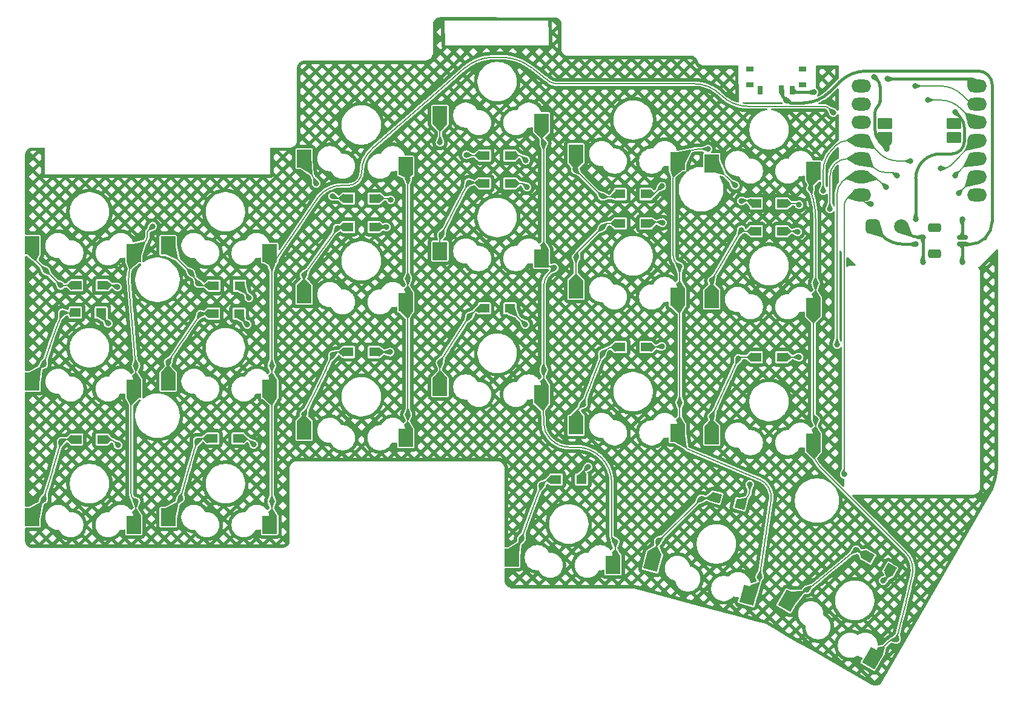
<source format=gbl>
%TF.GenerationSoftware,KiCad,Pcbnew,8.0.4*%
%TF.CreationDate,2024-08-30T21:33:29+03:00*%
%TF.ProjectId,pcb,7063622e-6b69-4636-9164-5f7063625858,rev?*%
%TF.SameCoordinates,Original*%
%TF.FileFunction,Copper,L2,Bot*%
%TF.FilePolarity,Positive*%
%FSLAX46Y46*%
G04 Gerber Fmt 4.6, Leading zero omitted, Abs format (unit mm)*
G04 Created by KiCad (PCBNEW 8.0.4) date 2024-08-30 21:33:29*
%MOMM*%
%LPD*%
G01*
G04 APERTURE LIST*
G04 Aperture macros list*
%AMRoundRect*
0 Rectangle with rounded corners*
0 $1 Rounding radius*
0 $2 $3 $4 $5 $6 $7 $8 $9 X,Y pos of 4 corners*
0 Add a 4 corners polygon primitive as box body*
4,1,4,$2,$3,$4,$5,$6,$7,$8,$9,$2,$3,0*
0 Add four circle primitives for the rounded corners*
1,1,$1+$1,$2,$3*
1,1,$1+$1,$4,$5*
1,1,$1+$1,$6,$7*
1,1,$1+$1,$8,$9*
0 Add four rect primitives between the rounded corners*
20,1,$1+$1,$2,$3,$4,$5,0*
20,1,$1+$1,$4,$5,$6,$7,0*
20,1,$1+$1,$6,$7,$8,$9,0*
20,1,$1+$1,$8,$9,$2,$3,0*%
%AMRotRect*
0 Rectangle, with rotation*
0 The origin of the aperture is its center*
0 $1 length*
0 $2 width*
0 $3 Rotation angle, in degrees counterclockwise*
0 Add horizontal line*
21,1,$1,$2,0,0,$3*%
%AMOutline5P*
0 Free polygon, 5 corners , with rotation*
0 The origin of the aperture is its center*
0 number of corners: always 5*
0 $1 to $10 corner X, Y*
0 $11 Rotation angle, in degrees counterclockwise*
0 create outline with 5 corners*
4,1,5,$1,$2,$3,$4,$5,$6,$7,$8,$9,$10,$1,$2,$11*%
%AMOutline6P*
0 Free polygon, 6 corners , with rotation*
0 The origin of the aperture is its center*
0 number of corners: always 6*
0 $1 to $12 corner X, Y*
0 $13 Rotation angle, in degrees counterclockwise*
0 create outline with 6 corners*
4,1,6,$1,$2,$3,$4,$5,$6,$7,$8,$9,$10,$11,$12,$1,$2,$13*%
%AMOutline7P*
0 Free polygon, 7 corners , with rotation*
0 The origin of the aperture is its center*
0 number of corners: always 7*
0 $1 to $14 corner X, Y*
0 $15 Rotation angle, in degrees counterclockwise*
0 create outline with 7 corners*
4,1,7,$1,$2,$3,$4,$5,$6,$7,$8,$9,$10,$11,$12,$13,$14,$1,$2,$15*%
%AMOutline8P*
0 Free polygon, 8 corners , with rotation*
0 The origin of the aperture is its center*
0 number of corners: always 8*
0 $1 to $16 corner X, Y*
0 $17 Rotation angle, in degrees counterclockwise*
0 create outline with 8 corners*
4,1,8,$1,$2,$3,$4,$5,$6,$7,$8,$9,$10,$11,$12,$13,$14,$15,$16,$1,$2,$17*%
G04 Aperture macros list end*
%TA.AperFunction,SMDPad,CuDef*%
%ADD10RotRect,2.000000X2.500000X330.000000*%
%TD*%
%TA.AperFunction,SMDPad,CuDef*%
%ADD11R,2.000000X2.500000*%
%TD*%
%TA.AperFunction,SMDPad,CuDef*%
%ADD12RotRect,2.000000X2.500000X345.000000*%
%TD*%
%TA.AperFunction,SMDPad,CuDef*%
%ADD13RoundRect,0.150000X-0.625000X0.150000X-0.625000X-0.150000X0.625000X-0.150000X0.625000X0.150000X0*%
%TD*%
%TA.AperFunction,SMDPad,CuDef*%
%ADD14RoundRect,0.250000X-0.650000X0.350000X-0.650000X-0.350000X0.650000X-0.350000X0.650000X0.350000X0*%
%TD*%
%TA.AperFunction,ComponentPad*%
%ADD15C,2.000000*%
%TD*%
%TA.AperFunction,ComponentPad*%
%ADD16RoundRect,0.500000X-0.500000X0.500000X-0.500000X-0.500000X0.500000X-0.500000X0.500000X0.500000X0*%
%TD*%
%TA.AperFunction,SMDPad,CuDef*%
%ADD17RotRect,1.425000X1.300000X165.000000*%
%TD*%
%TA.AperFunction,SMDPad,CuDef*%
%ADD18R,1.425000X1.300000*%
%TD*%
%TA.AperFunction,SMDPad,CuDef*%
%ADD19RotRect,1.425000X1.300000X150.000000*%
%TD*%
%TA.AperFunction,SMDPad,CuDef*%
%ADD20O,2.750000X1.800000*%
%TD*%
%TA.AperFunction,ComponentPad*%
%ADD21C,1.600000*%
%TD*%
%TA.AperFunction,SMDPad,CuDef*%
%ADD22RoundRect,0.222222X-0.787153X-0.577778X0.787153X-0.577778X0.787153X0.577778X-0.787153X0.577778X0*%
%TD*%
%TA.AperFunction,SMDPad,CuDef*%
%ADD23RoundRect,0.222222X-0.777778X-0.577778X0.777778X-0.577778X0.777778X0.577778X-0.777778X0.577778X0*%
%TD*%
%TA.AperFunction,SMDPad,CuDef*%
%ADD24R,1.000000X0.800000*%
%TD*%
%TA.AperFunction,SMDPad,CuDef*%
%ADD25R,0.700000X1.280000*%
%TD*%
%TA.AperFunction,SMDPad,CuDef*%
%ADD26Outline5P,-0.350000X0.640000X0.350000X0.640000X0.350000X-0.640000X-0.070000X-0.640000X-0.350000X-0.360000X0.000000*%
%TD*%
%TA.AperFunction,ViaPad*%
%ADD27C,0.800000*%
%TD*%
%TA.AperFunction,Conductor*%
%ADD28C,0.200000*%
%TD*%
%TA.AperFunction,Conductor*%
%ADD29C,0.400000*%
%TD*%
G04 APERTURE END LIST*
D10*
X182199061Y-130489492D03*
X193971622Y-138498819D03*
D11*
X114500000Y-87640970D03*
X128700000Y-88690970D03*
D12*
X163191220Y-124992485D03*
X176635607Y-129681938D03*
D13*
X206500000Y-80615970D03*
X206500000Y-79615970D03*
D14*
X202625000Y-78315970D03*
X202625000Y-81915970D03*
D11*
X95500000Y-80790970D03*
X109700000Y-81840970D03*
X76500000Y-99790970D03*
X90700000Y-100840970D03*
X152500000Y-67940970D03*
X166700000Y-68990970D03*
X114500000Y-106640970D03*
X128700000Y-107690970D03*
X171500000Y-88315970D03*
X185700000Y-89365970D03*
D15*
X198000000Y-78115970D03*
D16*
X194000000Y-78115970D03*
D11*
X171500000Y-69315970D03*
X185700000Y-70365970D03*
X152500000Y-105940970D03*
X166700000Y-106990970D03*
X152500000Y-86940970D03*
X166700000Y-87990970D03*
X114500000Y-68640970D03*
X128700000Y-69690970D03*
X171500000Y-107315970D03*
X185700000Y-108365970D03*
X95500000Y-99790970D03*
X109700000Y-100840970D03*
X133500000Y-62565970D03*
X147700000Y-63615970D03*
X143500000Y-124440700D03*
X157700000Y-125490700D03*
X76500000Y-80790970D03*
X90700000Y-81840970D03*
X133500000Y-100565970D03*
X147700000Y-101615970D03*
X95500000Y-118790970D03*
X109700000Y-119840970D03*
X76500000Y-118790970D03*
X90700000Y-119840970D03*
X133500000Y-81565970D03*
X147700000Y-82615970D03*
D17*
X175526592Y-116962639D03*
X172073408Y-116037361D03*
D18*
X181287500Y-96400000D03*
X177712500Y-96400000D03*
D19*
X196448020Y-126093750D03*
X193351980Y-124306250D03*
D18*
X153287500Y-113500000D03*
X149712500Y-113500000D03*
X105487500Y-86400000D03*
X101912500Y-86400000D03*
X105419500Y-90297000D03*
X101844500Y-90297000D03*
X162287500Y-95000000D03*
X158712500Y-95000000D03*
X181287500Y-74900000D03*
X177712500Y-74900000D03*
X86115500Y-90170000D03*
X82540500Y-90170000D03*
X181287500Y-78800000D03*
X177712500Y-78800000D03*
X143287500Y-68200000D03*
X139712500Y-68200000D03*
X143287500Y-72100000D03*
X139712500Y-72100000D03*
D20*
X208594960Y-58496046D03*
X208594960Y-61036046D03*
X208594960Y-63576046D03*
X208594960Y-66116046D03*
X208594960Y-68656046D03*
X208594960Y-71196046D03*
X208594960Y-73736046D03*
X192405040Y-73736046D03*
X192405040Y-71196046D03*
X192405040Y-68656046D03*
X192405040Y-66116046D03*
X192405040Y-63576046D03*
X192405040Y-61036046D03*
X192405040Y-58496046D03*
D21*
X205500000Y-65716046D03*
D22*
X205309375Y-65716046D03*
X195690625Y-65716046D03*
D21*
X195500000Y-65716046D03*
X205500000Y-63716046D03*
D22*
X205309375Y-63716046D03*
D23*
X195700000Y-63716046D03*
D21*
X195500000Y-63716046D03*
D18*
X162287500Y-73600000D03*
X158712500Y-73600000D03*
X124287500Y-74200000D03*
X120712500Y-74200000D03*
X143287500Y-89600000D03*
X139712500Y-89600000D03*
X86287500Y-107900000D03*
X82712500Y-107900000D03*
X162287500Y-77700000D03*
X158712500Y-77700000D03*
D24*
X184150000Y-58300970D03*
X184150000Y-56080970D03*
X176850000Y-58300970D03*
X176850000Y-56080970D03*
D25*
X182750000Y-59060970D03*
D26*
X181250000Y-59060970D03*
D25*
X178250000Y-59060970D03*
D18*
X124287500Y-78200000D03*
X120712500Y-78200000D03*
X86287500Y-86360000D03*
X82712500Y-86360000D03*
X124287500Y-95700000D03*
X120712500Y-95700000D03*
X105287500Y-107800000D03*
X101712500Y-107800000D03*
D27*
X183700000Y-75100000D03*
X199263000Y-68990970D03*
X126600000Y-74400000D03*
X145500000Y-68865970D03*
X106807000Y-88138000D03*
X88392000Y-86614000D03*
X187071000Y-73152000D03*
X164500000Y-72500000D03*
X80476691Y-86376691D03*
X78400000Y-84300000D03*
X98679000Y-84582000D03*
X99700000Y-86100000D03*
X116200000Y-72100000D03*
X118500000Y-73900000D03*
X133500000Y-66365970D03*
X137200000Y-68100000D03*
X152400000Y-70200000D03*
X156210000Y-73927175D03*
X174752000Y-72390000D03*
X175641000Y-74549000D03*
X188000000Y-75692000D03*
X106553000Y-91821000D03*
X197358000Y-70993000D03*
X145669000Y-72644000D03*
X183491860Y-78867000D03*
X87122000Y-91694000D03*
X126000000Y-78200000D03*
X164600000Y-77590970D03*
X78105000Y-97409000D03*
X80700000Y-90200000D03*
X95500000Y-97100000D03*
X100000000Y-90400000D03*
X119126000Y-78359000D03*
X114500000Y-84900000D03*
X137500000Y-72000000D03*
X133731000Y-79248000D03*
X156210000Y-78232000D03*
X152525450Y-82423000D03*
X175600000Y-78600000D03*
X171500000Y-85700000D03*
X126500000Y-95700000D03*
X183700000Y-96400000D03*
X145415000Y-91821000D03*
X88500000Y-108700000D03*
X195834000Y-72644000D03*
X107442000Y-108585000D03*
X164500000Y-94900000D03*
X189000000Y-94615970D03*
X78100000Y-116300000D03*
X80518000Y-108204000D03*
X99568000Y-108077000D03*
X97200000Y-116200000D03*
X114500000Y-104400000D03*
X118500000Y-96100000D03*
X133500000Y-97155000D03*
X137600000Y-90700000D03*
X153500000Y-103000000D03*
X156200000Y-95900000D03*
X171500000Y-104700000D03*
X175200000Y-96600000D03*
X176805500Y-114194500D03*
X193711360Y-74984609D03*
X195453000Y-127635000D03*
X154178000Y-111760000D03*
X190000000Y-112790970D03*
X144900000Y-121800000D03*
X147700000Y-114300000D03*
X170000000Y-116200000D03*
X164000000Y-122100000D03*
X191643000Y-123317000D03*
X184800000Y-128900000D03*
X201000000Y-83115970D03*
X181900000Y-60490970D03*
X206500000Y-83115970D03*
X201000000Y-79615970D03*
X200000000Y-77115970D03*
X206500000Y-77115970D03*
X200000000Y-80615970D03*
X205486000Y-62103000D03*
X185784314Y-59375284D03*
X194200000Y-57190970D03*
X195961000Y-67310000D03*
X196000000Y-57490970D03*
X91000000Y-116590970D03*
X93341156Y-78101156D03*
X91000000Y-97590970D03*
X110000000Y-116590970D03*
X188468000Y-62203950D03*
X110000000Y-83590970D03*
X199898000Y-58490970D03*
X110000000Y-97590970D03*
X129000000Y-71440970D03*
X129000000Y-85440970D03*
X201676000Y-60452000D03*
X129000000Y-104440970D03*
X148000000Y-98200000D03*
X158000000Y-122240700D03*
X149500000Y-83900000D03*
X203500000Y-69990970D03*
X148000000Y-66500000D03*
X167000000Y-83740970D03*
X170942000Y-67310000D03*
X178172155Y-127115970D03*
X167000000Y-102740970D03*
X205500000Y-70990970D03*
X186000000Y-86115970D03*
X197300000Y-135900000D03*
X186000000Y-105115970D03*
X185300000Y-72800000D03*
X206000000Y-73490970D03*
D28*
X190440887Y-66116046D02*
X191930040Y-66116046D01*
X163251906Y-73748093D02*
X164500000Y-72500000D01*
X197630034Y-68990970D02*
X199263000Y-68990970D01*
X144363118Y-68200000D02*
X143287500Y-68200000D01*
X126500000Y-74300000D02*
X126600000Y-74400000D01*
X194842388Y-67836289D02*
X193465958Y-66459859D01*
X87958394Y-86360000D02*
X86287500Y-86360000D01*
X126258578Y-74200000D02*
X124287500Y-74200000D01*
X106807000Y-88138000D02*
X105546500Y-86106000D01*
X188938245Y-66738461D02*
X188315830Y-67360876D01*
X187071000Y-70366161D02*
X187071000Y-73152000D01*
X88392000Y-86614000D02*
X88265000Y-86487000D01*
X183358578Y-74900000D02*
X181287500Y-74900000D01*
X145167015Y-68532985D02*
X145500000Y-68865970D01*
X188938245Y-66738461D02*
G75*
G02*
X190440887Y-66116036I1502655J-1502639D01*
G01*
X188315830Y-67360876D02*
G75*
G03*
X187070968Y-70366161I3005270J-3005324D01*
G01*
X87958394Y-86360000D02*
G75*
G02*
X88265002Y-86486998I6J-433600D01*
G01*
X126500000Y-74300000D02*
G75*
G03*
X126258578Y-74200009I-241400J-241400D01*
G01*
X145167015Y-68532985D02*
G75*
G03*
X144363118Y-68199993I-803915J-803915D01*
G01*
X163251906Y-73748093D02*
G75*
G02*
X162643750Y-74000024I-608206J608193D01*
G01*
X194842388Y-67836289D02*
G75*
G03*
X197630034Y-68990933I2787612J2787689D01*
G01*
X78400000Y-84300000D02*
X80476691Y-86376691D01*
X78400000Y-84300000D02*
X77068878Y-82968878D01*
X80476691Y-86376691D02*
X80962500Y-86423500D01*
X81115802Y-86360000D02*
X82712500Y-86360000D01*
X76500000Y-81595485D02*
G75*
G03*
X77068864Y-82968892I1942300J-15D01*
G01*
X76500000Y-81595485D02*
G75*
G03*
X77068864Y-82968892I1942300J-15D01*
G01*
X81115802Y-86360000D02*
G75*
G03*
X80962499Y-86423499I-2J-216800D01*
G01*
X99700000Y-86100000D02*
X99850000Y-86250000D01*
X98854553Y-84784545D02*
X99700000Y-86100000D01*
X98679000Y-84582000D02*
X95716385Y-81619385D01*
X100212132Y-86400000D02*
X101912500Y-86400000D01*
X98679000Y-84582000D02*
X98742500Y-84645500D01*
X98854553Y-84784545D02*
G75*
G03*
X98742500Y-84645500I-702753J-451655D01*
G01*
X99850000Y-86250000D02*
G75*
G03*
X100212132Y-86399987I362100J362100D01*
G01*
X119012132Y-74200000D02*
X120712500Y-74200000D01*
X118650000Y-74050000D02*
X118500000Y-73900000D01*
X116200000Y-72100000D02*
X114500000Y-68640970D01*
X118650000Y-74050000D02*
G75*
G03*
X119012132Y-74199987I362100J362100D01*
G01*
X133500000Y-66365970D02*
X133500000Y-62565970D01*
X137370710Y-68200000D02*
X139712500Y-68200000D01*
X137200000Y-68100000D02*
X137250000Y-68150000D01*
X137370710Y-68200000D02*
G75*
G02*
X137249997Y-68150003I-10J170700D01*
G01*
X152400000Y-70200000D02*
X152500000Y-67940970D01*
X156210000Y-73927175D02*
X156127175Y-73927175D01*
X156210000Y-73927175D02*
X156225136Y-73942311D01*
X156373709Y-73957448D02*
X156261679Y-73957448D01*
X156985765Y-74000000D02*
X158659375Y-74000000D01*
X156127175Y-73927175D02*
X152400000Y-70200000D01*
X156225136Y-73942311D02*
G75*
G03*
X156261679Y-73957472I36564J36511D01*
G01*
X156985765Y-74000000D02*
G75*
G02*
X156373709Y-73957446I20035J4711000D01*
G01*
X175641000Y-74549000D02*
X175665500Y-74524500D01*
X175724648Y-74500000D02*
X177712500Y-74500000D01*
X174752000Y-72390000D02*
X171677970Y-69315970D01*
X175724648Y-74500000D02*
G75*
G03*
X175665486Y-74524486I-48J-83600D01*
G01*
X144740333Y-72100000D02*
X143287500Y-72100000D01*
X126000000Y-78200000D02*
X124287500Y-78200000D01*
X194054678Y-69848678D02*
X192862046Y-68656046D01*
X195897500Y-70612000D02*
X196707592Y-70612000D01*
X188000000Y-75692000D02*
X188000000Y-71148421D01*
X182901226Y-78800000D02*
X181287500Y-78800000D01*
X197358000Y-70993000D02*
X197167500Y-70802500D01*
X106553000Y-91821000D02*
X105419500Y-90687500D01*
X164554515Y-77545485D02*
X164600000Y-77590970D01*
X183295930Y-78833500D02*
X183491860Y-78867000D01*
X164600000Y-77590970D02*
X164487031Y-77590970D01*
X190492375Y-68656046D02*
X191693212Y-68656046D01*
X164444704Y-77500000D02*
X162287500Y-77500000D01*
X87122000Y-91694000D02*
X86115500Y-90687500D01*
X145397000Y-72372000D02*
X145669000Y-72644000D01*
X190492375Y-68656046D02*
G75*
G03*
X188730017Y-69386063I25J-2492354D01*
G01*
X194054678Y-69848678D02*
G75*
G03*
X195897500Y-70612013I1842822J1842778D01*
G01*
X145397000Y-72372000D02*
G75*
G03*
X144740333Y-72099986I-656700J-656700D01*
G01*
X188000000Y-71148421D02*
G75*
G02*
X188729984Y-69386030I2492400J21D01*
G01*
X197167500Y-70802500D02*
G75*
G03*
X196707592Y-70612003I-459900J-459900D01*
G01*
X164554515Y-77545485D02*
G75*
G03*
X164444704Y-77499998I-109815J-109815D01*
G01*
X182901226Y-78800000D02*
G75*
G02*
X183295929Y-78833504I-26J-2342000D01*
G01*
X80700000Y-90200000D02*
X81606877Y-90200000D01*
X78988591Y-94758225D02*
X78105000Y-97409000D01*
X80700000Y-90200000D02*
X80101000Y-91709000D01*
X81734822Y-90274948D02*
X81697348Y-90237474D01*
X78105000Y-97409000D02*
X76774700Y-98739299D01*
X81734822Y-90274948D02*
G75*
G02*
X82164250Y-90170005I434978J-848852D01*
G01*
X80101000Y-91709000D02*
G75*
G03*
X78988589Y-94758224I53756100J-21338700D01*
G01*
X81606877Y-90200000D02*
G75*
G02*
X81697350Y-90237472I23J-127900D01*
G01*
X100175831Y-90297000D02*
X101844500Y-90297000D01*
X96137000Y-96111500D02*
X95500000Y-97100000D01*
X100000000Y-90400000D02*
X97437276Y-94151935D01*
X95500000Y-97100000D02*
X95500000Y-99790970D01*
X100000000Y-90400000D02*
X100051500Y-90348500D01*
X100051500Y-90348500D02*
G75*
G02*
X100175831Y-90297013I124300J-124300D01*
G01*
X96137000Y-96111500D02*
G75*
G02*
X97437276Y-94151935I73712200J-47500800D01*
G01*
X114500000Y-84900000D02*
X118946739Y-78686029D01*
X119397429Y-78200000D02*
X120712500Y-78200000D01*
X119205500Y-78279500D02*
X119126000Y-78359000D01*
X119062499Y-78549499D02*
X119081098Y-78530901D01*
X114500000Y-84900000D02*
X114500000Y-87640970D01*
X119126000Y-78359000D02*
X119126000Y-78422500D01*
X118946739Y-78686029D02*
G75*
G02*
X119062500Y-78549500I887161J-634871D01*
G01*
X119081098Y-78530901D02*
G75*
G03*
X119126000Y-78422500I-108398J108401D01*
G01*
X119205500Y-78279500D02*
G75*
G02*
X119397429Y-78200012I191900J-191900D01*
G01*
X136631500Y-73592000D02*
X137500000Y-72000000D01*
X137500000Y-72000000D02*
X139712500Y-72000000D01*
X134951981Y-76806037D02*
X133731000Y-79248000D01*
X133615500Y-79363500D02*
X133731000Y-79248000D01*
X133500000Y-79642341D02*
X133500000Y-81565970D01*
X134951981Y-76806037D02*
G75*
G02*
X136631500Y-73592000I90691819J-45345863D01*
G01*
X133615500Y-79363500D02*
G75*
G03*
X133500017Y-79642341I278800J-278800D01*
G01*
X156476000Y-77966000D02*
X156210000Y-78232000D01*
X152500000Y-82466445D02*
X152500000Y-85940970D01*
X152525450Y-82423000D02*
X152525450Y-82169775D01*
X156210000Y-78232000D02*
X152704507Y-81737492D01*
X152525450Y-82423000D02*
X152512725Y-82435725D01*
X157118180Y-77700000D02*
X158712500Y-77700000D01*
X152525450Y-82169775D02*
G75*
G02*
X152704518Y-81737503I611350J-25D01*
G01*
X157118180Y-77700000D02*
G75*
G03*
X156476006Y-77966006I20J-908200D01*
G01*
X152500000Y-82466445D02*
G75*
G02*
X152512712Y-82435712I43400J45D01*
G01*
X175600000Y-78600000D02*
X171500000Y-85700000D01*
X175600000Y-78600000D02*
X175700000Y-78700000D01*
X175941421Y-78800000D02*
X177712500Y-78800000D01*
X171500000Y-85700000D02*
X171500000Y-88315970D01*
X175941421Y-78800000D02*
G75*
G02*
X175699994Y-78700006I-21J341400D01*
G01*
X189886120Y-71729925D02*
X189709999Y-71906045D01*
X189000000Y-73620137D02*
X189000000Y-94615970D01*
X107049500Y-108192500D02*
X107442000Y-108585000D01*
X88500000Y-108700000D02*
X88100000Y-108300000D01*
X143320557Y-89726557D02*
X145415000Y-91821000D01*
X195110023Y-71920023D02*
X195834000Y-72644000D01*
X87134314Y-107900000D02*
X86287500Y-107900000D01*
X126500000Y-95700000D02*
X124287500Y-95700000D01*
X164450000Y-94950000D02*
X164500000Y-94900000D01*
X164329289Y-95000000D02*
X162287500Y-95000000D01*
X106101921Y-107800000D02*
X105287500Y-107800000D01*
X183700000Y-96400000D02*
X181287500Y-96400000D01*
X87134314Y-107900000D02*
G75*
G02*
X88099996Y-108300004I-14J-1365700D01*
G01*
X189000000Y-73620137D02*
G75*
G02*
X189709979Y-71906025I2424100J37D01*
G01*
X107049500Y-108192500D02*
G75*
G03*
X106101921Y-107799991I-947600J-947600D01*
G01*
X164450000Y-94950000D02*
G75*
G02*
X164329289Y-94999996I-120700J120700D01*
G01*
X189886120Y-71729925D02*
G75*
G02*
X191175020Y-71196052I1288880J-1288875D01*
G01*
X195110023Y-71920023D02*
G75*
G03*
X193362187Y-71196067I-1747823J-1747877D01*
G01*
X80518000Y-108204000D02*
X79392768Y-112142308D01*
X78100000Y-116300000D02*
X76500000Y-118790970D01*
X81036960Y-107900000D02*
X82712500Y-107900000D01*
X78547000Y-114919000D02*
X78100000Y-116300000D01*
X80518000Y-108204000D02*
X80670000Y-108052000D01*
X80670000Y-108052000D02*
G75*
G02*
X81036960Y-107899984I367000J-367000D01*
G01*
X78547000Y-114919000D02*
G75*
G03*
X79392768Y-112142308I-79505038J25734034D01*
G01*
X97200000Y-116200000D02*
X95500000Y-118790970D01*
X98261500Y-112466446D02*
X97200000Y-116200000D01*
X99568000Y-108077000D02*
X99123500Y-109537500D01*
X100040868Y-107800000D02*
X101712500Y-107800000D01*
X99568000Y-108077000D02*
X99706500Y-107938500D01*
X98261500Y-112466446D02*
G75*
G02*
X99123500Y-109537500I159290000J-45288354D01*
G01*
X100040868Y-107800000D02*
G75*
G03*
X99706509Y-107938509I32J-472900D01*
G01*
X119182842Y-95700000D02*
X120712500Y-95700000D01*
X117670000Y-97897500D02*
X118500000Y-96100000D01*
X114500000Y-104400000D02*
X114500000Y-106640970D01*
X118700000Y-95900000D02*
X118500000Y-96100000D01*
X115958342Y-101467734D02*
X114500000Y-104400000D01*
X117670000Y-97897500D02*
G75*
G02*
X115958342Y-101467734I-124237602J57367140D01*
G01*
X118700000Y-95900000D02*
G75*
G02*
X119182842Y-95700018I482800J-482800D01*
G01*
X137600000Y-90700000D02*
X138342027Y-89957972D01*
X133996500Y-96329500D02*
X133500000Y-97155000D01*
X133500000Y-97155000D02*
X133500000Y-100565970D01*
X135016143Y-94695122D02*
X137600000Y-90700000D01*
X138342027Y-89957972D02*
G75*
G02*
X139206250Y-89600036I864173J-864228D01*
G01*
X133996500Y-96329500D02*
G75*
G02*
X135016143Y-94695122I50635300J-30454700D01*
G01*
X152500000Y-104707106D02*
X152500000Y-105940970D01*
X154156500Y-101284000D02*
X153500000Y-103000000D01*
X155462838Y-97849466D02*
X156200000Y-95900000D01*
X153500000Y-103000000D02*
X153000000Y-103500000D01*
X157736396Y-95000000D02*
X158712500Y-95000000D01*
X156650000Y-95450000D02*
X156200000Y-95900000D01*
X153000000Y-103500000D02*
G75*
G03*
X152500003Y-104707106I1207100J-1207100D01*
G01*
X156650000Y-95450000D02*
G75*
G02*
X157736396Y-94999998I1086400J-1086400D01*
G01*
X155462838Y-97849466D02*
G75*
G02*
X154156500Y-101284000I-886290797J335138355D01*
G01*
X171500000Y-104700000D02*
X171500000Y-107315970D01*
X175541421Y-96400000D02*
X177712500Y-96400000D01*
X172300500Y-102959500D02*
X171500000Y-104700000D01*
X175200000Y-96600000D02*
X173893576Y-99474877D01*
X175200000Y-96600000D02*
X175300000Y-96500000D01*
X175300000Y-96500000D02*
G75*
G02*
X175541421Y-96400009I241400J-241400D01*
G01*
X172300500Y-102959500D02*
G75*
G03*
X173893576Y-99474877I-765737085J352180887D01*
G01*
X176278977Y-116210253D02*
X175526592Y-116962639D01*
X190508754Y-74107291D02*
X190440000Y-74176046D01*
X176805500Y-114939115D02*
X176805500Y-114194500D01*
X195453000Y-127635000D02*
X196132517Y-127155047D01*
X192990244Y-74796250D02*
X191930040Y-73736046D01*
X193711360Y-74984609D02*
X193444981Y-74984609D01*
X153587843Y-112350156D02*
X154178000Y-111760000D01*
X190000000Y-112790970D02*
X190000000Y-75238299D01*
X193444981Y-74984609D02*
G75*
G02*
X192990250Y-74796244I19J643109D01*
G01*
X190508754Y-74107291D02*
G75*
G02*
X191405020Y-73736072I896246J-896309D01*
G01*
X176278977Y-116210253D02*
G75*
G03*
X176805499Y-114939115I-1271177J1271153D01*
G01*
X153287500Y-113075250D02*
G75*
G02*
X153587826Y-112350139I1025400J50D01*
G01*
X196458510Y-126505567D02*
G75*
G02*
X196132528Y-127155063I-770910J-19633D01*
G01*
X190000000Y-75238299D02*
G75*
G02*
X190440011Y-74176057I1502200J-1D01*
G01*
X146859778Y-116471996D02*
X147700000Y-114300000D01*
X149065685Y-113500000D02*
X149712500Y-113500000D01*
X145538500Y-120018500D02*
X144900000Y-121800000D01*
X147700000Y-114300000D02*
X148100000Y-113900000D01*
X144900000Y-121800000D02*
X143500000Y-124440700D01*
X148100000Y-113900000D02*
G75*
G02*
X149065685Y-113499994I965700J-965700D01*
G01*
X146859778Y-116471996D02*
G75*
G03*
X145538499Y-120018500I141359222J-54683904D01*
G01*
X170000000Y-116200000D02*
X172073408Y-116037361D01*
X170000000Y-116200000D02*
X164135355Y-122064644D01*
X164000000Y-122100000D02*
X163191220Y-124992485D01*
X164000000Y-122100000D02*
X164050000Y-122100000D01*
X164135355Y-122064644D02*
G75*
G02*
X164050000Y-122100002I-85355J85344D01*
G01*
X191643000Y-123317000D02*
X186642447Y-127522010D01*
X191643000Y-123317000D02*
X193351980Y-124306250D01*
X184800000Y-128900000D02*
X182199061Y-130489492D01*
X184800000Y-128900000D02*
X185427500Y-128458000D01*
X185427500Y-128458000D02*
G75*
G03*
X186642446Y-127522009I-10329400J14664400D01*
G01*
D29*
X198969669Y-79085639D02*
X198000000Y-78115970D01*
X210693000Y-77413488D02*
X210693000Y-58339223D01*
X201000000Y-83115970D02*
X201000000Y-79615970D01*
X181525771Y-60116741D02*
X181900000Y-60490970D01*
X201000000Y-79615970D02*
X200250000Y-79615970D01*
X182497538Y-60841000D02*
X184339015Y-60841000D01*
X187905135Y-59363864D02*
X189284236Y-57984762D01*
X182075015Y-60665985D02*
X181900000Y-60490970D01*
X206500000Y-80615970D02*
X207658515Y-80615970D01*
X206500000Y-80615970D02*
X206500000Y-83115970D01*
X193131993Y-56390970D02*
X196029270Y-56390970D01*
X209755014Y-79677984D02*
X209636223Y-79796776D01*
X208741776Y-56388000D02*
X196036441Y-56388000D01*
X209636223Y-79796776D02*
G75*
G02*
X207658515Y-80615989I-1977723J1977676D01*
G01*
X193131993Y-56390970D02*
G75*
G03*
X189284244Y-57984770I7J-5441530D01*
G01*
X210693000Y-77413488D02*
G75*
G02*
X209755024Y-79677994I-3202500J-12D01*
G01*
X196032856Y-56389485D02*
G75*
G02*
X196029270Y-56390949I-3556J3585D01*
G01*
X208741776Y-56388000D02*
G75*
G02*
X210121507Y-56959493I24J-1951200D01*
G01*
X210693000Y-58339223D02*
G75*
G03*
X210121507Y-56959493I-1951200J23D01*
G01*
X181525771Y-60116741D02*
G75*
G02*
X181250009Y-59450970I665729J665741D01*
G01*
X187905135Y-59363864D02*
G75*
G02*
X184339015Y-60840997I-3566135J3566164D01*
G01*
X182497538Y-60841000D02*
G75*
G02*
X182075004Y-60665996I-38J597500D01*
G01*
X196036441Y-56388000D02*
G75*
G03*
X196032830Y-56389458I-41J-5100D01*
G01*
X198969669Y-79085639D02*
G75*
G03*
X200250000Y-79615967I1280331J1280339D01*
G01*
X206143000Y-62760000D02*
X205486000Y-62103000D01*
X198250000Y-80615970D02*
X200000000Y-80615970D01*
X203414213Y-67990970D02*
X205034800Y-67990970D01*
X200000000Y-71405183D02*
X200000000Y-77115970D01*
X195262563Y-79378533D02*
X194000000Y-78115970D01*
X206500000Y-77115970D02*
X206500000Y-79615970D01*
X206800000Y-66225770D02*
X206800000Y-64346138D01*
X195262563Y-79378533D02*
G75*
G03*
X198250000Y-80615971I2987437J2987433D01*
G01*
X206282985Y-67473955D02*
G75*
G02*
X205034800Y-67990979I-1248185J1248155D01*
G01*
X201000000Y-68990970D02*
G75*
G03*
X199999984Y-71405183I2414200J-2414230D01*
G01*
X206143000Y-62760000D02*
G75*
G02*
X206799984Y-64346138I-1586100J-1586100D01*
G01*
X203414213Y-67990970D02*
G75*
G03*
X200999990Y-68990960I-13J-3414230D01*
G01*
X206282985Y-67473955D02*
G75*
G03*
X206799979Y-66225770I-1248185J1248155D01*
G01*
X183286567Y-59375284D02*
X185784314Y-59375284D01*
X182907157Y-59218127D02*
X182750000Y-59060970D01*
X195961000Y-67310000D02*
X195121125Y-66470125D01*
X195961000Y-67310000D02*
X195961000Y-66177046D01*
X194281250Y-62300281D02*
X194281250Y-64442487D01*
X194600000Y-57590970D02*
X194200000Y-57190970D01*
X195000000Y-60565066D02*
X195000000Y-58556655D01*
X194640625Y-61432674D02*
G75*
G03*
X194999971Y-60565066I-867625J867574D01*
G01*
X194281250Y-64442487D02*
G75*
G03*
X195121111Y-66470139I2867550J-13D01*
G01*
X182907157Y-59218127D02*
G75*
G03*
X183286567Y-59375302I379443J379427D01*
G01*
X194600000Y-57590970D02*
G75*
G02*
X195000027Y-58556655I-965700J-965730D01*
G01*
X194640625Y-61432674D02*
G75*
G03*
X194281228Y-62300281I867575J-867626D01*
G01*
X208332050Y-57758136D02*
X208332065Y-57758151D01*
X208324852Y-57750938D02*
X208324842Y-57750928D01*
X208335507Y-57761593D02*
X208335546Y-57761632D01*
X208327193Y-57753279D02*
X208327184Y-57753270D01*
X208341987Y-57768073D02*
X208341998Y-57768084D01*
X208320415Y-57746501D02*
X208320481Y-57746567D01*
X208315028Y-57741114D02*
X208315042Y-57741128D01*
X208338376Y-57764462D02*
X208338440Y-57764526D01*
X208356017Y-57782103D02*
X208356067Y-57782153D01*
X208352929Y-57779015D02*
X208352950Y-57779036D01*
X208333597Y-57759683D02*
X208333579Y-57759665D01*
X208342064Y-57768150D02*
X208342079Y-57768165D01*
X208317074Y-57743160D02*
X208317089Y-57743175D01*
X208340047Y-57766133D02*
X208340055Y-57766141D01*
X208354129Y-57780215D02*
X208354146Y-57780232D01*
X208322654Y-57748740D02*
X208322686Y-57748772D01*
X208333693Y-57759779D02*
X208333717Y-57759803D01*
X208354999Y-57781085D02*
X208355019Y-57781105D01*
X208340515Y-57766601D02*
X208340544Y-57766630D01*
X208365263Y-57791349D02*
X208365287Y-57791373D01*
X208331905Y-57757991D02*
X208331934Y-57758020D01*
X208327432Y-57753518D02*
X208327412Y-57753498D01*
X208315932Y-57742018D02*
X208315950Y-57742036D01*
X208361655Y-57787741D02*
X208361560Y-57787646D01*
X208328837Y-57754923D02*
X208328847Y-57754933D01*
X208354987Y-57781073D02*
X208354957Y-57781043D01*
X208344220Y-57770306D02*
X208344229Y-57770315D01*
X208316854Y-57742940D02*
X208316865Y-57742951D01*
X208346743Y-57772829D02*
X208346727Y-57772813D01*
X208364821Y-57790907D02*
X208364833Y-57790919D01*
X208335744Y-57761830D02*
X208335763Y-57761849D01*
X208341127Y-57767213D02*
X208341114Y-57767200D01*
X208319368Y-57745454D02*
X208319384Y-57745470D01*
X208337821Y-57763907D02*
X208337843Y-57763929D01*
X208364484Y-57790570D02*
X208364502Y-57790588D01*
X208317742Y-57743828D02*
X208317776Y-57743862D01*
X208354246Y-57780332D02*
X208354265Y-57780351D01*
X208343268Y-57769354D02*
X208343248Y-57769334D01*
X208352999Y-57779085D02*
X208353025Y-57779111D01*
X208328635Y-57754721D02*
X208328643Y-57754729D01*
X208323249Y-57749335D02*
X208323236Y-57749322D01*
X208332456Y-57758542D02*
X208332497Y-57758583D01*
X208319686Y-57745772D02*
X208319677Y-57745763D01*
X208329278Y-57755364D02*
X208329305Y-57755391D01*
X208324057Y-57750143D02*
X208324066Y-57750152D01*
X208322506Y-57748592D02*
X208322530Y-57748616D01*
X208336721Y-57762807D02*
X208336636Y-57762722D01*
X208337953Y-57764039D02*
X208338000Y-57764086D01*
X208363178Y-57789264D02*
X208363202Y-57789288D01*
X208324278Y-57750364D02*
X208324291Y-57750377D01*
X208323410Y-57749496D02*
X208323450Y-57749536D01*
X208318537Y-57744623D02*
X208318519Y-57744605D01*
X208361934Y-57788020D02*
X208361854Y-57787940D01*
X208334189Y-57760275D02*
X208334168Y-57760254D01*
X208344158Y-57770244D02*
X208344176Y-57770262D01*
X208325405Y-57751491D02*
X208325397Y-57751483D01*
X208354669Y-57780755D02*
X208354706Y-57780792D01*
X208328549Y-57754635D02*
X208328535Y-57754621D01*
X208315497Y-57741583D02*
X208315508Y-57741594D01*
X208340921Y-57767007D02*
X208340958Y-57767044D01*
X208325558Y-57751644D02*
X208325715Y-57751801D01*
X208318583Y-57744669D02*
X208318609Y-57744695D01*
X208346850Y-57772936D02*
X208346870Y-57772956D01*
X208330882Y-57756968D02*
X208330870Y-57756956D01*
X208328060Y-57754146D02*
X208328075Y-57754161D01*
X208332832Y-57758918D02*
X208332846Y-57758932D01*
X208333133Y-57759219D02*
X208333122Y-57759208D01*
X208328791Y-57754877D02*
X208328813Y-57754899D01*
X208332119Y-57758205D02*
X208332134Y-57758220D01*
X208341804Y-57767890D02*
X208341822Y-57767908D01*
X208323764Y-57749850D02*
X208323803Y-57749889D01*
X208332367Y-57758453D02*
X208332379Y-57758465D01*
X208319318Y-57745404D02*
X208319333Y-57745419D01*
X208318261Y-57744347D02*
X208318253Y-57744339D01*
X208317034Y-57743120D02*
X208317064Y-57743150D01*
X208354205Y-57780291D02*
X208354186Y-57780272D01*
X208342741Y-57768827D02*
X208342759Y-57768845D01*
X208345393Y-57771479D02*
X208345430Y-57771516D01*
X208334053Y-57760139D02*
X208334083Y-57760169D01*
X208331094Y-57757180D02*
X208331078Y-57757164D01*
X208327157Y-57753243D02*
X208327175Y-57753261D01*
X208334253Y-57760339D02*
X208334265Y-57760351D01*
X208317257Y-57743343D02*
X208317268Y-57743354D01*
X208355753Y-57781839D02*
X208355778Y-57781864D01*
X208321859Y-57747945D02*
X208321852Y-57747938D01*
X208328325Y-57754411D02*
X208328315Y-57754401D01*
X208343491Y-57769577D02*
X208343517Y-57769603D01*
X208354043Y-57780129D02*
X208354079Y-57780165D01*
X208344204Y-57770290D02*
X208344216Y-57770302D01*
X208315761Y-57741847D02*
X208315782Y-57741868D01*
X208329031Y-57755117D02*
X208329049Y-57755135D01*
X208341232Y-57767318D02*
X208341244Y-57767330D01*
X208343430Y-57769516D02*
X208343414Y-57769500D01*
X208324436Y-57750522D02*
X208324459Y-57750545D01*
X208353099Y-57779185D02*
X208353077Y-57779163D01*
X208324509Y-57750595D02*
X208324486Y-57750572D01*
X208355802Y-57781888D02*
X208355788Y-57781874D01*
X208345430Y-57771516D02*
X208345441Y-57771527D01*
X208328833Y-57754919D02*
X208328824Y-57754910D01*
X208355122Y-57781208D02*
X208355185Y-57781271D01*
X208328446Y-57754532D02*
X208328432Y-57754518D01*
X208347447Y-57773533D02*
X208347461Y-57773547D01*
X208352783Y-57778869D02*
X208352773Y-57778859D01*
X208342301Y-57768387D02*
X208342323Y-57768409D01*
X208356915Y-57783001D02*
X208357027Y-57783113D01*
X208319229Y-57745315D02*
X208319246Y-57745332D01*
X208352580Y-57778666D02*
X208352570Y-57778656D01*
X208325715Y-57751801D02*
X208325724Y-57751810D01*
X208343406Y-57769492D02*
X208343414Y-57769500D01*
X208330384Y-57756470D02*
X208330405Y-57756491D01*
X208347264Y-57773350D02*
X208347255Y-57773341D01*
X208338137Y-57764223D02*
X208338120Y-57764206D01*
X208347811Y-57773897D02*
X208347801Y-57773887D01*
X208315536Y-57741622D02*
X208315570Y-57741656D01*
X208337685Y-57763771D02*
X208337729Y-57763815D01*
X208349159Y-57775245D02*
X208349318Y-57775404D01*
X208318756Y-57744842D02*
X208318770Y-57744856D01*
X208344461Y-57770547D02*
X208344480Y-57770566D01*
X208334015Y-57760101D02*
X208334004Y-57760090D01*
X208318685Y-57744771D02*
X208318710Y-57744796D01*
X208322988Y-57749074D02*
X208322979Y-57749065D01*
X208354094Y-57780180D02*
X208354102Y-57780188D01*
X208366096Y-57792182D02*
X208366089Y-57792175D01*
X208339042Y-57765128D02*
X208338959Y-57765045D01*
X208323842Y-57749928D02*
X208323881Y-57749967D01*
X208322077Y-57748163D02*
X208322087Y-57748173D01*
X208332193Y-57758279D02*
X208332201Y-57758287D01*
X208328873Y-57754959D02*
X208328865Y-57754951D01*
X208342442Y-57768528D02*
X208342466Y-57768552D01*
X208323171Y-57749257D02*
X208323162Y-57749248D01*
X208346760Y-57772846D02*
X208346781Y-57772867D01*
X208317107Y-57743193D02*
X208317094Y-57743180D01*
X208337938Y-57764024D02*
X208337953Y-57764039D01*
X208344344Y-57770430D02*
X208344375Y-57770461D01*
X208319652Y-57745738D02*
X208319630Y-57745716D01*
X208332323Y-57758409D02*
X208332302Y-57758388D01*
X208348628Y-57774714D02*
X208348684Y-57774770D01*
X208320175Y-57746261D02*
X208320195Y-57746281D01*
X208338931Y-57765017D02*
X208338959Y-57765045D01*
X208331934Y-57758020D02*
X208331963Y-57758049D01*
X208335482Y-57761568D02*
X208335507Y-57761593D01*
X208345247Y-57771333D02*
X208345262Y-57771348D01*
X208347555Y-57773641D02*
X208347546Y-57773632D01*
X208354719Y-57780805D02*
X208354706Y-57780792D01*
X208358886Y-57784972D02*
X208359523Y-57785609D01*
X208319291Y-57745377D02*
X208319281Y-57745367D01*
X208325174Y-57751260D02*
X208325183Y-57751269D01*
X208363589Y-57789675D02*
X208363667Y-57789753D01*
X208327988Y-57754074D02*
X208328003Y-57754089D01*
X208341667Y-57767753D02*
X208341658Y-57767744D01*
X208344497Y-57770583D02*
X208344480Y-57770566D01*
X208334518Y-57760604D02*
X208334505Y-57760591D01*
X208352536Y-57778622D02*
X208352524Y-57778610D01*
X208337781Y-57763867D02*
X208337772Y-57763858D01*
X208348273Y-57774359D02*
X208348250Y-57774336D01*
X208342981Y-57769067D02*
X208342968Y-57769054D01*
X208341199Y-57767285D02*
X208341209Y-57767295D01*
X208365916Y-57792002D02*
X208365906Y-57791992D01*
X208349640Y-57775726D02*
X208349799Y-57775885D01*
X208354146Y-57780232D02*
X208354123Y-57780209D01*
X208319464Y-57745550D02*
X208319450Y-57745536D01*
X208344744Y-57770830D02*
X208344733Y-57770819D01*
X208318155Y-57744241D02*
X208318171Y-57744257D01*
X208343305Y-57769391D02*
X208343316Y-57769402D01*
X208319944Y-57746030D02*
X208319959Y-57746045D01*
X208316554Y-57742640D02*
X208316542Y-57742628D01*
X208351566Y-57777652D02*
X208351578Y-57777664D01*
X208347153Y-57773239D02*
X208347132Y-57773218D01*
X208316947Y-57743033D02*
X208316957Y-57743043D01*
X208324652Y-57750738D02*
X208324660Y-57750746D01*
D28*
X90300000Y-115395995D02*
X90300000Y-101523812D01*
D29*
X208364923Y-57791009D02*
X208364931Y-57791017D01*
X208353523Y-57779609D02*
X208353537Y-57779623D01*
X208315253Y-57741339D02*
X208315227Y-57741313D01*
X208353608Y-57779694D02*
X208353596Y-57779682D01*
X208365550Y-57791636D02*
X208365572Y-57791658D01*
X208316921Y-57743007D02*
X208316936Y-57743022D01*
X208329401Y-57755487D02*
X208329389Y-57755475D01*
X208336072Y-57762158D02*
X208336094Y-57762180D01*
X208363745Y-57789831D02*
X208363776Y-57789862D01*
X208327432Y-57753518D02*
X208327444Y-57753530D01*
X208353775Y-57779861D02*
X208353784Y-57779870D01*
X208353617Y-57779703D02*
X208353635Y-57779721D01*
X208323645Y-57749731D02*
X208323684Y-57749770D01*
X208352511Y-57778597D02*
X208352496Y-57778582D01*
X208337871Y-57763957D02*
X208337889Y-57763975D01*
X208347571Y-57773657D02*
X208347560Y-57773646D01*
X208348250Y-57774336D02*
X208348237Y-57774323D01*
X208323930Y-57750016D02*
X208323951Y-57750037D01*
X208324829Y-57750915D02*
X208324842Y-57750928D01*
X208351045Y-57777131D02*
X208351060Y-57777146D01*
X208328934Y-57755020D02*
X208328955Y-57755041D01*
X208353394Y-57779480D02*
X208353415Y-57779501D01*
X208333074Y-57759160D02*
X208333086Y-57759172D01*
X208353876Y-57779962D02*
X208353890Y-57779976D01*
X208318125Y-57744211D02*
X208318114Y-57744200D01*
X208329691Y-57755777D02*
X208329786Y-57755872D01*
X208321079Y-57747165D02*
X208321087Y-57747173D01*
X208337548Y-57763634D02*
X208337558Y-57763644D01*
X208343883Y-57769969D02*
X208343913Y-57769999D01*
X208344683Y-57770769D02*
X208344703Y-57770789D01*
D28*
X90345942Y-83299000D02*
X90700000Y-81840970D01*
D29*
X208357163Y-57783249D02*
X208357184Y-57783270D01*
X208345487Y-57771573D02*
X208345478Y-57771564D01*
X208335996Y-57762082D02*
X208336015Y-57762101D01*
X208321717Y-57747803D02*
X208321725Y-57747811D01*
X208340043Y-57766129D02*
X208340027Y-57766113D01*
X208354898Y-57780984D02*
X208354887Y-57780973D01*
X208324390Y-57750476D02*
X208324400Y-57750486D01*
X208345487Y-57771573D02*
X208345506Y-57771592D01*
X208335919Y-57762005D02*
X208335901Y-57761987D01*
X208334417Y-57760503D02*
X208334406Y-57760492D01*
X208351447Y-57777533D02*
X208351475Y-57777561D01*
X208352822Y-57778908D02*
X208352813Y-57778899D01*
X208365179Y-57791265D02*
X208365197Y-57791283D01*
X208322530Y-57748616D02*
X208322556Y-57748642D01*
X208344290Y-57770376D02*
X208344314Y-57770400D01*
X208322037Y-57748123D02*
X208322013Y-57748099D01*
X208345886Y-57771972D02*
X208345983Y-57772069D01*
X208353099Y-57779185D02*
X208353127Y-57779213D01*
X208331062Y-57757148D02*
X208331054Y-57757140D01*
X208316126Y-57742212D02*
X208316114Y-57742200D01*
X208322209Y-57748295D02*
X208322221Y-57748307D01*
X208362684Y-57788770D02*
X208362733Y-57788819D01*
X208332692Y-57758778D02*
X208332709Y-57758795D01*
X208352349Y-57778435D02*
X208352389Y-57778475D01*
X208346820Y-57772906D02*
X208346812Y-57772898D01*
X208329520Y-57755606D02*
X208329540Y-57755626D01*
X208330009Y-57756095D02*
X208330049Y-57756135D01*
X208341446Y-57767532D02*
X208341458Y-57767544D01*
X208332709Y-57758795D02*
X208332729Y-57758815D01*
X208321792Y-57747878D02*
X208321808Y-57747894D01*
X208337154Y-57763240D02*
X208337138Y-57763224D01*
X208329485Y-57755571D02*
X208329500Y-57755586D01*
X208354158Y-57780244D02*
X208354170Y-57780256D01*
X208322082Y-57748168D02*
X208322092Y-57748178D01*
X208324696Y-57750782D02*
X208324715Y-57750801D01*
X208332293Y-57758379D02*
X208332302Y-57758388D01*
X208364320Y-57790406D02*
X208364374Y-57790460D01*
X208317310Y-57743396D02*
X208317302Y-57743388D01*
X208333106Y-57759192D02*
X208333122Y-57759208D01*
X208333042Y-57759128D02*
X208333034Y-57759120D01*
X208348331Y-57774417D02*
X208348323Y-57774409D01*
X208334556Y-57760642D02*
X208334600Y-57760686D01*
X208351389Y-57777475D02*
X208351381Y-57777467D01*
X208361974Y-57788060D02*
X208362014Y-57788100D01*
X208314961Y-57741047D02*
X208314945Y-57741031D01*
X208332021Y-57758107D02*
X208332050Y-57758136D01*
X208353311Y-57779397D02*
X208353299Y-57779385D01*
X208343984Y-57770070D02*
X208344001Y-57770087D01*
X208321375Y-57747461D02*
X208321363Y-57747449D01*
X208354534Y-57780620D02*
X208354582Y-57780668D01*
X208346264Y-57772350D02*
X208346256Y-57772342D01*
X208345506Y-57771592D02*
X208345516Y-57771602D01*
X208330837Y-57756923D02*
X208330824Y-57756910D01*
X208318657Y-57744743D02*
X208318635Y-57744721D01*
X208324318Y-57750404D02*
X208324332Y-57750418D01*
X208326520Y-57752606D02*
X208326678Y-57752764D01*
X208324887Y-57750973D02*
X208324898Y-57750984D01*
X208353358Y-57779444D02*
X208353376Y-57779462D01*
X208339831Y-57765917D02*
X208339855Y-57765941D01*
X208356400Y-57782486D02*
X208356389Y-57782475D01*
X208350616Y-57776702D02*
X208350632Y-57776718D01*
X208353712Y-57779798D02*
X208353733Y-57779819D01*
X208315761Y-57741847D02*
X208315745Y-57741831D01*
X208344624Y-57770710D02*
X208344640Y-57770726D01*
X208334257Y-57760343D02*
X208334265Y-57760351D01*
X208353436Y-57779522D02*
X208353457Y-57779543D01*
X208353650Y-57779736D02*
X208353667Y-57779753D01*
X208340095Y-57766181D02*
X208340127Y-57766213D01*
X208348075Y-57774161D02*
X208348095Y-57774181D01*
X208319817Y-57745903D02*
X208319838Y-57745924D01*
X208346116Y-57772202D02*
X208346094Y-57772180D01*
D28*
X91000000Y-97590970D02*
X89954254Y-85716081D01*
D29*
X208360167Y-57786253D02*
X208360802Y-57786888D01*
X208343059Y-57769145D02*
X208343105Y-57769191D01*
X208316741Y-57742827D02*
X208316717Y-57742803D01*
X208333034Y-57759120D02*
X208333015Y-57759101D01*
X208330856Y-57756942D02*
X208330866Y-57756952D01*
X208365213Y-57791299D02*
X208365203Y-57791289D01*
X208346788Y-57772874D02*
X208346796Y-57772882D01*
X208342858Y-57768944D02*
X208342840Y-57768926D01*
X208324983Y-57751069D02*
X208325004Y-57751090D01*
X208363012Y-57789098D02*
X208363027Y-57789113D01*
X208353788Y-57779874D02*
X208353800Y-57779886D01*
X208328075Y-57754161D02*
X208328085Y-57754171D01*
X208357177Y-57783263D02*
X208357163Y-57783249D01*
X208319391Y-57745477D02*
X208319402Y-57745488D01*
X208347842Y-57773928D02*
X208347874Y-57773960D01*
X208333748Y-57759834D02*
X208333741Y-57759827D01*
X208333603Y-57759689D02*
X208333579Y-57759665D01*
X208350845Y-57776931D02*
X208350861Y-57776947D01*
X208343362Y-57769448D02*
X208343381Y-57769467D01*
X208342607Y-57768693D02*
X208342622Y-57768708D01*
X208318514Y-57744600D02*
X208318505Y-57744591D01*
X208355448Y-57781534D02*
X208355477Y-57781563D01*
X208319892Y-57745978D02*
X208319901Y-57745987D01*
X208356692Y-57782778D02*
X208356733Y-57782819D01*
X208336156Y-57762242D02*
X208336170Y-57762256D01*
X208340843Y-57766929D02*
X208340885Y-57766971D01*
X208365077Y-57791163D02*
X208365087Y-57791173D01*
X208315399Y-57741485D02*
X208315414Y-57741500D01*
X208333161Y-57759247D02*
X208333173Y-57759259D01*
X208322813Y-57748899D02*
X208322820Y-57748906D01*
X208323331Y-57749417D02*
X208323370Y-57749456D01*
X208330537Y-57756623D02*
X208330558Y-57756644D01*
X208324016Y-57750102D02*
X208324004Y-57750090D01*
X208347700Y-57773786D02*
X208347689Y-57773775D01*
X208333557Y-57759643D02*
X208333573Y-57759659D01*
X208344411Y-57770497D02*
X208344375Y-57770461D01*
X208347714Y-57773800D02*
X208347705Y-57773791D01*
X208346094Y-57772180D02*
X208346075Y-57772161D01*
X208330911Y-57756997D02*
X208330923Y-57757009D01*
X208347334Y-57773420D02*
X208347344Y-57773430D01*
X208320217Y-57746303D02*
X208320195Y-57746281D01*
X208343817Y-57769903D02*
X208343809Y-57769895D01*
X208353212Y-57779298D02*
X208353198Y-57779284D01*
X208342657Y-57768743D02*
X208342677Y-57768763D01*
X208335797Y-57761883D02*
X208335820Y-57761906D01*
X208340594Y-57766680D02*
X208340628Y-57766714D01*
X208364054Y-57790140D02*
X208364070Y-57790156D01*
X208317388Y-57743474D02*
X208317427Y-57743513D01*
X208347598Y-57773684D02*
X208347626Y-57773712D01*
X208350628Y-57776714D02*
X208350616Y-57776702D01*
X208354291Y-57780377D02*
X208354265Y-57780351D01*
X208327392Y-57753478D02*
X208327404Y-57753490D01*
X208328244Y-57754330D02*
X208328228Y-57754314D01*
X208343392Y-57769478D02*
X208343381Y-57769467D01*
X208337895Y-57763981D02*
X208337904Y-57763990D01*
X208353608Y-57779694D02*
X208353592Y-57779678D01*
X208365179Y-57791265D02*
X208365143Y-57791229D01*
X208364768Y-57790854D02*
X208364734Y-57790820D01*
X208344244Y-57770330D02*
X208344257Y-57770343D01*
X208315662Y-57741748D02*
X208315671Y-57741757D01*
X208347281Y-57773367D02*
X208347296Y-57773382D01*
X208321499Y-57747585D02*
X208321510Y-57747596D01*
X208324384Y-57750470D02*
X208324368Y-57750454D01*
X208365448Y-57791534D02*
X208365468Y-57791554D01*
X208321833Y-57747919D02*
X208321842Y-57747928D01*
X208343105Y-57769191D02*
X208343144Y-57769230D01*
X208332109Y-57758195D02*
X208332088Y-57758174D01*
X208362133Y-57788219D02*
X208362172Y-57788258D01*
X208319155Y-57745241D02*
X208319135Y-57745221D01*
X208342279Y-57768365D02*
X208342301Y-57768387D01*
X208333173Y-57759259D02*
X208333185Y-57759271D01*
X208364420Y-57790506D02*
X208364466Y-57790552D01*
X208329401Y-57755487D02*
X208329385Y-57755471D01*
X208324715Y-57750801D02*
X208324727Y-57750813D01*
X208344983Y-57771069D02*
X208344992Y-57771078D01*
X208322686Y-57748772D02*
X208322707Y-57748793D01*
X208328364Y-57754450D02*
X208328355Y-57754441D01*
X208340739Y-57766825D02*
X208340727Y-57766813D01*
X208329844Y-57755930D02*
X208329865Y-57755951D01*
X208350835Y-57776921D02*
X208350823Y-57776909D01*
X208347146Y-57773232D02*
X208347132Y-57773218D01*
X208343236Y-57769322D02*
X208343226Y-57769312D01*
X208364095Y-57790181D02*
X208364086Y-57790172D01*
X208346714Y-57772800D02*
X208346724Y-57772810D01*
X208351676Y-57777762D02*
X208351667Y-57777753D01*
X208317227Y-57743313D02*
X208317243Y-57743329D01*
X208317505Y-57743591D02*
X208317544Y-57743630D01*
X208322384Y-57748470D02*
X208322373Y-57748459D01*
X208352389Y-57778475D02*
X208352429Y-57778515D01*
X208356733Y-57782819D02*
X208356774Y-57782860D01*
X208320217Y-57746303D02*
X208320281Y-57746367D01*
X208319225Y-57745311D02*
X208319208Y-57745294D01*
X208364877Y-57790963D02*
X208364895Y-57790981D01*
D28*
X91000000Y-97590970D02*
X91000000Y-100540970D01*
D29*
X208334367Y-57760453D02*
X208334387Y-57760473D01*
X208344648Y-57770734D02*
X208344656Y-57770742D01*
X208354377Y-57780463D02*
X208354387Y-57780473D01*
X208344065Y-57770151D02*
X208344052Y-57770138D01*
X208338845Y-57764931D02*
X208338893Y-57764979D01*
X208364113Y-57790199D02*
X208364127Y-57790213D01*
X208316892Y-57742978D02*
X208316906Y-57742992D01*
X208343202Y-57769288D02*
X208343226Y-57769312D01*
X208318431Y-57744517D02*
X208318460Y-57744546D01*
X208322102Y-57748188D02*
X208322119Y-57748205D01*
X208341036Y-57767122D02*
X208341075Y-57767161D01*
X208345160Y-57771246D02*
X208345200Y-57771286D01*
X208352627Y-57778713D02*
X208352643Y-57778729D01*
X208365139Y-57791225D02*
X208365127Y-57791213D01*
X208330743Y-57756829D02*
X208330764Y-57756850D01*
X208333356Y-57759442D02*
X208333379Y-57759465D01*
X208353358Y-57779444D02*
X208353385Y-57779471D01*
X208330936Y-57757022D02*
X208330927Y-57757013D01*
X208348540Y-57774626D02*
X208348555Y-57774641D01*
X208350542Y-57776628D02*
X208350594Y-57776680D01*
X208319792Y-57745878D02*
X208319806Y-57745892D01*
X208334481Y-57760567D02*
X208334461Y-57760547D01*
X208332903Y-57758989D02*
X208332883Y-57758969D01*
X208341937Y-57768023D02*
X208341965Y-57768051D01*
X208357244Y-57783330D02*
X208357348Y-57783434D01*
X208344857Y-57770943D02*
X208344901Y-57770987D01*
X208364173Y-57790259D02*
X208364219Y-57790305D01*
X208341416Y-57767502D02*
X208341408Y-57767494D01*
X208315432Y-57741518D02*
X208315419Y-57741505D01*
X208318749Y-57744835D02*
X208318735Y-57744821D01*
X208332386Y-57758472D02*
X208332405Y-57758491D01*
X208363893Y-57789979D02*
X208363941Y-57790027D01*
D28*
X91000000Y-116590970D02*
X91000000Y-119328837D01*
D29*
X208332795Y-57758881D02*
X208332814Y-57758900D01*
X208355631Y-57781717D02*
X208355666Y-57781752D01*
X208326362Y-57752448D02*
X208326520Y-57752606D01*
X208337040Y-57763126D02*
X208337064Y-57763150D01*
X208335797Y-57761883D02*
X208335788Y-57761874D01*
X208350632Y-57776718D02*
X208350654Y-57776740D01*
X208345667Y-57771753D02*
X208345693Y-57771779D01*
X208356123Y-57782209D02*
X208356227Y-57782313D01*
X208334421Y-57760507D02*
X208334441Y-57760527D01*
X208318537Y-57744623D02*
X208318545Y-57744631D01*
X208356536Y-57782622D02*
X208356573Y-57782659D01*
X208363941Y-57790027D02*
X208363985Y-57790071D01*
X208318048Y-57744134D02*
X208318063Y-57744149D01*
X208317163Y-57743249D02*
X208317146Y-57743232D01*
X208365899Y-57791985D02*
X208365883Y-57791969D01*
X208322125Y-57748211D02*
X208322137Y-57748223D01*
X208342418Y-57768504D02*
X208342442Y-57768528D01*
X208324364Y-57750450D02*
X208324348Y-57750434D01*
X208344761Y-57770847D02*
X208344768Y-57770854D01*
X208348095Y-57774181D02*
X208348121Y-57774207D01*
X208353873Y-57779959D02*
X208353857Y-57779943D01*
X208344792Y-57770878D02*
X208344813Y-57770899D01*
X208328553Y-57754639D02*
X208328535Y-57754621D01*
X208347383Y-57773469D02*
X208347371Y-57773457D01*
X208335432Y-57761518D02*
X208335457Y-57761543D01*
X208341515Y-57767601D02*
X208341523Y-57767609D01*
X208330612Y-57756698D02*
X208330600Y-57756686D01*
X208343749Y-57769835D02*
X208343779Y-57769865D01*
X208355710Y-57781796D02*
X208355731Y-57781817D01*
X208333985Y-57760071D02*
X208334004Y-57760090D01*
X208346751Y-57772837D02*
X208346727Y-57772813D01*
X208341885Y-57767971D02*
X208341909Y-57767995D01*
X208318533Y-57744619D02*
X208318519Y-57744605D01*
X208343232Y-57769318D02*
X208343220Y-57769306D01*
X208330398Y-57756484D02*
X208330412Y-57756498D01*
X208365143Y-57791229D02*
X208365127Y-57791213D01*
X208328791Y-57754877D02*
X208328778Y-57754864D01*
X208317008Y-57743094D02*
X208316997Y-57743083D01*
X208350722Y-57776808D02*
X208350739Y-57776825D01*
X208325101Y-57751187D02*
X208325069Y-57751155D01*
X208317989Y-57744075D02*
X208318004Y-57744090D01*
X208354434Y-57780520D02*
X208354483Y-57780569D01*
X208342507Y-57768593D02*
X208342496Y-57768582D01*
X208337441Y-57763527D02*
X208337501Y-57763587D01*
X208354117Y-57780203D02*
X208354129Y-57780215D01*
X208319706Y-57745792D02*
X208319727Y-57745813D01*
X208354771Y-57780857D02*
X208354753Y-57780839D01*
X208322102Y-57748188D02*
X208322092Y-57748178D01*
X208321626Y-57747712D02*
X208321644Y-57747730D01*
X208330384Y-57756470D02*
X208330343Y-57756429D01*
X208353549Y-57779635D02*
X208353558Y-57779644D01*
X208333817Y-57759903D02*
X208333840Y-57759926D01*
X208352189Y-57778275D02*
X208352228Y-57778314D01*
X208328741Y-57754827D02*
X208328754Y-57754840D01*
X208324311Y-57750397D02*
X208324318Y-57750404D01*
X208353385Y-57779471D02*
X208353394Y-57779480D01*
X208353261Y-57779347D02*
X208353241Y-57779327D01*
X208325044Y-57751130D02*
X208325069Y-57751155D01*
X208322820Y-57748906D02*
X208322835Y-57748921D01*
X208327428Y-57753514D02*
X208327412Y-57753498D01*
X208354866Y-57780952D02*
X208354887Y-57780973D01*
X208364547Y-57790633D02*
X208364539Y-57790625D01*
X208347961Y-57774047D02*
X208347970Y-57774056D01*
X208365233Y-57791319D02*
X208365224Y-57791310D01*
X208340997Y-57767083D02*
X208341036Y-57767122D01*
X208320680Y-57746766D02*
X208320547Y-57746633D01*
X208329106Y-57755192D02*
X208329088Y-57755174D01*
X208345247Y-57771333D02*
X208345240Y-57771326D01*
X208335775Y-57761861D02*
X208335763Y-57761849D01*
X208331013Y-57757099D02*
X208331026Y-57757112D01*
X208322221Y-57748307D02*
X208322245Y-57748331D01*
X208356445Y-57782531D02*
X208356430Y-57782516D01*
X208342018Y-57768104D02*
X208342026Y-57768112D01*
X208321594Y-57747680D02*
X208321605Y-57747691D01*
X208340295Y-57766381D02*
X208340327Y-57766413D01*
X208333685Y-57759771D02*
X208333667Y-57759753D01*
X208334421Y-57760507D02*
X208334437Y-57760523D01*
X208328475Y-57754561D02*
X208328485Y-57754571D01*
X208316160Y-57742246D02*
X208316185Y-57742271D01*
X208328432Y-57754518D02*
X208328450Y-57754536D01*
X208327497Y-57753583D02*
X208327487Y-57753573D01*
X208333287Y-57759373D02*
X208333310Y-57759396D01*
X208319489Y-57745575D02*
X208319501Y-57745587D01*
X208334836Y-57760922D02*
X208334875Y-57760961D01*
X208354224Y-57780310D02*
X208354231Y-57780317D01*
X208332272Y-57758358D02*
X208332264Y-57758350D01*
X208339255Y-57765341D02*
X208339357Y-57765443D01*
X208346455Y-57772541D02*
X208346481Y-57772567D01*
X208324782Y-57750868D02*
X208324796Y-57750882D01*
X208351227Y-57777313D02*
X208351237Y-57777323D01*
X208356451Y-57782537D02*
X208356463Y-57782549D01*
X208319686Y-57745772D02*
X208319706Y-57745792D01*
X208363822Y-57789908D02*
X208363885Y-57789971D01*
X208353935Y-57780021D02*
X208353954Y-57780040D01*
X208337663Y-57763749D02*
X208337651Y-57763737D01*
X208320091Y-57746177D02*
X208320107Y-57746193D01*
X208346653Y-57772739D02*
X208346674Y-57772760D01*
X208338306Y-57764392D02*
X208338376Y-57764462D01*
X208330166Y-57756252D02*
X208330181Y-57756267D01*
X208363985Y-57790071D02*
X208363993Y-57790079D01*
X208323098Y-57749184D02*
X208323112Y-57749198D01*
X208343185Y-57769271D02*
X208343196Y-57769282D01*
X208320129Y-57746215D02*
X208320147Y-57746233D01*
X208337250Y-57763336D02*
X208337227Y-57763313D01*
X208324204Y-57750290D02*
X208324233Y-57750319D01*
X208341075Y-57767161D02*
X208341114Y-57767200D01*
X208355185Y-57781271D02*
X208355253Y-57781339D01*
X208330573Y-57756659D02*
X208330564Y-57756650D01*
X208330661Y-57756747D02*
X208330688Y-57756774D01*
X208318321Y-57744407D02*
X208318302Y-57744388D01*
X208319225Y-57745311D02*
X208319246Y-57745332D01*
X208331992Y-57758078D02*
X208332021Y-57758107D01*
X208346578Y-57772664D02*
X208346615Y-57772701D01*
X208315201Y-57741287D02*
X208315186Y-57741272D01*
X208324660Y-57750746D02*
X208324671Y-57750757D01*
X208324090Y-57750176D02*
X208324102Y-57750188D01*
X208331564Y-57757650D02*
X208331571Y-57757657D01*
X208332102Y-57758188D02*
X208332119Y-57758205D01*
X208330199Y-57756285D02*
X208330186Y-57756272D01*
X208325558Y-57751644D02*
X208325505Y-57751591D01*
X208315757Y-57741843D02*
X208315745Y-57741831D01*
X208362733Y-57788819D02*
X208362782Y-57788868D01*
X208330147Y-57756233D02*
X208330155Y-57756241D01*
X208336838Y-57762924D02*
X208336883Y-57762969D01*
X208362419Y-57788505D02*
X208362472Y-57788558D01*
X208330420Y-57756506D02*
X208330429Y-57756515D01*
X208323528Y-57749614D02*
X208323567Y-57749653D01*
X208365861Y-57791947D02*
X208365840Y-57791926D01*
X208345886Y-57771972D02*
X208345844Y-57771930D01*
X208354841Y-57780927D02*
X208354816Y-57780902D01*
X208345214Y-57771300D02*
X208345200Y-57771286D01*
X208361015Y-57787101D02*
X208360802Y-57786888D01*
X208341382Y-57767468D02*
X208341391Y-57767477D01*
X208350329Y-57776415D02*
X208350276Y-57776362D01*
X208336050Y-57762136D02*
X208336072Y-57762158D01*
X208356815Y-57782901D02*
X208356835Y-57782921D01*
X208364560Y-57790646D02*
X208364573Y-57790659D01*
X208339527Y-57765613D02*
X208339513Y-57765599D01*
X208317544Y-57743630D02*
X208317583Y-57743669D01*
X208351816Y-57777902D02*
X208351833Y-57777919D01*
X208335720Y-57761806D02*
X208335695Y-57761781D01*
X208335381Y-57761467D02*
X208335407Y-57761493D01*
X208319432Y-57745518D02*
X208319450Y-57745536D01*
X208321996Y-57748082D02*
X208322009Y-57748095D01*
X208322328Y-57748414D02*
X208322343Y-57748429D01*
X208347310Y-57773396D02*
X208347318Y-57773404D01*
X208339769Y-57765855D02*
X208339749Y-57765835D01*
X208331876Y-57757962D02*
X208331905Y-57757991D01*
X208346305Y-57772391D02*
X208346294Y-57772380D01*
X208348502Y-57774588D02*
X208348523Y-57774609D01*
X208365366Y-57791452D02*
X208365377Y-57791463D01*
X208323930Y-57750016D02*
X208323920Y-57750006D01*
X208337514Y-57763600D02*
X208337548Y-57763634D01*
X208320281Y-57746367D02*
X208320345Y-57746431D01*
X208335220Y-57761306D02*
X208335238Y-57761324D01*
X208337587Y-57763673D02*
X208337595Y-57763681D01*
X208347932Y-57774018D02*
X208347961Y-57774047D01*
X208337572Y-57763658D02*
X208337558Y-57763644D01*
X208351108Y-57777194D02*
X208351094Y-57777180D01*
X208316981Y-57743067D02*
X208317004Y-57743090D01*
X208343343Y-57769429D02*
X208343355Y-57769441D01*
X208365824Y-57791910D02*
X208365836Y-57791922D01*
X208315956Y-57742042D02*
X208315968Y-57742054D01*
X208347371Y-57773457D02*
X208347359Y-57773445D01*
X208317348Y-57743434D02*
X208317334Y-57743420D01*
X208346400Y-57772486D02*
X208346429Y-57772515D01*
X208316185Y-57742271D02*
X208316209Y-57742295D01*
X208347211Y-57773297D02*
X208347197Y-57773283D01*
X208342657Y-57768743D02*
X208342673Y-57768759D01*
X208317583Y-57743669D02*
X208317624Y-57743710D01*
X208327849Y-57753935D02*
X208327839Y-57753925D01*
X208324802Y-57750888D02*
X208324820Y-57750906D01*
X208357192Y-57783278D02*
X208357244Y-57783330D01*
X208316059Y-57742145D02*
X208316075Y-57742161D01*
X208347721Y-57773807D02*
X208347705Y-57773791D01*
X208364466Y-57790552D02*
X208364484Y-57790570D01*
X208364902Y-57790988D02*
X208364923Y-57791009D01*
X208355778Y-57781864D02*
X208355788Y-57781874D01*
X208324577Y-57750663D02*
X208324568Y-57750654D01*
X208336107Y-57762193D02*
X208336156Y-57762242D01*
X208353817Y-57779903D02*
X208353804Y-57779890D01*
X208356400Y-57782486D02*
X208356430Y-57782516D01*
X208338137Y-57764223D02*
X208338171Y-57764257D01*
X208334196Y-57760282D02*
X208334205Y-57760291D01*
X208341549Y-57767635D02*
X208341559Y-57767645D01*
X208327348Y-57753434D02*
X208327364Y-57753450D01*
X208334678Y-57760764D02*
X208334717Y-57760803D01*
X208321330Y-57747416D02*
X208321316Y-57747402D01*
X208352702Y-57778788D02*
X208352686Y-57778772D01*
X208346615Y-57772701D02*
X208346628Y-57772714D01*
X208332869Y-57758955D02*
X208332861Y-57758947D01*
X208324606Y-57750692D02*
X208324594Y-57750680D01*
X208328329Y-57754415D02*
X208328339Y-57754425D01*
X208316347Y-57742433D02*
X208316372Y-57742458D01*
X208362367Y-57788453D02*
X208362419Y-57788505D01*
X208330429Y-57756515D02*
X208330438Y-57756524D01*
X208340079Y-57766165D02*
X208340067Y-57766153D01*
X208328377Y-57754463D02*
X208328388Y-57754474D01*
X208317865Y-57743951D02*
X208317904Y-57743990D01*
X208329898Y-57755984D02*
X208329985Y-57756071D01*
X208351405Y-57777491D02*
X208351389Y-57777475D01*
X208352550Y-57778636D02*
X208352542Y-57778628D01*
X208315032Y-57741118D02*
X208315042Y-57741128D01*
X208324873Y-57750959D02*
X208324852Y-57750938D01*
X208325300Y-57751386D02*
X208325348Y-57751434D01*
X208319809Y-57745895D02*
X208319817Y-57745903D01*
X208330199Y-57756285D02*
X208330236Y-57756322D01*
X208342367Y-57768453D02*
X208342394Y-57768480D01*
X208328841Y-57754927D02*
X208328853Y-57754939D01*
X208315088Y-57741174D02*
X208315075Y-57741161D01*
X208342394Y-57768480D02*
X208342418Y-57768504D01*
X208319474Y-57745560D02*
X208319482Y-57745568D01*
X208338797Y-57764883D02*
X208338778Y-57764864D01*
X208345366Y-57771452D02*
X208345384Y-57771470D01*
X208352442Y-57778528D02*
X208352463Y-57778549D01*
X208332418Y-57758504D02*
X208332405Y-57758491D01*
X208333921Y-57760007D02*
X208333955Y-57760041D01*
X208364947Y-57791033D02*
X208364931Y-57791017D01*
X208318468Y-57744554D02*
X208318460Y-57744546D01*
X208322411Y-57748497D02*
X208322422Y-57748508D01*
X208322097Y-57748183D02*
X208322119Y-57748205D01*
X208334342Y-57760428D02*
X208334330Y-57760416D01*
X208349799Y-57775885D02*
X208349958Y-57776044D01*
X208358249Y-57784335D02*
X208358037Y-57784123D01*
X208322907Y-57748993D02*
X208322899Y-57748985D01*
X208315685Y-57741771D02*
X208315675Y-57741761D01*
X208316981Y-57743067D02*
X208316974Y-57743060D01*
X208355631Y-57781717D02*
X208355614Y-57781700D01*
X208343400Y-57769486D02*
X208343414Y-57769500D01*
X208330713Y-57756799D02*
X208330721Y-57756807D01*
X208334487Y-57760573D02*
X208334505Y-57760591D01*
X208322923Y-57749009D02*
X208322932Y-57749018D01*
X208318380Y-57744466D02*
X208318393Y-57744479D01*
X208318953Y-57745039D02*
X208318943Y-57745029D01*
X208364959Y-57791045D02*
X208364975Y-57791061D01*
X208344184Y-57770270D02*
X208344192Y-57770278D01*
X208342345Y-57768431D02*
X208342367Y-57768453D01*
X208342507Y-57768593D02*
X208342523Y-57768609D01*
X208319015Y-57745101D02*
X208319027Y-57745113D01*
X208334326Y-57760412D02*
X208334342Y-57760428D01*
X208365415Y-57791501D02*
X208365448Y-57791534D01*
X208318843Y-57744929D02*
X208318825Y-57744911D01*
X208344721Y-57770807D02*
X208344733Y-57770819D01*
X208333074Y-57759160D02*
X208333057Y-57759143D01*
X208350944Y-57777030D02*
X208350970Y-57777056D01*
X208362211Y-57788297D02*
X208362250Y-57788336D01*
X208342741Y-57768827D02*
X208342727Y-57768813D01*
X208326940Y-57753026D02*
X208326991Y-57753077D01*
X208318335Y-57744421D02*
X208318325Y-57744411D01*
X208334949Y-57761035D02*
X208334939Y-57761025D01*
X208365359Y-57791445D02*
X208365311Y-57791397D01*
X208318171Y-57744257D02*
X208318184Y-57744270D01*
X208329249Y-57755335D02*
X208329278Y-57755364D01*
X208365007Y-57791093D02*
X208365039Y-57791125D01*
X208348336Y-57774422D02*
X208348351Y-57774437D01*
X208317012Y-57743098D02*
X208317034Y-57743120D01*
X208366034Y-57792120D02*
X208366043Y-57792129D01*
X208319081Y-57745167D02*
X208319072Y-57745158D01*
X208318073Y-57744159D02*
X208318081Y-57744167D01*
X208333133Y-57759219D02*
X208333150Y-57759236D01*
X208343845Y-57769931D02*
X208343853Y-57769939D01*
X208346850Y-57772936D02*
X208346866Y-57772952D01*
X208364219Y-57790305D02*
X208364272Y-57790358D01*
X208363784Y-57789870D02*
X208363794Y-57789880D01*
X208348523Y-57774609D02*
X208348540Y-57774626D01*
X208327049Y-57753135D02*
X208327097Y-57753183D01*
X208328200Y-57754286D02*
X208328213Y-57754299D01*
X208335546Y-57761632D02*
X208335580Y-57761666D01*
X208320746Y-57746832D02*
X208320813Y-57746899D01*
X208363993Y-57790079D02*
X208364019Y-57790105D01*
X208363032Y-57789118D02*
X208363046Y-57789132D01*
X208351610Y-57777696D02*
X208351626Y-57777712D01*
X208342792Y-57768878D02*
X208342810Y-57768896D01*
X208331212Y-57757298D02*
X208331231Y-57757317D01*
X208345693Y-57771779D02*
X208345783Y-57771869D01*
X208342814Y-57768900D02*
X208342834Y-57768920D01*
X208317120Y-57743206D02*
X208317134Y-57743220D01*
X208315055Y-57741141D02*
X208315070Y-57741156D01*
X208324878Y-57750964D02*
X208324887Y-57750973D01*
X208338000Y-57764086D02*
X208338047Y-57764133D01*
X208352028Y-57778114D02*
X208352069Y-57778155D01*
X208352108Y-57778194D02*
X208352147Y-57778233D01*
X208327256Y-57753342D02*
X208327233Y-57753319D01*
X208319570Y-57745656D02*
X208319582Y-57745668D01*
X208321063Y-57747149D02*
X208321079Y-57747165D01*
X208341827Y-57767913D02*
X208341838Y-57767924D01*
X208316587Y-57742673D02*
X208316597Y-57742683D01*
X208328698Y-57754784D02*
X208328714Y-57754800D01*
X208355061Y-57781147D02*
X208355043Y-57781129D01*
X208329439Y-57755525D02*
X208329447Y-57755533D01*
X208353712Y-57779798D02*
X208353702Y-57779788D01*
X208344431Y-57770517D02*
X208344451Y-57770537D01*
X208321560Y-57747646D02*
X208321594Y-57747680D01*
X208329823Y-57755909D02*
X208329844Y-57755930D01*
X208335103Y-57761189D02*
X208335137Y-57761223D01*
X208344683Y-57770769D02*
X208344672Y-57770758D01*
X208346960Y-57773046D02*
X208346972Y-57773058D01*
X208343240Y-57769326D02*
X208343248Y-57769334D01*
X208346751Y-57772837D02*
X208346760Y-57772846D01*
X208317201Y-57743287D02*
X208317193Y-57743279D01*
X208343517Y-57769603D02*
X208343541Y-57769627D01*
X208352787Y-57778873D02*
X208352797Y-57778883D01*
X208337651Y-57763737D02*
X208337612Y-57763698D01*
X208353733Y-57779819D02*
X208353744Y-57779830D01*
X208328382Y-57754468D02*
X208328394Y-57754480D01*
X208337859Y-57763945D02*
X208337871Y-57763957D01*
X208321896Y-57747982D02*
X208321914Y-57748000D01*
X208332747Y-57758833D02*
X208332762Y-57758848D01*
X208343719Y-57769805D02*
X208343749Y-57769835D01*
X208327779Y-57753865D02*
X208327809Y-57753895D01*
X208342088Y-57768174D02*
X208342113Y-57768199D01*
X208331456Y-57757542D02*
X208331472Y-57757558D01*
X208331696Y-57757782D02*
X208331686Y-57757772D01*
X208317904Y-57743990D02*
X208317946Y-57744032D01*
X208335847Y-57761933D02*
X208335888Y-57761974D01*
X208337158Y-57763244D02*
X208337181Y-57763267D01*
X208345357Y-57771443D02*
X208345366Y-57771452D01*
X208330236Y-57756322D02*
X208330247Y-57756333D01*
X208325101Y-57751187D02*
X208325138Y-57751224D01*
X208327622Y-57753708D02*
X208327635Y-57753721D01*
X208322353Y-57748439D02*
X208322343Y-57748429D01*
X208332072Y-57758158D02*
X208332065Y-57758151D01*
X208330330Y-57756416D02*
X208330320Y-57756406D01*
X208340758Y-57766844D02*
X208340771Y-57766857D01*
X208345783Y-57771869D02*
X208345824Y-57771910D01*
X208319318Y-57745404D02*
X208319302Y-57745388D01*
X208334168Y-57760254D02*
X208334143Y-57760229D01*
X208363202Y-57789288D02*
X208363279Y-57789365D01*
X208351237Y-57777323D02*
X208351223Y-57777309D01*
X208324136Y-57750222D02*
X208324120Y-57750206D01*
X208337595Y-57763681D02*
X208337612Y-57763698D01*
X208342784Y-57768870D02*
X208342792Y-57768878D01*
X208328971Y-57755057D02*
X208328959Y-57755045D01*
X208327957Y-57754043D02*
X208327981Y-57754067D01*
X208346820Y-57772906D02*
X208346828Y-57772914D01*
X208330907Y-57756993D02*
X208330923Y-57757009D01*
X208316080Y-57742166D02*
X208316088Y-57742174D01*
X208324273Y-57750359D02*
X208324291Y-57750377D01*
X208351475Y-57777561D02*
X208351508Y-57777594D01*
X208348388Y-57774474D02*
X208348427Y-57774513D01*
X208345352Y-57771438D02*
X208345344Y-57771430D01*
X208335001Y-57761087D02*
X208335035Y-57761121D01*
X208327884Y-57753970D02*
X208327894Y-57753980D01*
X208351127Y-57777213D02*
X208351136Y-57777222D01*
X208322556Y-57748642D02*
X208322582Y-57748668D01*
X208321397Y-57747483D02*
X208321379Y-57747465D01*
X208318114Y-57744200D02*
X208318093Y-57744179D01*
X208316921Y-57743007D02*
X208316939Y-57743025D01*
X208344204Y-57770290D02*
X208344220Y-57770306D01*
X208351572Y-57777658D02*
X208351562Y-57777648D01*
X208347626Y-57773712D02*
X208347637Y-57773723D01*
X208323200Y-57749286D02*
X208323211Y-57749297D01*
X208322453Y-57748539D02*
X208322461Y-57748547D01*
X208340459Y-57766545D02*
X208340487Y-57766573D01*
X208354326Y-57780412D02*
X208354335Y-57780421D01*
X208334916Y-57761002D02*
X208334925Y-57761011D01*
X208345278Y-57771364D02*
X208345270Y-57771356D01*
X208345321Y-57771407D02*
X208345336Y-57771422D01*
X208328880Y-57754966D02*
X208328895Y-57754981D01*
X208322097Y-57748183D02*
X208322087Y-57748173D01*
X208328895Y-57754981D02*
X208328907Y-57754993D01*
X208355706Y-57781792D02*
X208355690Y-57781776D01*
X208353771Y-57779857D02*
X208353753Y-57779839D01*
X208318215Y-57744301D02*
X208318222Y-57744308D01*
X208351745Y-57777831D02*
X208351762Y-57777848D01*
X208341559Y-57767645D02*
X208341579Y-57767665D01*
X208353978Y-57780064D02*
X208353987Y-57780073D01*
X208319260Y-57745346D02*
X208319277Y-57745363D01*
X208331368Y-57757454D02*
X208331388Y-57757474D01*
X208318261Y-57744347D02*
X208318277Y-57744363D01*
X208315354Y-57741440D02*
X208315375Y-57741461D01*
X208319752Y-57745838D02*
X208319761Y-57745847D01*
X208364975Y-57791061D02*
X208365007Y-57791093D01*
X208353753Y-57779839D02*
X208353744Y-57779830D01*
X208326678Y-57752764D02*
X208326836Y-57752922D01*
X208335820Y-57761906D02*
X208335847Y-57761933D01*
X208354775Y-57780861D02*
X208354765Y-57780851D01*
X208326991Y-57753077D02*
X208327001Y-57753087D01*
X208337729Y-57763815D02*
X208337772Y-57763858D01*
X208347204Y-57773290D02*
X208347190Y-57773276D01*
X208330089Y-57756175D02*
X208330105Y-57756191D01*
X208335152Y-57761238D02*
X208335185Y-57761271D01*
X208342221Y-57768307D02*
X208342240Y-57768326D01*
X208327545Y-57753631D02*
X208327569Y-57753655D01*
X208329898Y-57755984D02*
X208329865Y-57755951D01*
X208343406Y-57769492D02*
X208343396Y-57769482D01*
X208365972Y-57792058D02*
X208365954Y-57792040D01*
X208333379Y-57759465D02*
X208333402Y-57759488D01*
X208322961Y-57749047D02*
X208322952Y-57749038D01*
X208323217Y-57749303D02*
X208323236Y-57749322D01*
X208366043Y-57792129D02*
X208366058Y-57792144D01*
X208354902Y-57780988D02*
X208354920Y-57781006D01*
X208356692Y-57782778D02*
X208356656Y-57782742D01*
X208316654Y-57742740D02*
X208316669Y-57742755D01*
X208340228Y-57766314D02*
X208340254Y-57766340D01*
X208327121Y-57753207D02*
X208327134Y-57753220D01*
X208316022Y-57742108D02*
X208316039Y-57742125D01*
X208343569Y-57769655D02*
X208343589Y-57769675D01*
X208316840Y-57742926D02*
X208316827Y-57742913D01*
X208362093Y-57788179D02*
X208362014Y-57788100D01*
X208331388Y-57757474D02*
X208331415Y-57757501D01*
X208333446Y-57759532D02*
X208333459Y-57759545D01*
X208318865Y-57744951D02*
X208318884Y-57744970D01*
X208339807Y-57765893D02*
X208339831Y-57765917D01*
X208361015Y-57787101D02*
X208361224Y-57787310D01*
X208322155Y-57748241D02*
X208322143Y-57748229D01*
X208324273Y-57750359D02*
X208324263Y-57750349D01*
X208330721Y-57756807D02*
X208330739Y-57756825D01*
X208325227Y-57751313D02*
X208325216Y-57751302D01*
X208338440Y-57764526D02*
X208338635Y-57764721D01*
X208345059Y-57771145D02*
X208345049Y-57771135D01*
X208327398Y-57753484D02*
X208327408Y-57753494D01*
X208350931Y-57777017D02*
X208350944Y-57777030D01*
X208352973Y-57779059D02*
X208352999Y-57779085D01*
X208321493Y-57747579D02*
X208321477Y-57747563D01*
X208333310Y-57759396D02*
X208333333Y-57759419D01*
X208351788Y-57777874D02*
X208351809Y-57777895D01*
X208322029Y-57748115D02*
X208322013Y-57748099D01*
X208340885Y-57766971D02*
X208340921Y-57767007D01*
X208328220Y-57754306D02*
X208328228Y-57754314D01*
X208347078Y-57773164D02*
X208347097Y-57773183D01*
X208331523Y-57757609D02*
X208331538Y-57757624D01*
X208335331Y-57761417D02*
X208335356Y-57761442D01*
X208346685Y-57772771D02*
X208346674Y-57772760D01*
X208365572Y-57791658D02*
X208365647Y-57791733D01*
X208325015Y-57751101D02*
X208325004Y-57751090D01*
X208336943Y-57763029D02*
X208337040Y-57763126D01*
X208331231Y-57757317D02*
X208331255Y-57757341D01*
X208324856Y-57750942D02*
X208324873Y-57750959D01*
X208328649Y-57754735D02*
X208328657Y-57754743D01*
X208317074Y-57743160D02*
X208317064Y-57743150D01*
D28*
X93281500Y-78101156D02*
X93341156Y-78101156D01*
D29*
X208347637Y-57773723D02*
X208347656Y-57773742D01*
X208327809Y-57753895D02*
X208327839Y-57753925D01*
X208314997Y-57741083D02*
X208315015Y-57741101D01*
X208350438Y-57776524D02*
X208350490Y-57776576D01*
X208336170Y-57762256D02*
X208336247Y-57762333D01*
X208336615Y-57762701D02*
X208336636Y-57762722D01*
X208333853Y-57759939D02*
X208333840Y-57759926D01*
X208347164Y-57773250D02*
X208347180Y-57773266D01*
X208341330Y-57767416D02*
X208341340Y-57767426D01*
X208340176Y-57766262D02*
X208340202Y-57766288D01*
X208366109Y-57792195D02*
X208366096Y-57792182D01*
X208346904Y-57772990D02*
X208346891Y-57772977D01*
X208321151Y-57747237D02*
X208321165Y-57747251D01*
X208344945Y-57771031D02*
X208344958Y-57771044D01*
X208316477Y-57742563D02*
X208316492Y-57742578D01*
X208315508Y-57741594D02*
X208315526Y-57741612D01*
X208355506Y-57781592D02*
X208355545Y-57781631D01*
X208332861Y-57758947D02*
X208332849Y-57758935D01*
X208335676Y-57761762D02*
X208335660Y-57761746D01*
X208332908Y-57758994D02*
X208332921Y-57759007D01*
X208327001Y-57753087D02*
X208327049Y-57753135D01*
X208350382Y-57776468D02*
X208350438Y-57776524D01*
X208331803Y-57757889D02*
X208331833Y-57757919D01*
X208353415Y-57779501D02*
X208353436Y-57779522D01*
X208316763Y-57742849D02*
X208316773Y-57742859D01*
X208337381Y-57763467D02*
X208337441Y-57763527D01*
X208355061Y-57781147D02*
X208355122Y-57781208D01*
X208347118Y-57773204D02*
X208347097Y-57773183D01*
X208340176Y-57766262D02*
X208340159Y-57766245D01*
X208346653Y-57772739D02*
X208346681Y-57772767D01*
X208354219Y-57780305D02*
X208354205Y-57780291D01*
X208315658Y-57741744D02*
X208315645Y-57741731D01*
X208337904Y-57763990D02*
X208337921Y-57764007D01*
X208341416Y-57767502D02*
X208341423Y-57767509D01*
X208329168Y-57755254D02*
X208329195Y-57755281D01*
X208319356Y-57745442D02*
X208319342Y-57745428D01*
X208346956Y-57773042D02*
X208346972Y-57773058D01*
X208337343Y-57763429D02*
X208337381Y-57763467D01*
X208314997Y-57741083D02*
X208314976Y-57741062D01*
X208342240Y-57768326D02*
X208342249Y-57768335D01*
X208351667Y-57777753D02*
X208351649Y-57777735D01*
X208351578Y-57777664D02*
X208351595Y-57777681D01*
X208331205Y-57757291D02*
X208331189Y-57757275D01*
X208351081Y-57777167D02*
X208351091Y-57777177D01*
X208347770Y-57773856D02*
X208347781Y-57773867D01*
X208319884Y-57745970D02*
X208319875Y-57745961D01*
X208347097Y-57773183D02*
X208347111Y-57773197D01*
X208329500Y-57755586D02*
X208329520Y-57755606D01*
X208321732Y-57747818D02*
X208321745Y-57747831D01*
X208319294Y-57745380D02*
X208319302Y-57745388D01*
X208335779Y-57761865D02*
X208335788Y-57761874D01*
X208327256Y-57753342D02*
X208327274Y-57753360D01*
X208337781Y-57763867D02*
X208337801Y-57763887D01*
X208347318Y-57773404D02*
X208347334Y-57773420D01*
X208321859Y-57747945D02*
X208321847Y-57747933D01*
X208363002Y-57789088D02*
X208363012Y-57789098D01*
X208346981Y-57773067D02*
X208346999Y-57773085D01*
X208354795Y-57780881D02*
X208354816Y-57780902D01*
X208321352Y-57747438D02*
X208321345Y-57747431D01*
X208321936Y-57748022D02*
X208321946Y-57748032D01*
X208364775Y-57790861D02*
X208364794Y-57790880D01*
X208351911Y-57777997D02*
X208351950Y-57778036D01*
X208335245Y-57761331D02*
X208335254Y-57761340D01*
X208315522Y-57741608D02*
X208315508Y-57741594D01*
X208354943Y-57781029D02*
X208354953Y-57781039D01*
X208350867Y-57776953D02*
X208350876Y-57776962D01*
X208348441Y-57774527D02*
X208348459Y-57774545D01*
X208320081Y-57746167D02*
X208320091Y-57746177D01*
X208315440Y-57741526D02*
X208315452Y-57741538D01*
X208334317Y-57760403D02*
X208334326Y-57760412D01*
X208348357Y-57774443D02*
X208348375Y-57774461D01*
X208343426Y-57769512D02*
X208343414Y-57769500D01*
X208342201Y-57768287D02*
X208342221Y-57768307D01*
X208346836Y-57772922D02*
X208346828Y-57772914D01*
X208356227Y-57782313D02*
X208356285Y-57782371D01*
X208318934Y-57745020D02*
X208318916Y-57745002D01*
X208365836Y-57791922D02*
X208365820Y-57791906D01*
X208318770Y-57744856D02*
X208318785Y-57744871D01*
X208353191Y-57779277D02*
X208353177Y-57779263D01*
X208345591Y-57771677D02*
X208345629Y-57771715D01*
X208342181Y-57768267D02*
X208342201Y-57768287D01*
X208353688Y-57779774D02*
X208353671Y-57779757D01*
X208343202Y-57769288D02*
X208343220Y-57769306D01*
X208336570Y-57762656D02*
X208336594Y-57762680D01*
X208347071Y-57773157D02*
X208347050Y-57773136D01*
X208363068Y-57789154D02*
X208363087Y-57789173D01*
X208342708Y-57768794D02*
X208342727Y-57768813D01*
X208315801Y-57741887D02*
X208315817Y-57741903D01*
X208316492Y-57742578D02*
X208316500Y-57742586D01*
X208345068Y-57771154D02*
X208345084Y-57771170D01*
X208352269Y-57778355D02*
X208352309Y-57778395D01*
X208315299Y-57741385D02*
X208315313Y-57741399D01*
X208320147Y-57746233D02*
X208320155Y-57746241D01*
X208355545Y-57781631D02*
X208355614Y-57781700D01*
X208344010Y-57770096D02*
X208344001Y-57770087D01*
X208366015Y-57792101D02*
X208366034Y-57792120D01*
X208351694Y-57777780D02*
X208351681Y-57777767D01*
X208331580Y-57757666D02*
X208331598Y-57757684D01*
X208362782Y-57788868D02*
X208362812Y-57788898D01*
X208365191Y-57791277D02*
X208365203Y-57791289D01*
X208332341Y-57758427D02*
X208332330Y-57758416D01*
X208328530Y-57754616D02*
X208328489Y-57754575D01*
X208340043Y-57766129D02*
X208340031Y-57766117D01*
X208353971Y-57780057D02*
X208353978Y-57780064D01*
X208362315Y-57788401D02*
X208362286Y-57788372D01*
X208340431Y-57766517D02*
X208340459Y-57766545D01*
X208318238Y-57744324D02*
X208318222Y-57744308D01*
X208322850Y-57748936D02*
X208322858Y-57748944D01*
D28*
X92657271Y-78785040D02*
X93341156Y-78101156D01*
D29*
X208354368Y-57780454D02*
X208354377Y-57780463D01*
X208328673Y-57754759D02*
X208328683Y-57754769D01*
X208330129Y-57756215D02*
X208330141Y-57756227D01*
X208319855Y-57745941D02*
X208319838Y-57745924D01*
X208331848Y-57757934D02*
X208331876Y-57757962D01*
X208325015Y-57751101D02*
X208325029Y-57751115D01*
X208337651Y-57763737D02*
X208337667Y-57763753D01*
X208315084Y-57741170D02*
X208315075Y-57741161D01*
X208365647Y-57791733D02*
X208365722Y-57791808D01*
X208354894Y-57780980D02*
X208354866Y-57780952D01*
X208325171Y-57751257D02*
X208325161Y-57751247D01*
X208344411Y-57770497D02*
X208344431Y-57770517D01*
X208319057Y-57745143D02*
X208319072Y-57745158D01*
X208341262Y-57767348D02*
X208341249Y-57767335D01*
X208353537Y-57779623D02*
X208353527Y-57779613D01*
X208317111Y-57743197D02*
X208317120Y-57743206D01*
X208328118Y-57754204D02*
X208328106Y-57754192D01*
X208354239Y-57780325D02*
X208354231Y-57780317D01*
X208341691Y-57767777D02*
X208341719Y-57767805D01*
X208325171Y-57751257D02*
X208325157Y-57751243D01*
X208346017Y-57772103D02*
X208346046Y-57772132D01*
X208355792Y-57781878D02*
X208355802Y-57781888D01*
X208336324Y-57762410D02*
X208336430Y-57762516D01*
X208318004Y-57744090D02*
X208318022Y-57744108D01*
X208357824Y-57783910D02*
X208358037Y-57784123D01*
X208359523Y-57785609D02*
X208360160Y-57786246D01*
X208343316Y-57769402D02*
X208343337Y-57769423D01*
X208340692Y-57766778D02*
X208340702Y-57766788D01*
X208322994Y-57749080D02*
X208323002Y-57749088D01*
X208351251Y-57777337D02*
X208351260Y-57777346D01*
X208347111Y-57773197D02*
X208347127Y-57773213D01*
X208337181Y-57763267D02*
X208337227Y-57763313D01*
X208332102Y-57758188D02*
X208332088Y-57758174D01*
X208355967Y-57782053D02*
X208355956Y-57782042D01*
X208327607Y-57753693D02*
X208327596Y-57753682D01*
X208320012Y-57746098D02*
X208320041Y-57746127D01*
X208329195Y-57755281D02*
X208329222Y-57755308D01*
X208364802Y-57790888D02*
X208364794Y-57790880D01*
X208346956Y-57773042D02*
X208346941Y-57773027D01*
X208316870Y-57742956D02*
X208316883Y-57742969D01*
X208336430Y-57762516D02*
X208336500Y-57762586D01*
X208351409Y-57777495D02*
X208351421Y-57777507D01*
X208365377Y-57791463D02*
X208365396Y-57791482D01*
X208335580Y-57761666D02*
X208335608Y-57761694D01*
X208327914Y-57754000D02*
X208327927Y-57754013D01*
X208365396Y-57791482D02*
X208365415Y-57791501D01*
X208325724Y-57751810D02*
X208325884Y-57751970D01*
X208344065Y-57770151D02*
X208344085Y-57770171D01*
X208340254Y-57766340D02*
X208340280Y-57766366D01*
X208351035Y-57777121D02*
X208351045Y-57777131D01*
X208340095Y-57766181D02*
X208340083Y-57766169D01*
X208320813Y-57746899D02*
X208320881Y-57746967D01*
X208318073Y-57744159D02*
X208318063Y-57744149D01*
X208340280Y-57766366D02*
X208340295Y-57766381D01*
X208353499Y-57779585D02*
X208353488Y-57779574D01*
X208353261Y-57779347D02*
X208353275Y-57779361D01*
X208344141Y-57770227D02*
X208344158Y-57770244D01*
X208345088Y-57771174D02*
X208345104Y-57771190D01*
X208320115Y-57746201D02*
X208320125Y-57746211D01*
X208316233Y-57742319D02*
X208316257Y-57742343D01*
X208318042Y-57744128D02*
X208318028Y-57744114D01*
X208352902Y-57778988D02*
X208352873Y-57778959D01*
X208317107Y-57743193D02*
X208317089Y-57743175D01*
X208323158Y-57749244D02*
X208323145Y-57749231D01*
X208329333Y-57755419D02*
X208329355Y-57755441D01*
X208340628Y-57766714D02*
X208340659Y-57766745D01*
X208362172Y-57788258D02*
X208362211Y-57788297D01*
X208335185Y-57761271D02*
X208335208Y-57761294D01*
X208365518Y-57791604D02*
X208365502Y-57791588D01*
X208344687Y-57770773D02*
X208344703Y-57770789D01*
X208339855Y-57765941D02*
X208339869Y-57765955D01*
X208360167Y-57786253D02*
X208360160Y-57786246D01*
X208316048Y-57742134D02*
X208316075Y-57742161D01*
X208321035Y-57747121D02*
X208321063Y-57747149D01*
X208347582Y-57773668D02*
X208347598Y-57773684D01*
X208323287Y-57749373D02*
X208323331Y-57749417D01*
X208333859Y-57759945D02*
X208333875Y-57759961D01*
X208319988Y-57746074D02*
X208319974Y-57746060D01*
X208346017Y-57772103D02*
X208345983Y-57772069D01*
X208343958Y-57770044D02*
X208343970Y-57770056D01*
X208339971Y-57766057D02*
X208339995Y-57766081D01*
X208328014Y-57754100D02*
X208328003Y-57754089D01*
X208365745Y-57791831D02*
X208365722Y-57791808D01*
X208322771Y-57748857D02*
X208322790Y-57748876D01*
X208350994Y-57777080D02*
X208351005Y-57777091D01*
X208316939Y-57743025D02*
X208316947Y-57743033D01*
X208324526Y-57750612D02*
X208324551Y-57750637D01*
X208316323Y-57742409D02*
X208316347Y-57742433D01*
X208322131Y-57748217D02*
X208322143Y-57748229D01*
X208351405Y-57777491D02*
X208351393Y-57777479D01*
X208336500Y-57762586D02*
X208336570Y-57762656D01*
X208314927Y-57741013D02*
X208314937Y-57741023D01*
X208342949Y-57769035D02*
X208342968Y-57769054D01*
X208330886Y-57756972D02*
X208330907Y-57756993D01*
X208323450Y-57749536D02*
X208323490Y-57749576D01*
X208350490Y-57776576D02*
X208350542Y-57776628D01*
X208322369Y-57748455D02*
X208322357Y-57748443D01*
X208327749Y-57753835D02*
X208327779Y-57753865D01*
X208316789Y-57742875D02*
X208316797Y-57742883D01*
X208335069Y-57761155D02*
X208335103Y-57761189D01*
X208329375Y-57755461D02*
X208329385Y-57755471D01*
X208334717Y-57760803D02*
X208334756Y-57760842D01*
X208346098Y-57772184D02*
X208346116Y-57772202D01*
X208338047Y-57764133D02*
X208338068Y-57764154D01*
X208330105Y-57756191D02*
X208330129Y-57756215D01*
X208330247Y-57756333D02*
X208330285Y-57756371D01*
X208328553Y-57754639D02*
X208328582Y-57754668D01*
X208355731Y-57781817D02*
X208355753Y-57781839D01*
X208351180Y-57777266D02*
X208351171Y-57777257D01*
X208322800Y-57748886D02*
X208322790Y-57748876D01*
X208342872Y-57768958D02*
X208342891Y-57768977D01*
X208333071Y-57759157D02*
X208333057Y-57759143D01*
X208334797Y-57760883D02*
X208334836Y-57760922D01*
X208355874Y-57781960D02*
X208355894Y-57781980D01*
X208332826Y-57758912D02*
X208332814Y-57758900D01*
X208351065Y-57777151D02*
X208351077Y-57777163D01*
X208321776Y-57747862D02*
X208321788Y-57747874D01*
X208332926Y-57759012D02*
X208332950Y-57759036D01*
X208341500Y-57767586D02*
X208341486Y-57767572D01*
X208317219Y-57743305D02*
X208317227Y-57743313D01*
X208342279Y-57768365D02*
X208342268Y-57768354D01*
X208333426Y-57759512D02*
X208333410Y-57759496D01*
X208334955Y-57761041D02*
X208334967Y-57761053D01*
X208320103Y-57746189D02*
X208320091Y-57746177D01*
X208357612Y-57783698D02*
X208357824Y-57783910D01*
X208336883Y-57762969D02*
X208336943Y-57763029D01*
X208330591Y-57756677D02*
X208330600Y-57756686D01*
X208322069Y-57748155D02*
X208322061Y-57748147D01*
X208346812Y-57772898D02*
X208346796Y-57772882D01*
X208316132Y-57742218D02*
X208316140Y-57742226D01*
X208318557Y-57744643D02*
X208318545Y-57744631D01*
X208352849Y-57778935D02*
X208352867Y-57778953D01*
X208350755Y-57776841D02*
X208350763Y-57776849D01*
X208350897Y-57776983D02*
X208350876Y-57776962D01*
X208344014Y-57770100D02*
X208344026Y-57770112D01*
X208344085Y-57770171D02*
X208344105Y-57770191D01*
X208352529Y-57778615D02*
X208352536Y-57778622D01*
X208315168Y-57741254D02*
X208315186Y-57741272D01*
X208323985Y-57750071D02*
X208324004Y-57750090D01*
X208348736Y-57774822D02*
X208348788Y-57774874D01*
X208353688Y-57779774D02*
X208353667Y-57779753D01*
X208346538Y-57772624D02*
X208346578Y-57772664D01*
X208317427Y-57743513D02*
X208317466Y-57743552D01*
X208321260Y-57747346D02*
X208321230Y-57747316D01*
X208347671Y-57773757D02*
X208347685Y-57773771D01*
X208314901Y-57740987D02*
X208314884Y-57740970D01*
X208341838Y-57767924D02*
X208341861Y-57767947D01*
X208341861Y-57767947D02*
X208341885Y-57767971D01*
X208333256Y-57759342D02*
X208333287Y-57759373D01*
X208351433Y-57777519D02*
X208351421Y-57777507D01*
X208335152Y-57761238D02*
X208335137Y-57761223D01*
X208347219Y-57773305D02*
X208347228Y-57773314D01*
X208327317Y-57753403D02*
X208327342Y-57753428D01*
X196000000Y-57490970D02*
X207711330Y-57490970D01*
X208323881Y-57749967D02*
X208323920Y-57750006D01*
X208322312Y-57748398D02*
X208322321Y-57748407D01*
X208329222Y-57755308D02*
X208329249Y-57755335D01*
X208331062Y-57757148D02*
X208331078Y-57757164D01*
X208340055Y-57766141D02*
X208340063Y-57766149D01*
X208339786Y-57765872D02*
X208339807Y-57765893D01*
X208321865Y-57747951D02*
X208321876Y-57747962D01*
X208339671Y-57765757D02*
X208339691Y-57765777D01*
X208324936Y-57751022D02*
X208324953Y-57751039D01*
X208321473Y-57747559D02*
X208321461Y-57747547D01*
X208343913Y-57769999D02*
X208343943Y-57770029D01*
X208320041Y-57746127D02*
X208320053Y-57746139D01*
X208334308Y-57760394D02*
X208334326Y-57760412D01*
X208321182Y-57747268D02*
X208321165Y-57747251D01*
X208323803Y-57749889D02*
X208323842Y-57749928D01*
X208319464Y-57745550D02*
X208319454Y-57745540D01*
X208335645Y-57761731D02*
X208335660Y-57761746D01*
X208340807Y-57766893D02*
X208340843Y-57766929D01*
X208321213Y-57747299D02*
X208321205Y-57747291D01*
X208354999Y-57781085D02*
X208354992Y-57781078D01*
X208327719Y-57753805D02*
X208327711Y-57753797D01*
X208318238Y-57744324D02*
X208318249Y-57744335D01*
X208315319Y-57741405D02*
X208315334Y-57741420D01*
X208365191Y-57791277D02*
X208365179Y-57791265D01*
X208331841Y-57757927D02*
X208331833Y-57757919D01*
X208348039Y-57774125D02*
X208348050Y-57774136D01*
X208322306Y-57748392D02*
X208322293Y-57748379D01*
X208346158Y-57772244D02*
X208346177Y-57772263D01*
X208365287Y-57791373D02*
X208365311Y-57791397D01*
X208324733Y-57750819D02*
X208324741Y-57750827D01*
X208329305Y-57755391D02*
X208329333Y-57755419D01*
X208343659Y-57769745D02*
X208343689Y-57769775D01*
X208324491Y-57750577D02*
X208324509Y-57750595D01*
X208332536Y-57758622D02*
X208332575Y-57758661D01*
X208364851Y-57790937D02*
X208364866Y-57790952D01*
X208329414Y-57755500D02*
X208329405Y-57755491D01*
X208341529Y-57767615D02*
X208341545Y-57767631D01*
X208343943Y-57770029D02*
X208343954Y-57770040D01*
X208362887Y-57788973D02*
X208362927Y-57789013D01*
X208340327Y-57766413D02*
X208340361Y-57766447D01*
X208322728Y-57748814D02*
X208322749Y-57748835D01*
X208353693Y-57779779D02*
X208353702Y-57779788D01*
X208322163Y-57748249D02*
X208322182Y-57748268D01*
X208329138Y-57755224D02*
X208329168Y-57755254D01*
X208363885Y-57789971D02*
X208363893Y-57789979D01*
X208340739Y-57766825D02*
X208340723Y-57766809D01*
X208338184Y-57764270D02*
X208338245Y-57764331D01*
X208347215Y-57773301D02*
X208347204Y-57773290D01*
X208318657Y-57744743D02*
X208318685Y-57744771D01*
X208355477Y-57781563D02*
X208355506Y-57781592D01*
X208364498Y-57790584D02*
X208364484Y-57790570D01*
X208343817Y-57769903D02*
X208343838Y-57769924D01*
X208333491Y-57759577D02*
X208333512Y-57759598D01*
X208318134Y-57744220D02*
X208318144Y-57744230D01*
X208321213Y-57747299D02*
X208321230Y-57747316D01*
X208332237Y-57758323D02*
X208332253Y-57758339D01*
X208315476Y-57741562D02*
X208315466Y-57741552D01*
X208321477Y-57747563D02*
X208321461Y-57747547D01*
X208347970Y-57774056D02*
X208347988Y-57774074D01*
X208317214Y-57743300D02*
X208317227Y-57743313D01*
X208351712Y-57777798D02*
X208351700Y-57777786D01*
X208344497Y-57770583D02*
X208344544Y-57770630D01*
X208319098Y-57745184D02*
X208319107Y-57745193D01*
X208353257Y-57779343D02*
X208353241Y-57779327D01*
X208330573Y-57756659D02*
X208330591Y-57756677D01*
X208356067Y-57782153D02*
X208356123Y-57782209D01*
X208339576Y-57765662D02*
X208339590Y-57765676D01*
X208341500Y-57767586D02*
X208341515Y-57767601D01*
X208339357Y-57765443D02*
X208339435Y-57765521D01*
X208323140Y-57749226D02*
X208323130Y-57749216D01*
X208328118Y-57754204D02*
X208328128Y-57754214D01*
X208339691Y-57765777D02*
X208339749Y-57765835D01*
X208354779Y-57780865D02*
X208354788Y-57780874D01*
X208333438Y-57759524D02*
X208333430Y-57759516D01*
X208354841Y-57780927D02*
X208354859Y-57780945D01*
X208342010Y-57768096D02*
X208341998Y-57768084D01*
X208344758Y-57770844D02*
X208344744Y-57770830D01*
X208329106Y-57755192D02*
X208329138Y-57755224D01*
X208342113Y-57768199D02*
X208342126Y-57768212D01*
X208323969Y-57750055D02*
X208323978Y-57750064D01*
X208320345Y-57746431D02*
X208320415Y-57746501D01*
X208342677Y-57768763D02*
X208342689Y-57768775D01*
X208331094Y-57757180D02*
X208331143Y-57757229D01*
X208342622Y-57768708D02*
X208342630Y-57768716D01*
X208334518Y-57760604D02*
X208334556Y-57760642D01*
X208352228Y-57778314D02*
X208352269Y-57778355D01*
X208318609Y-57744695D02*
X208318635Y-57744721D01*
X208343491Y-57769577D02*
X208343484Y-57769570D01*
X208348192Y-57774278D02*
X208348138Y-57774224D01*
X208321446Y-57747532D02*
X208321457Y-57747543D01*
X208352743Y-57778829D02*
X208352767Y-57778853D01*
X208348293Y-57774379D02*
X208348302Y-57774388D01*
X208319342Y-57745428D02*
X208319333Y-57745419D01*
X208353051Y-57779137D02*
X208353077Y-57779163D01*
X208320053Y-57746139D02*
X208320081Y-57746167D01*
X208365982Y-57792068D02*
X208365996Y-57792082D01*
X208333034Y-57759120D02*
X208333046Y-57759132D01*
X208353784Y-57779870D02*
X208353800Y-57779886D01*
X208346507Y-57772593D02*
X208346538Y-57772624D01*
X208346137Y-57772223D02*
X208346158Y-57772244D01*
X208355819Y-57781905D02*
X208355860Y-57781946D01*
X208316850Y-57742936D02*
X208316840Y-57742926D01*
X208355684Y-57781770D02*
X208355666Y-57781752D01*
X208365954Y-57792040D02*
X208365978Y-57792064D01*
X208355860Y-57781946D02*
X208355874Y-57781960D01*
X208337801Y-57763887D02*
X208337821Y-57763907D01*
X208354016Y-57780102D02*
X208354029Y-57780115D01*
X208321334Y-57747420D02*
X208321323Y-57747409D01*
X208340659Y-57766745D02*
X208340692Y-57766778D01*
X208315293Y-57741379D02*
X208315279Y-57741365D01*
X208350970Y-57777056D02*
X208350987Y-57777073D01*
X208332348Y-57758434D02*
X208332360Y-57758446D01*
X208351718Y-57777804D02*
X208351730Y-57777816D01*
X208365087Y-57791173D02*
X208365105Y-57791191D01*
X208324741Y-57750827D02*
X208324752Y-57750838D01*
X208333794Y-57759880D02*
X208333817Y-57759903D01*
X208321911Y-57747997D02*
X208321896Y-57747982D01*
X208350835Y-57776921D02*
X208350861Y-57776947D01*
X208364045Y-57790131D02*
X208364054Y-57790140D01*
X208346846Y-57772932D02*
X208346836Y-57772922D01*
X208315476Y-57741562D02*
X208315491Y-57741577D01*
X208337558Y-57763644D02*
X208337579Y-57763665D01*
X208333459Y-57759545D02*
X208333491Y-57759577D01*
X208323567Y-57749653D02*
X208323606Y-57749692D01*
X208333887Y-57759973D02*
X208333875Y-57759961D01*
X208345530Y-57771616D02*
X208345538Y-57771624D01*
X208341804Y-57767890D02*
X208341793Y-57767879D01*
X208342867Y-57768953D02*
X208342858Y-57768944D01*
X208316209Y-57742295D02*
X208316233Y-57742319D01*
X208318134Y-57744220D02*
X208318125Y-57744211D01*
X208324023Y-57750109D02*
X208324042Y-57750128D01*
X208318994Y-57745080D02*
X208319015Y-57745101D01*
X208318793Y-57744879D02*
X208318785Y-57744871D01*
X208351196Y-57777282D02*
X208351186Y-57777272D01*
X208346276Y-57772362D02*
X208346290Y-57772376D01*
X208341127Y-57767213D02*
X208341148Y-57767234D01*
X208333748Y-57759834D02*
X208333771Y-57759857D01*
X208321772Y-57747858D02*
X208321788Y-57747874D01*
X208334890Y-57760976D02*
X208334910Y-57760996D01*
X208327723Y-57753809D02*
X208327711Y-57753797D01*
X208352627Y-57778713D02*
X208352650Y-57778736D01*
X208339590Y-57765676D02*
X208339611Y-57765697D01*
X208319107Y-57745193D02*
X208319116Y-57745202D01*
X208363068Y-57789154D02*
X208363059Y-57789145D01*
X208322961Y-57749047D02*
X208322979Y-57749065D01*
X208328112Y-57754198D02*
X208328124Y-57754210D01*
X208314997Y-57741083D02*
X208314980Y-57741066D01*
X208328372Y-57754458D02*
X208328364Y-57754450D01*
X208346197Y-57772283D02*
X208346211Y-57772297D01*
X208325884Y-57751970D02*
X208326043Y-57752129D01*
X208365820Y-57791906D02*
X208365805Y-57791891D01*
X208354043Y-57780129D02*
X208354033Y-57780119D01*
X208329600Y-57755686D02*
X208329582Y-57755668D01*
X208335306Y-57761392D02*
X208335331Y-57761417D01*
X208332959Y-57759045D02*
X208332950Y-57759036D01*
X208327749Y-57753835D02*
X208327727Y-57753813D01*
X208343020Y-57769106D02*
X208343059Y-57769145D01*
X208343779Y-57769865D02*
X208343809Y-57769895D01*
X208338797Y-57764883D02*
X208338845Y-57764931D01*
X208330697Y-57756783D02*
X208330713Y-57756799D01*
X208362264Y-57788350D02*
X208362250Y-57788336D01*
X208329063Y-57755149D02*
X208329049Y-57755135D01*
X208348039Y-57774125D02*
X208348031Y-57774117D01*
X208332272Y-57758358D02*
X208332285Y-57758371D01*
X208365861Y-57791947D02*
X208365878Y-57791964D01*
X208327521Y-57753607D02*
X208327545Y-57753631D01*
X208332575Y-57758661D02*
X208332614Y-57758700D01*
X208364947Y-57791033D02*
X208364935Y-57791021D01*
X208353966Y-57780052D02*
X208353954Y-57780040D01*
X208321111Y-57747197D02*
X208321127Y-57747213D01*
X208318380Y-57744466D02*
X208318371Y-57744457D01*
X208339435Y-57765521D02*
X208339513Y-57765599D01*
X208334461Y-57760547D02*
X208334453Y-57760539D01*
X208333887Y-57759973D02*
X208333921Y-57760007D01*
X208328244Y-57754330D02*
X208328253Y-57754339D01*
X208348001Y-57774087D02*
X208348015Y-57774101D01*
X208353127Y-57779213D02*
X208353152Y-57779238D01*
X208325019Y-57751105D02*
X208325029Y-57751115D01*
X208356774Y-57782860D02*
X208356815Y-57782901D01*
X208317302Y-57743388D02*
X208317283Y-57743369D01*
X208338068Y-57764154D02*
X208338092Y-57764178D01*
X208344608Y-57770694D02*
X208344592Y-57770678D01*
D28*
X90700000Y-81840970D02*
X92196606Y-80344363D01*
D29*
X208329414Y-57755500D02*
X208329423Y-57755509D01*
X208331026Y-57757112D02*
X208331038Y-57757124D01*
X208331255Y-57757341D02*
X208331275Y-57757361D01*
X208334249Y-57760335D02*
X208334226Y-57760312D01*
X208315848Y-57741934D02*
X208315825Y-57741911D01*
X208364680Y-57790766D02*
X208364707Y-57790793D01*
X208318943Y-57745029D02*
X208318916Y-57745002D01*
X208347434Y-57773520D02*
X208347447Y-57773533D01*
X208364902Y-57790988D02*
X208364919Y-57791005D01*
X208325196Y-57751282D02*
X208325183Y-57751269D01*
X208328865Y-57754951D02*
X208328847Y-57754933D01*
X208351196Y-57777282D02*
X208351223Y-57777309D01*
X208343614Y-57769700D02*
X208343629Y-57769715D01*
X208342905Y-57768991D02*
X208342891Y-57768977D01*
X208334159Y-57760245D02*
X208334143Y-57760229D01*
X208334600Y-57760686D02*
X208334639Y-57760725D01*
X208327914Y-57754000D02*
X208327923Y-57754009D01*
X208319251Y-57745337D02*
X208319260Y-57745346D01*
X208345538Y-57771624D02*
X208345554Y-57771640D01*
X208321147Y-57747233D02*
X208321157Y-57747243D01*
X208327957Y-57754043D02*
X208327973Y-57754059D01*
X208333672Y-57759758D02*
X208333685Y-57759771D01*
X208331143Y-57757229D02*
X208331189Y-57757275D01*
X208315399Y-57741485D02*
X208315380Y-57741466D01*
X208341428Y-57767514D02*
X208341446Y-57767532D01*
X208329566Y-57755652D02*
X208329582Y-57755668D01*
X208361934Y-57788020D02*
X208361974Y-57788060D01*
X208316865Y-57742951D02*
X208316883Y-57742969D01*
X208333414Y-57759500D02*
X208333426Y-57759512D01*
X208334356Y-57760442D02*
X208334346Y-57760432D01*
X208314976Y-57741062D02*
X208314961Y-57741047D01*
X208319612Y-57745698D02*
X208319630Y-57745716D01*
X208321808Y-57747894D02*
X208321818Y-57747904D01*
X208364066Y-57790152D02*
X208364054Y-57790140D01*
X208319416Y-57745502D02*
X208319406Y-57745492D01*
X208317946Y-57744032D02*
X208317989Y-57744075D01*
X208316580Y-57742666D02*
X208316587Y-57742673D01*
X208338903Y-57764989D02*
X208338931Y-57765017D01*
X208348579Y-57774665D02*
X208348628Y-57774714D01*
X208320680Y-57746766D02*
X208320746Y-57746832D01*
X208324612Y-57750698D02*
X208324600Y-57750686D01*
X208332179Y-57758265D02*
X208332189Y-57758275D01*
X208329069Y-57755155D02*
X208329088Y-57755174D01*
X208364609Y-57790695D02*
X208364645Y-57790731D01*
X208354029Y-57780115D02*
X208354011Y-57780097D01*
X208317252Y-57743338D02*
X208317243Y-57743329D01*
X208319796Y-57745882D02*
X208319806Y-57745892D01*
X208331512Y-57757598D02*
X208331523Y-57757609D01*
X208344105Y-57770191D02*
X208344125Y-57770211D01*
X208342911Y-57768997D02*
X208342929Y-57769015D01*
X208340127Y-57766213D02*
X208340159Y-57766245D01*
X208364844Y-57790930D02*
X208364851Y-57790937D01*
X208354765Y-57780851D02*
X208354753Y-57780839D01*
X208319944Y-57746030D02*
X208319936Y-57746022D01*
X208321717Y-57747803D02*
X208321708Y-57747794D01*
X208342943Y-57769029D02*
X208342929Y-57769015D01*
X208321307Y-57747393D02*
X208321323Y-57747409D01*
X208333966Y-57760052D02*
X208333955Y-57760041D01*
X208317209Y-57743295D02*
X208317219Y-57743305D01*
X208351294Y-57777380D02*
X208351327Y-57777413D01*
X208315795Y-57741881D02*
X208315782Y-57741868D01*
X208334756Y-57760842D02*
X208334797Y-57760883D01*
X208362847Y-57788933D02*
X208362887Y-57788973D01*
X208328060Y-57754146D02*
X208328053Y-57754139D01*
X208356499Y-57782585D02*
X208356536Y-57782622D01*
X208327879Y-57753965D02*
X208327869Y-57753955D01*
X208319356Y-57745442D02*
X208319346Y-57745432D01*
X208332998Y-57759084D02*
X208332980Y-57759066D01*
X208351788Y-57777874D02*
X208351779Y-57777865D01*
X208361542Y-57787628D02*
X208361560Y-57787646D01*
X208329578Y-57755664D02*
X208329566Y-57755652D01*
X208340361Y-57766447D02*
X208340394Y-57766480D01*
X208346046Y-57772132D02*
X208346075Y-57772161D01*
X208365772Y-57791858D02*
X208365786Y-57791872D01*
X208330779Y-57756865D02*
X208330824Y-57756910D01*
X208322449Y-57748535D02*
X208322431Y-57748517D01*
X208332264Y-57758350D02*
X208332253Y-57758339D01*
X208316597Y-57742683D02*
X208316621Y-57742707D01*
X208318245Y-57744331D02*
X208318222Y-57744308D01*
X208332832Y-57758918D02*
X208332849Y-57758935D01*
X208323684Y-57749770D02*
X208323723Y-57749809D01*
X208330697Y-57756783D02*
X208330688Y-57756774D01*
X208356573Y-57782659D02*
X208356610Y-57782696D01*
X208322449Y-57748535D02*
X208322436Y-57748522D01*
X208334413Y-57760499D02*
X208334397Y-57760483D01*
X208331415Y-57757501D02*
X208331432Y-57757518D01*
X208341998Y-57768084D02*
X208342014Y-57768100D01*
X208351989Y-57778075D02*
X208352028Y-57778114D01*
X208345836Y-57771922D02*
X208345824Y-57771910D01*
X208331718Y-57757804D02*
X208331733Y-57757819D01*
X208348497Y-57774583D02*
X208348489Y-57774575D01*
X208353212Y-57779298D02*
X208353227Y-57779313D01*
X208315920Y-57742006D02*
X208315932Y-57742018D01*
X208321405Y-57747491D02*
X208321417Y-57747503D01*
X208315610Y-57741696D02*
X208315625Y-57741711D01*
X208347228Y-57773314D02*
X208347243Y-57773329D01*
X208328754Y-57754840D02*
X208328778Y-57754864D01*
X208350786Y-57776872D02*
X208350801Y-57776887D01*
X208351363Y-57777449D02*
X208351378Y-57777464D01*
X208317466Y-57743552D02*
X208317505Y-57743591D01*
X208329786Y-57755872D02*
X208329823Y-57755909D01*
X208344648Y-57770734D02*
X208344640Y-57770726D01*
X208341292Y-57767378D02*
X208341311Y-57767397D01*
X208321157Y-57747243D02*
X208321165Y-57747251D01*
X208343599Y-57769685D02*
X208343589Y-57769675D01*
X208315129Y-57741215D02*
X208315137Y-57741223D01*
X208328980Y-57755066D02*
X208328998Y-57755084D01*
X208361537Y-57787623D02*
X208361433Y-57787519D01*
X208365972Y-57792058D02*
X208365982Y-57792068D01*
X208323112Y-57749198D02*
X208323102Y-57749188D01*
X208336754Y-57762840D02*
X208336787Y-57762873D01*
X208322163Y-57748249D02*
X208322179Y-57748265D01*
X208331340Y-57757426D02*
X208331368Y-57757454D01*
X208364837Y-57790923D02*
X208364844Y-57790930D01*
X208364609Y-57790695D02*
X208364597Y-57790683D01*
X208351171Y-57777257D02*
X208351153Y-57777239D01*
X208325138Y-57751224D02*
X208325157Y-57751243D01*
X208347671Y-57773757D02*
X208347689Y-57773775D01*
X208352519Y-57778605D02*
X208352511Y-57778597D01*
X208354387Y-57780473D02*
X208354402Y-57780488D01*
X208336107Y-57762193D02*
X208336094Y-57762180D01*
X208324646Y-57750732D02*
X208324626Y-57750712D01*
X208351077Y-57777163D02*
X208351091Y-57777177D01*
X208346305Y-57772391D02*
X208346325Y-57772411D01*
X208315697Y-57741783D02*
X208315712Y-57741798D01*
X208335771Y-57761857D02*
X208335763Y-57761849D01*
X208331675Y-57757761D02*
X208331659Y-57757745D01*
X208351421Y-57777507D02*
X208351437Y-57777523D01*
X208324675Y-57750761D02*
X208324691Y-57750777D01*
X208330591Y-57756677D02*
X208330606Y-57756692D01*
X208349480Y-57775566D02*
X208349640Y-57775726D01*
X208352429Y-57778515D02*
X208352442Y-57778528D01*
X208319686Y-57745772D02*
X208319673Y-57745759D01*
X208362270Y-57788356D02*
X208362286Y-57788372D01*
X208356835Y-57782921D02*
X208356915Y-57783001D01*
X208340702Y-57766788D02*
X208340723Y-57766809D01*
X208364555Y-57790641D02*
X208364547Y-57790633D01*
X208334989Y-57761075D02*
X208335001Y-57761087D01*
X208323154Y-57749240D02*
X208323145Y-57749231D01*
X208332985Y-57759071D02*
X208332998Y-57759084D01*
X208321363Y-57747449D02*
X208321379Y-57747465D01*
X208363433Y-57789519D02*
X208363511Y-57789597D01*
X208340544Y-57766630D02*
X208340569Y-57766655D01*
X208324120Y-57750206D02*
X208324113Y-57750199D01*
X208332777Y-57758863D02*
X208332788Y-57758874D01*
X208348273Y-57774359D02*
X208348255Y-57774341D01*
X208332164Y-57758250D02*
X208332150Y-57758236D01*
X208344014Y-57770100D02*
X208344030Y-57770116D01*
X208322476Y-57748562D02*
X208322484Y-57748570D01*
X208322858Y-57748944D02*
X208322874Y-57748960D01*
X208347243Y-57773329D02*
X208347255Y-57773341D01*
X208321914Y-57748000D02*
X208321931Y-57748017D01*
X208315002Y-57741088D02*
X208315015Y-57741101D01*
X208323185Y-57749271D02*
X208323200Y-57749286D01*
X208319057Y-57745143D02*
X208319046Y-57745132D01*
X208354629Y-57780715D02*
X208354669Y-57780755D01*
X208343144Y-57769230D02*
X208343157Y-57769243D01*
X208330438Y-57756524D02*
X208330455Y-57756541D01*
X208332231Y-57758317D02*
X208332222Y-57758308D01*
X208339912Y-57765998D02*
X208339926Y-57766012D01*
X208324752Y-57750838D02*
X208324767Y-57750853D01*
X208363050Y-57789136D02*
X208363032Y-57789118D01*
X208322707Y-57748793D02*
X208322728Y-57748814D01*
X208332175Y-57758261D02*
X208332164Y-57758250D01*
X208327954Y-57754040D02*
X208327944Y-57754030D01*
X208331773Y-57757859D02*
X208331803Y-57757889D01*
X208344806Y-57770892D02*
X208344817Y-57770903D01*
X208321127Y-57747213D02*
X208321135Y-57747221D01*
X208346904Y-57772990D02*
X208346922Y-57773008D01*
X208334933Y-57761019D02*
X208334925Y-57761011D01*
X208341760Y-57767846D02*
X208341793Y-57767879D01*
X208354943Y-57781029D02*
X208354957Y-57781043D01*
X208317316Y-57743402D02*
X208317334Y-57743420D01*
X208347781Y-57773867D02*
X208347796Y-57773882D01*
X208315570Y-57741656D02*
X208315600Y-57741686D01*
X208323049Y-57749135D02*
X208323034Y-57749120D01*
X208321143Y-57747229D02*
X208321135Y-57747221D01*
X208319981Y-57746067D02*
X208319992Y-57746078D01*
X208328300Y-57754386D02*
X208328285Y-57754371D01*
X208319727Y-57745813D02*
X208319752Y-57745838D01*
X208327981Y-57754067D02*
X208327988Y-57754074D01*
X208316711Y-57742797D02*
X208316698Y-57742784D01*
X208328865Y-57754951D02*
X208328853Y-57754939D01*
X208353829Y-57779915D02*
X208353841Y-57779927D01*
X208361655Y-57787741D02*
X208361854Y-57787940D01*
X208342556Y-57768642D02*
X208342578Y-57768664D01*
X208327695Y-57753781D02*
X208327711Y-57753797D01*
X208352761Y-57778847D02*
X208352743Y-57778829D01*
X208316449Y-57742535D02*
X208316477Y-57742563D01*
X208325260Y-57751346D02*
X208325300Y-57751386D01*
D28*
X92600000Y-78821156D02*
X92600000Y-79370485D01*
D29*
X208337514Y-57763600D02*
X208337501Y-57763587D01*
X208347042Y-57773128D02*
X208347050Y-57773136D01*
X208330837Y-57756923D02*
X208330856Y-57756942D01*
X208366109Y-57792195D02*
X208366127Y-57792213D01*
X208318894Y-57744980D02*
X208318909Y-57744995D01*
X208350778Y-57776864D02*
X208350786Y-57776872D01*
X208320481Y-57746567D02*
X208320547Y-57746633D01*
X208331315Y-57757401D02*
X208331340Y-57757426D01*
X208324233Y-57750319D02*
X208324243Y-57750329D01*
X208341727Y-57767813D02*
X208341760Y-57767846D01*
X208364524Y-57790610D02*
X208364539Y-57790625D01*
X208353771Y-57779857D02*
X208353758Y-57779844D01*
X208323490Y-57749576D02*
X208323528Y-57749614D01*
X208364877Y-57790963D02*
X208364866Y-57790952D01*
X208337064Y-57763150D02*
X208337113Y-57763199D01*
X208335407Y-57761493D02*
X208335432Y-57761518D01*
X208344964Y-57771050D02*
X208344983Y-57771069D01*
X208333167Y-57759253D02*
X208333150Y-57759236D01*
X208344136Y-57770222D02*
X208344125Y-57770211D01*
X208335906Y-57761992D02*
X208335919Y-57762005D01*
X208346250Y-57772336D02*
X208346228Y-57772314D01*
X208343447Y-57769533D02*
X208343458Y-57769544D01*
X208327215Y-57753301D02*
X208327233Y-57753319D01*
X208345160Y-57771246D02*
X208345146Y-57771232D01*
X208316425Y-57742511D02*
X208316449Y-57742535D01*
X208315817Y-57741903D02*
X208315825Y-57741911D01*
X208344229Y-57770315D02*
X208344244Y-57770330D01*
X208354719Y-57780805D02*
X208354736Y-57780822D01*
X208350329Y-57776415D02*
X208350382Y-57776468D01*
X208315354Y-57741440D02*
X208315340Y-57741426D01*
X208321307Y-57747393D02*
X208321316Y-57747402D01*
X208323606Y-57749692D02*
X208323645Y-57749731D01*
X208316257Y-57742343D02*
X208316281Y-57742367D01*
X208316002Y-57742088D02*
X208315993Y-57742079D01*
X208346710Y-57772796D02*
X208346724Y-57772810D01*
X208355805Y-57781891D02*
X208355819Y-57781905D01*
X208330049Y-57756135D02*
X208330089Y-57756175D01*
X208347271Y-57773357D02*
X208347281Y-57773367D01*
X208351108Y-57777194D02*
X208351127Y-57777213D01*
X208346116Y-57772202D02*
X208346137Y-57772223D01*
X208345344Y-57771430D02*
X208345336Y-57771422D01*
X208337250Y-57763336D02*
X208337343Y-57763429D01*
X208327614Y-57753700D02*
X208327622Y-57753708D01*
X208330009Y-57756095D02*
X208329985Y-57756071D01*
X208357401Y-57783487D02*
X208357612Y-57783698D01*
X208316397Y-57742483D02*
X208316425Y-57742511D01*
X208350820Y-57776906D02*
X208350806Y-57776892D01*
X208331580Y-57757666D02*
X208331571Y-57757657D01*
X208347903Y-57773989D02*
X208347932Y-57774018D01*
X208333214Y-57759300D02*
X208333224Y-57759310D01*
X208350654Y-57776740D02*
X208350705Y-57776791D01*
X208344544Y-57770630D02*
X208344592Y-57770678D01*
X208316296Y-57742382D02*
X208316281Y-57742367D01*
X208328094Y-57754180D02*
X208328085Y-57754171D01*
X208355419Y-57781505D02*
X208355448Y-57781534D01*
X208350612Y-57776698D02*
X208350594Y-57776680D01*
X208322197Y-57748283D02*
X208322182Y-57748268D01*
X208335923Y-57762009D02*
X208335942Y-57762028D01*
X208318335Y-57744421D02*
X208318343Y-57744429D01*
X208321976Y-57748062D02*
X208321966Y-57748052D01*
X208318125Y-57744211D02*
X208318140Y-57744226D01*
X208343541Y-57769627D02*
X208343569Y-57769655D01*
X208319996Y-57746082D02*
X208320012Y-57746098D01*
X208337572Y-57763658D02*
X208337583Y-57763669D01*
X208347418Y-57773504D02*
X208347397Y-57773483D01*
X208346325Y-57772411D02*
X208346345Y-57772431D01*
X208345384Y-57771470D02*
X208345393Y-57771479D01*
X208348219Y-57774305D02*
X208348210Y-57774296D01*
X208319917Y-57746003D02*
X208319906Y-57745992D01*
X208317826Y-57743912D02*
X208317865Y-57743951D01*
X208316812Y-57742898D02*
X208316827Y-57742913D01*
X208348841Y-57774927D02*
X208349000Y-57775086D01*
X208332653Y-57758739D02*
X208332692Y-57758778D01*
X208334083Y-57760169D02*
X208334137Y-57760223D01*
X208341193Y-57767279D02*
X208341181Y-57767267D01*
X208341267Y-57767353D02*
X208341283Y-57767369D01*
X208355253Y-57781339D02*
X208355316Y-57781402D01*
X208343465Y-57769551D02*
X208343484Y-57769570D01*
X208344806Y-57770892D02*
X208344792Y-57770878D01*
X208352309Y-57778395D02*
X208352349Y-57778435D01*
X208319535Y-57745621D02*
X208319551Y-57745637D01*
X208316372Y-57742458D02*
X208316397Y-57742483D01*
X208338893Y-57764979D02*
X208338903Y-57764989D01*
X208332614Y-57758700D02*
X208332653Y-57758739D01*
X208363279Y-57789365D02*
X208363356Y-57789442D01*
X208333519Y-57759605D02*
X208333512Y-57759598D01*
X208331713Y-57757799D02*
X208331690Y-57757776D01*
X208327134Y-57753220D02*
X208327116Y-57753202D01*
X208319652Y-57745738D02*
X208319673Y-57745759D01*
X208330398Y-57756484D02*
X208330384Y-57756470D01*
X208336594Y-57762680D02*
X208336615Y-57762701D01*
X208330882Y-57756968D02*
X208330866Y-57756952D01*
X208323115Y-57749201D02*
X208323130Y-57749216D01*
X208321605Y-57747691D02*
X208321626Y-57747712D01*
X208352910Y-57778996D02*
X208352902Y-57778988D01*
X208348489Y-57774575D02*
X208348474Y-57774560D01*
X208353987Y-57780073D02*
X208354011Y-57780097D01*
X208351508Y-57777594D02*
X208351541Y-57777627D01*
X208341529Y-57767615D02*
X208341549Y-57767635D01*
X208314918Y-57741004D02*
X208314937Y-57741023D01*
X208365927Y-57792013D02*
X208365939Y-57792025D01*
X208330537Y-57756623D02*
X208330524Y-57756610D01*
X208335215Y-57761301D02*
X208335208Y-57761294D01*
X208347811Y-57773897D02*
X208347842Y-57773928D01*
X208315396Y-57741482D02*
X208315380Y-57741466D01*
X208363125Y-57789211D02*
X208363149Y-57789235D01*
X208350922Y-57777008D02*
X208350931Y-57777017D01*
X208342041Y-57768127D02*
X208342049Y-57768135D01*
X208345824Y-57771910D02*
X208345840Y-57771926D01*
X208339652Y-57765738D02*
X208339671Y-57765757D01*
X208330304Y-57756390D02*
X208330320Y-57756406D01*
X208325227Y-57751313D02*
X208325260Y-57751346D01*
X208316746Y-57742832D02*
X208316759Y-57742845D01*
X208363125Y-57789211D02*
X208363116Y-57789202D01*
X208338092Y-57764178D02*
X208338107Y-57764193D01*
X208363822Y-57789908D02*
X208363794Y-57789880D01*
X208344170Y-57770256D02*
X208344158Y-57770244D01*
X208330484Y-57756570D02*
X208330524Y-57756610D01*
X208345570Y-57771656D02*
X208345591Y-57771677D01*
X208330155Y-57756241D02*
X208330166Y-57756252D01*
X208353152Y-57779238D02*
X208353177Y-57779263D01*
X208329691Y-57755777D02*
X208329658Y-57755744D01*
X208319291Y-57745377D02*
X208319277Y-57745363D01*
X208333614Y-57759700D02*
X208333634Y-57759720D01*
X208362832Y-57788918D02*
X208362847Y-57788933D01*
X208352597Y-57778683D02*
X208352621Y-57778707D01*
X208327444Y-57753530D02*
X208327452Y-57753538D01*
X208334265Y-57760351D02*
X208334275Y-57760361D01*
X208333607Y-57759693D02*
X208333597Y-57759683D01*
X208344758Y-57770844D02*
X208344748Y-57770834D01*
X208324425Y-57750511D02*
X208324436Y-57750522D01*
X208354582Y-57780668D02*
X208354629Y-57780715D01*
X208346842Y-57772928D02*
X208346828Y-57772914D01*
X208352840Y-57778926D02*
X208352849Y-57778935D01*
X208349318Y-57775404D02*
X208349480Y-57775566D01*
X208324120Y-57750206D02*
X208324143Y-57750229D01*
X208364272Y-57790358D02*
X208364320Y-57790406D01*
X208317373Y-57743459D02*
X208317388Y-57743474D01*
X208331713Y-57757799D02*
X208331696Y-57757782D01*
X208322431Y-57748517D02*
X208322422Y-57748508D01*
X208326889Y-57752975D02*
X208326836Y-57752922D01*
X208333717Y-57759803D02*
X208333741Y-57759827D01*
X208344180Y-57770266D02*
X208344170Y-57770256D01*
X208333659Y-57759745D02*
X208333667Y-57759753D01*
X208342746Y-57768832D02*
X208342759Y-57768845D01*
X208332736Y-57758822D02*
X208332747Y-57758833D01*
X208339527Y-57765613D02*
X208339576Y-57765662D01*
X208321111Y-57747197D02*
X208321103Y-57747189D01*
X208347197Y-57773283D02*
X208347180Y-57773266D01*
X208351030Y-57777116D02*
X208351015Y-57777101D01*
X208354309Y-57780395D02*
X208354326Y-57780412D01*
X208329024Y-57755110D02*
X208329013Y-57755099D01*
X208328610Y-57754696D02*
X208328620Y-57754706D01*
X208353336Y-57779422D02*
X208353351Y-57779437D01*
X208342651Y-57768737D02*
X208342630Y-57768716D01*
X208344915Y-57771001D02*
X208344930Y-57771016D01*
X208322321Y-57748407D02*
X208322328Y-57748414D01*
X208327569Y-57753655D02*
X208327596Y-57753682D01*
X208340569Y-57766655D02*
X208340594Y-57766680D01*
X208316039Y-57742125D02*
X208316048Y-57742134D01*
X208338171Y-57764257D02*
X208338184Y-57764270D01*
X208341458Y-57767544D02*
X208341479Y-57767565D01*
X208340958Y-57767044D02*
X208340997Y-57767083D01*
X208321996Y-57748082D02*
X208321981Y-57748067D01*
X208322269Y-57748355D02*
X208322293Y-57748379D01*
X208316997Y-57743083D02*
X208316981Y-57743067D01*
X208334226Y-57760312D02*
X208334240Y-57760326D01*
X208351363Y-57777449D02*
X208351381Y-57777467D01*
X208365071Y-57791157D02*
X208365063Y-57791149D01*
X208353592Y-57779678D02*
X208353577Y-57779663D01*
X208329355Y-57755441D02*
X208329375Y-57755461D01*
X208345214Y-57771300D02*
X208345234Y-57771320D01*
X208315993Y-57742079D02*
X208315978Y-57742064D01*
X208350722Y-57776808D02*
X208350705Y-57776791D01*
X208341640Y-57767726D02*
X208341579Y-57767665D01*
X208320121Y-57746207D02*
X208320111Y-57746197D01*
X208324920Y-57751006D02*
X208324913Y-57750999D01*
X208327954Y-57754040D02*
X208327940Y-57754026D01*
X208330616Y-57756702D02*
X208330606Y-57756692D01*
X208353876Y-57779962D02*
X208353857Y-57779943D01*
X208352835Y-57778921D02*
X208352822Y-57778908D01*
X208318343Y-57744429D02*
X208318355Y-57744441D01*
X208331743Y-57757829D02*
X208331773Y-57757859D01*
X208338692Y-57764778D02*
X208338778Y-57764864D01*
X208348273Y-57774359D02*
X208348289Y-57774375D01*
X208322604Y-57748690D02*
X208322629Y-57748715D01*
X208336247Y-57762333D02*
X208336324Y-57762410D01*
X208327681Y-57753767D02*
X208327691Y-57753777D01*
X208344768Y-57770854D02*
X208344783Y-57770869D01*
X208361556Y-57787642D02*
X208361542Y-57787628D01*
X208342981Y-57769067D02*
X208343020Y-57769106D01*
X208319095Y-57745181D02*
X208319085Y-57745171D01*
X208322808Y-57748894D02*
X208322800Y-57748886D01*
X208345127Y-57771213D02*
X208345146Y-57771232D01*
X208327288Y-57753374D02*
X208327280Y-57753366D01*
X208318973Y-57745059D02*
X208318994Y-57745080D01*
X208352950Y-57779036D02*
X208352973Y-57779059D01*
X208348277Y-57774363D02*
X208348289Y-57774375D01*
X208321670Y-57747756D02*
X208321685Y-57747771D01*
X208326043Y-57752129D02*
X208326202Y-57752288D01*
X208328971Y-57755057D02*
X208328955Y-57755041D01*
X208319921Y-57746007D02*
X208319936Y-57746022D01*
X208352069Y-57778155D02*
X208352108Y-57778194D01*
X208316323Y-57742409D02*
X208316314Y-57742400D01*
X208345441Y-57771527D02*
X208345478Y-57771564D01*
X208353549Y-57779635D02*
X208353540Y-57779626D01*
X208344314Y-57770400D02*
X208344344Y-57770430D01*
X208351240Y-57777326D02*
X208351251Y-57777337D01*
X208354920Y-57781006D02*
X208354943Y-57781029D01*
X208319860Y-57745946D02*
X208319875Y-57745961D01*
X208322396Y-57748482D02*
X208322411Y-57748497D01*
X208334967Y-57761053D02*
X208334984Y-57761070D01*
X208324175Y-57750261D02*
X208324158Y-57750244D01*
X208333194Y-57759280D02*
X208333185Y-57759271D01*
X208333549Y-57759635D02*
X208333534Y-57759620D01*
X208324305Y-57750391D02*
X208324295Y-57750381D01*
X208327303Y-57753389D02*
X208327311Y-57753397D01*
X208352658Y-57778744D02*
X208352671Y-57778757D01*
X208335457Y-57761543D02*
X208335482Y-57761568D01*
X208347546Y-57773632D02*
X208347530Y-57773616D01*
X208318865Y-57744951D02*
X208318856Y-57744942D01*
X208358249Y-57784335D02*
X208358886Y-57784972D01*
X208354362Y-57780448D02*
X208354352Y-57780438D01*
X208342160Y-57768246D02*
X208342181Y-57768267D01*
X208352702Y-57778788D02*
X208352711Y-57778797D01*
X208350904Y-57776990D02*
X208350915Y-57777001D01*
X208335281Y-57761367D02*
X208335272Y-57761358D01*
X208324348Y-57750434D02*
X208324368Y-57750454D01*
X208340067Y-57766153D02*
X208340083Y-57766169D01*
X208327288Y-57753374D02*
X208327303Y-57753389D01*
X208328722Y-57754808D02*
X208328714Y-57754800D01*
X208316140Y-57742226D02*
X208316160Y-57742246D01*
X208348050Y-57774136D02*
X208348065Y-57774151D01*
X208327386Y-57753472D02*
X208327398Y-57753484D01*
X208347401Y-57773487D02*
X208347418Y-57773504D01*
X208330298Y-57756384D02*
X208330285Y-57756371D01*
X208324459Y-57750545D02*
X208324486Y-57750572D01*
X208351606Y-57777692D02*
X208351626Y-57777712D01*
X208342578Y-57768664D02*
X208342607Y-57768693D01*
X208357027Y-57783113D02*
X208357122Y-57783208D01*
X208318208Y-57744294D02*
X208318192Y-57744278D01*
X208321510Y-57747596D02*
X208321532Y-57747618D01*
X208315884Y-57741970D02*
X208315872Y-57741958D01*
X208321685Y-57747771D02*
X208321693Y-57747779D01*
X208315630Y-57741716D02*
X208315645Y-57741731D01*
X208362812Y-57788898D02*
X208362827Y-57788913D01*
X208346345Y-57772431D02*
X208346370Y-57772456D01*
X208318894Y-57744980D02*
X208318884Y-57744970D01*
X208355914Y-57782000D02*
X208355928Y-57782014D01*
X208331550Y-57757636D02*
X208331560Y-57757646D01*
X208314905Y-57740991D02*
X208314915Y-57741001D01*
X208328934Y-57755020D02*
X208328923Y-57755009D01*
X208365039Y-57791125D02*
X208365047Y-57791133D01*
X208362315Y-57788401D02*
X208362367Y-57788453D01*
X208322159Y-57748245D02*
X208322149Y-57748235D01*
X208331543Y-57757629D02*
X208331556Y-57757642D01*
X208339057Y-57765143D02*
X208339072Y-57765158D01*
X208328553Y-57754639D02*
X208328571Y-57754657D01*
X208340027Y-57766113D02*
X208340019Y-57766105D01*
X208341965Y-57768051D02*
X208341987Y-57768073D01*
X208324098Y-57750184D02*
X208324090Y-57750176D01*
X208347190Y-57773276D02*
X208347180Y-57773266D01*
X208347176Y-57773262D02*
X208347164Y-57773250D01*
X208350117Y-57776203D02*
X208350276Y-57776362D01*
X208344200Y-57770286D02*
X208344192Y-57770278D01*
X208315055Y-57741141D02*
X208315045Y-57741131D01*
X208339995Y-57766081D02*
X208340019Y-57766105D01*
X208333199Y-57759285D02*
X208333214Y-57759300D01*
X208335942Y-57762028D02*
X208335996Y-57762082D01*
X208365111Y-57791197D02*
X208365123Y-57791209D01*
X208330779Y-57756865D02*
X208330764Y-57756850D01*
X208338245Y-57764331D02*
X208338306Y-57764392D01*
X208363087Y-57789173D02*
X208363097Y-57789183D01*
X208353235Y-57779321D02*
X208353227Y-57779313D01*
X208347874Y-57773960D02*
X208347903Y-57773989D01*
X208346628Y-57772714D02*
X208346646Y-57772732D01*
X208342780Y-57768866D02*
X208342763Y-57768849D01*
X208362472Y-57788558D02*
X208362630Y-57788716D01*
X208316022Y-57742108D02*
X208316009Y-57742095D01*
X208337671Y-57763757D02*
X208337685Y-57763771D01*
X208314957Y-57741043D02*
X208314945Y-57741031D01*
X208343274Y-57769360D02*
X208343299Y-57769385D01*
X208363667Y-57789753D02*
X208363745Y-57789831D01*
X208362927Y-57789013D02*
X208362967Y-57789053D01*
X208349000Y-57775086D02*
X208349159Y-57775245D01*
X208335901Y-57761987D02*
X208335888Y-57761974D01*
X208322073Y-57748159D02*
X208322082Y-57748168D01*
X208327157Y-57753243D02*
X208327138Y-57753224D01*
X208353025Y-57779111D02*
X208353051Y-57779137D01*
X208328410Y-57754496D02*
X208328423Y-57754509D01*
X208317664Y-57743750D02*
X208317704Y-57743790D01*
X208332926Y-57759012D02*
X208332940Y-57759026D01*
X208326202Y-57752288D02*
X208326362Y-57752448D01*
X208343689Y-57769775D02*
X208343719Y-57769805D01*
X208331315Y-57757401D02*
X208331275Y-57757361D01*
X208328620Y-57754706D02*
X208328635Y-57754721D01*
X208322874Y-57748960D02*
X208322884Y-57748970D01*
X208362093Y-57788179D02*
X208362133Y-57788219D01*
X208341340Y-57767426D02*
X208341365Y-57767451D01*
X208323098Y-57749184D02*
X208323089Y-57749175D01*
X208339611Y-57765697D02*
X208339632Y-57765718D01*
X208322749Y-57748835D02*
X208322771Y-57748857D01*
X208357188Y-57783274D02*
X208357177Y-57783263D01*
X208319792Y-57745878D02*
X208319775Y-57745861D01*
X208363794Y-57789880D02*
X208363780Y-57789866D01*
X208315432Y-57741518D02*
X208315414Y-57741500D01*
X208364019Y-57790105D02*
X208364045Y-57790131D01*
X208325455Y-57751541D02*
X208325505Y-57751591D01*
X208321946Y-57748032D02*
X208321961Y-57748047D01*
X208317776Y-57743862D02*
X208317826Y-57743912D01*
X208365217Y-57791303D02*
X208365224Y-57791310D01*
X208363149Y-57789235D02*
X208363178Y-57789264D01*
X208327199Y-57753285D02*
X208327209Y-57753295D01*
X208348441Y-57774527D02*
X208348427Y-57774513D01*
X208328813Y-57754899D02*
X208328824Y-57754910D01*
X208347304Y-57773390D02*
X208347296Y-57773382D01*
X208315654Y-57741740D02*
X208315645Y-57741731D01*
X208317214Y-57743300D02*
X208317205Y-57743291D01*
X208347501Y-57773587D02*
X208347514Y-57773600D01*
X208364374Y-57790460D02*
X208364420Y-57790506D01*
X208351572Y-57777658D02*
X208351595Y-57777681D01*
X208356487Y-57782573D02*
X208356499Y-57782585D01*
X208356285Y-57782371D02*
X208356337Y-57782423D01*
X208314901Y-57740987D02*
X208314915Y-57741001D01*
X208342888Y-57768974D02*
X208342872Y-57768958D01*
X208353917Y-57780003D02*
X208353926Y-57780012D01*
X208322629Y-57748715D02*
X208322654Y-57748740D01*
X208331963Y-57758049D02*
X208331992Y-57758078D01*
X208342323Y-57768409D02*
X208342345Y-57768431D01*
X208365518Y-57791604D02*
X208365550Y-57791636D01*
X208322149Y-57748235D02*
X208322137Y-57748223D01*
X208364817Y-57790903D02*
X208364833Y-57790919D01*
X208350806Y-57776892D02*
X208350823Y-57776909D01*
X208329600Y-57755686D02*
X208329629Y-57755715D01*
X208341921Y-57768007D02*
X208341937Y-57768023D01*
X208322844Y-57748930D02*
X208322835Y-57748921D01*
X208322396Y-57748482D02*
X208322389Y-57748475D01*
X208347425Y-57773511D02*
X208347434Y-57773520D01*
X208357401Y-57783487D02*
X208357348Y-57783434D01*
X208315208Y-57741294D02*
X208315227Y-57741313D01*
X208341727Y-57767813D02*
X208341719Y-57767805D01*
X208342724Y-57768810D02*
X208342708Y-57768794D01*
X208322604Y-57748690D02*
X208322582Y-57748668D01*
X208315456Y-57741542D02*
X208315446Y-57741532D01*
X208339179Y-57765265D02*
X208339255Y-57765341D01*
X208348323Y-57774409D02*
X208348302Y-57774388D01*
X208331448Y-57757534D02*
X208331456Y-57757542D01*
X208354079Y-57780165D02*
X208354094Y-57780180D01*
X208352147Y-57778233D02*
X208352189Y-57778275D01*
X208321532Y-57747618D02*
X208321560Y-57747646D01*
X208355928Y-57782014D02*
X208355956Y-57782042D01*
X208348684Y-57774770D02*
X208348736Y-57774822D01*
X208315854Y-57741940D02*
X208315872Y-57741958D01*
X208331641Y-57757727D02*
X208331653Y-57757739D01*
X208320155Y-57746241D02*
X208320175Y-57746261D01*
X208340394Y-57766480D02*
X208340431Y-57766517D01*
X208335281Y-57761367D02*
X208335306Y-57761392D01*
X208340202Y-57766288D02*
X208340228Y-57766314D01*
X208342784Y-57768870D02*
X208342763Y-57768849D01*
X208324577Y-57750663D02*
X208324586Y-57750672D01*
X208334406Y-57760492D02*
X208334397Y-57760483D01*
X208362967Y-57789053D02*
X208362982Y-57789068D01*
X208346429Y-57772515D02*
X208346455Y-57772541D01*
X208346276Y-57772362D02*
X208346294Y-57772380D01*
X208345120Y-57771206D02*
X208345104Y-57771190D01*
X208343970Y-57770056D02*
X208343954Y-57770040D01*
X208321648Y-57747734D02*
X208321670Y-57747756D01*
X208321035Y-57747121D02*
X208321015Y-57747101D01*
X208330636Y-57756722D02*
X208330624Y-57756710D01*
X208351541Y-57777627D02*
X208351558Y-57777644D01*
X208324147Y-57750233D02*
X208324136Y-57750222D01*
X208347770Y-57773856D02*
X208347760Y-57773846D01*
X208355710Y-57781796D02*
X208355690Y-57781776D01*
X208329430Y-57755516D02*
X208329439Y-57755525D01*
X208331620Y-57757706D02*
X208331641Y-57757727D01*
X208335676Y-57761762D02*
X208335664Y-57761750D01*
X208339869Y-57765955D02*
X208339889Y-57765975D01*
X208356610Y-57782696D02*
X208356656Y-57782742D01*
X208348560Y-57774646D02*
X208348579Y-57774665D01*
X208335356Y-57761442D02*
X208335381Y-57761467D01*
X208333185Y-57759271D02*
X208333167Y-57759253D01*
X208353457Y-57779543D02*
X208353469Y-57779555D01*
X208336721Y-57762807D02*
X208336754Y-57762840D01*
X208319888Y-57745974D02*
X208319875Y-57745961D01*
X208353336Y-57779422D02*
X208353321Y-57779407D01*
X208317193Y-57743279D02*
X208317177Y-57743263D01*
X208326889Y-57752975D02*
X208326940Y-57753026D01*
X208316560Y-57742646D02*
X208316576Y-57742662D01*
X208317169Y-57743255D02*
X208317177Y-57743263D01*
X208328014Y-57754100D02*
X208328034Y-57754120D01*
X208332875Y-57758961D02*
X208332883Y-57758969D01*
X208328112Y-57754198D02*
X208328099Y-57754185D01*
X208353910Y-57779996D02*
X208353902Y-57779988D01*
X208321287Y-57747373D02*
X208321276Y-57747362D01*
X208332966Y-57759052D02*
X208332980Y-57759066D01*
X208364127Y-57790213D02*
X208364173Y-57790259D01*
X208364645Y-57790731D02*
X208364680Y-57790766D01*
X208341209Y-57767295D02*
X208341227Y-57767313D01*
X208335254Y-57761340D02*
X208335272Y-57761358D01*
X208337113Y-57763199D02*
X208337138Y-57763224D01*
X208333402Y-57759488D02*
X208333410Y-57759496D01*
X208321417Y-57747503D02*
X208321446Y-57747532D01*
X208324618Y-57750704D02*
X208324626Y-57750712D01*
X208346271Y-57772357D02*
X208346264Y-57772350D01*
X208342534Y-57768620D02*
X208342523Y-57768609D01*
X208352550Y-57778636D02*
X208352570Y-57778656D01*
X208327364Y-57753450D02*
X208327380Y-57753466D01*
X208322923Y-57749009D02*
X208322907Y-57748993D01*
X208344857Y-57770943D02*
X208344842Y-57770928D01*
X208356463Y-57782549D02*
X208356481Y-57782567D01*
X208345629Y-57771715D02*
X208345667Y-57771753D01*
X208337154Y-57763240D02*
X208337142Y-57763228D01*
X208322357Y-57748443D02*
X208322373Y-57748459D01*
X208321772Y-57747858D02*
X208321763Y-57747849D01*
X208340487Y-57766573D02*
X208340515Y-57766601D01*
X208335608Y-57761694D02*
X208335636Y-57761722D01*
X208315260Y-57741346D02*
X208315279Y-57741365D01*
X208323052Y-57749138D02*
X208323034Y-57749120D01*
X208318799Y-57744885D02*
X208318816Y-57744902D01*
X208339103Y-57765189D02*
X208339179Y-57765265D01*
X208342160Y-57768246D02*
X208342133Y-57768219D01*
X208364802Y-57790888D02*
X208364817Y-57790903D01*
X208332150Y-57758236D02*
X208332171Y-57758257D01*
X208338115Y-57764201D02*
X208338107Y-57764193D01*
X208328139Y-57754225D02*
X208328163Y-57754249D01*
X208339947Y-57766033D02*
X208339971Y-57766057D01*
X208315092Y-57741178D02*
X208315101Y-57741187D01*
X208355419Y-57781505D02*
X208355316Y-57781402D01*
X208330416Y-57756502D02*
X208330405Y-57756491D01*
X208355898Y-57781984D02*
X208355914Y-57782000D01*
X208328192Y-57754278D02*
X208328169Y-57754255D01*
X208351102Y-57777188D02*
X208351127Y-57777213D01*
X208324983Y-57751069D02*
X208324953Y-57751039D01*
X208321417Y-57747503D02*
X208321401Y-57747487D01*
X208315825Y-57741911D02*
X208315839Y-57741925D01*
X208316506Y-57742592D02*
X208316524Y-57742610D01*
X208334875Y-57760961D02*
X208334890Y-57760976D01*
X208353926Y-57780012D02*
X208353935Y-57780021D01*
X208347714Y-57773800D02*
X208347725Y-57773811D01*
X208328603Y-57754689D02*
X208328582Y-57754668D01*
X208335680Y-57761766D02*
X208335695Y-57761781D01*
X208315685Y-57741771D02*
X208315671Y-57741757D01*
X208351872Y-57777958D02*
X208351911Y-57777997D01*
X208315137Y-57741223D02*
X208315153Y-57741239D01*
X208331441Y-57757527D02*
X208331432Y-57757518D01*
X208333333Y-57759419D02*
X208333356Y-57759442D01*
X208330472Y-57756558D02*
X208330484Y-57756570D01*
X208343605Y-57769691D02*
X208343614Y-57769700D01*
X208365233Y-57791319D02*
X208365251Y-57791337D01*
X208332418Y-57758504D02*
X208332456Y-57758542D01*
X208318329Y-57744415D02*
X208318343Y-57744429D01*
X208349958Y-57776044D02*
X208350117Y-57776203D01*
X208332497Y-57758583D02*
X208332536Y-57758622D01*
X208321287Y-57747373D02*
X208321302Y-57747388D01*
X208317624Y-57743710D02*
X208317664Y-57743750D01*
X208364579Y-57790665D02*
X208364597Y-57790683D01*
X208343438Y-57769524D02*
X208343447Y-57769533D01*
X208354113Y-57780199D02*
X208354123Y-57780209D01*
X208333771Y-57759857D02*
X208333794Y-57759880D01*
X208352470Y-57778556D02*
X208352481Y-57778567D01*
X208333634Y-57759720D02*
X208333659Y-57759745D01*
X208335720Y-57761806D02*
X208335737Y-57761823D01*
X208351833Y-57777919D02*
X208351872Y-57777958D01*
X208327497Y-57753583D02*
X208327521Y-57753607D01*
X208365487Y-57791573D02*
X208365496Y-57791582D01*
X208347371Y-57773457D02*
X208347387Y-57773473D01*
X208318953Y-57745039D02*
X208318973Y-57745059D01*
X208352678Y-57778764D02*
X208352686Y-57778772D01*
X208363050Y-57789136D02*
X208363059Y-57789145D01*
X208327707Y-57753793D02*
X208327689Y-57753775D01*
X208351950Y-57778036D02*
X208351989Y-57778075D01*
X208324090Y-57750176D02*
X208324071Y-57750157D01*
X208352779Y-57778865D02*
X208352767Y-57778853D01*
X208315737Y-57741823D02*
X208315727Y-57741813D01*
X208341163Y-57767249D02*
X208341154Y-57767240D01*
X208352761Y-57778847D02*
X208352773Y-57778859D01*
X208339103Y-57765189D02*
X208339072Y-57765158D01*
X208355898Y-57781984D02*
X208355910Y-57781996D01*
X208330997Y-57757083D02*
X208330990Y-57757076D01*
X208335238Y-57761324D02*
X208335215Y-57761301D01*
X208361224Y-57787310D02*
X208361433Y-57787519D01*
D28*
X91000000Y-116590970D02*
X90650000Y-116240970D01*
D29*
X208316677Y-57742763D02*
X208316669Y-57742755D01*
X208338692Y-57764778D02*
X208338635Y-57764721D01*
X208345072Y-57771158D02*
X208345084Y-57771170D01*
X208322461Y-57748547D02*
X208322476Y-57748562D01*
X208315358Y-57741444D02*
X208315375Y-57741461D01*
X208331491Y-57757577D02*
X208331472Y-57757558D01*
X208335636Y-57761722D02*
X208335645Y-57761731D01*
X208320951Y-57747037D02*
X208321015Y-57747101D01*
X208354202Y-57780288D02*
X208354186Y-57780272D01*
X208321826Y-57747912D02*
X208321818Y-57747904D01*
X208318557Y-57744643D02*
X208318583Y-57744669D01*
X208355019Y-57781105D02*
X208355043Y-57781129D01*
X208316524Y-57742610D02*
X208316536Y-57742622D01*
X208331598Y-57757684D02*
X208331620Y-57757706D01*
X208320881Y-57746967D02*
X208320951Y-57747037D01*
X208331491Y-57757577D02*
X208331506Y-57757592D01*
X208339889Y-57765975D02*
X208339912Y-57765998D01*
X208341428Y-57767514D02*
X208341442Y-57767528D01*
X208336015Y-57762101D02*
X208336031Y-57762117D01*
X208342792Y-57768878D02*
X208342806Y-57768892D01*
X208343157Y-57769243D02*
X208343178Y-57769264D01*
X208347666Y-57773752D02*
X208347656Y-57773742D01*
X208329447Y-57755533D02*
X208329467Y-57755553D01*
X208341163Y-57767249D02*
X208341181Y-57767267D01*
X208345029Y-57771115D02*
X208345049Y-57771135D01*
X208347023Y-57773109D02*
X208347037Y-57773123D01*
X208342534Y-57768620D02*
X208342556Y-57768642D01*
X208333241Y-57759327D02*
X208333256Y-57759342D01*
X208333241Y-57759327D02*
X208333234Y-57759320D01*
X208316621Y-57742707D02*
X208316647Y-57742733D01*
X208315610Y-57741696D02*
X208315600Y-57741686D01*
X208334205Y-57760291D02*
X208334226Y-57760312D01*
X208323723Y-57749809D02*
X208323764Y-57749850D01*
X208334639Y-57760725D02*
X208334678Y-57760764D01*
X208351279Y-57777365D02*
X208351294Y-57777380D01*
X208315161Y-57741247D02*
X208315153Y-57741239D01*
X208325196Y-57751282D02*
X208325211Y-57751297D01*
X208332150Y-57758236D02*
X208332134Y-57758220D01*
X208344792Y-57770878D02*
X208344783Y-57770869D01*
X208345522Y-57771608D02*
X208345530Y-57771616D01*
X208332272Y-57758358D02*
X208332280Y-57758366D01*
X208323178Y-57749264D02*
X208323185Y-57749271D01*
X208346370Y-57772456D02*
X208346400Y-57772486D01*
X208364734Y-57790820D02*
X208364716Y-57790802D01*
X208365745Y-57791831D02*
X208365772Y-57791858D01*
X208318277Y-57744363D02*
X208318287Y-57744373D01*
X208322005Y-57748091D02*
X208321996Y-57748082D01*
X208328657Y-57754743D02*
X208328673Y-57754759D01*
X208365209Y-57791295D02*
X208365197Y-57791283D01*
X208330338Y-57756424D02*
X208330330Y-57756416D01*
X208344030Y-57770116D02*
X208344046Y-57770132D01*
X208348788Y-57774874D02*
X208348841Y-57774927D01*
X208357163Y-57783249D02*
X208357122Y-57783208D01*
X208321876Y-57747962D02*
X208321891Y-57747977D01*
X208325348Y-57751434D02*
X208325397Y-57751483D01*
X208323370Y-57749456D02*
X208323410Y-57749496D01*
X208330975Y-57757061D02*
X208330964Y-57757050D01*
X208331733Y-57757819D02*
X208331743Y-57757829D01*
X208319416Y-57745502D02*
X208319402Y-57745488D01*
X208365047Y-57791133D02*
X208365063Y-57791149D01*
X208318710Y-57744796D02*
X208318735Y-57744821D01*
X208329629Y-57755715D02*
X208329658Y-57755744D01*
X208327909Y-57753995D02*
X208327899Y-57753985D01*
X208324425Y-57750511D02*
X208324416Y-57750502D01*
X208344821Y-57770907D02*
X208344842Y-57770928D01*
X208344992Y-57771078D02*
X208345029Y-57771115D01*
X208365468Y-57791554D02*
X208365487Y-57791573D01*
X208364721Y-57790807D02*
X208364734Y-57790820D01*
X208354417Y-57780503D02*
X208354434Y-57780520D01*
X208324053Y-57750139D02*
X208324042Y-57750128D01*
X208363511Y-57789597D02*
X208363589Y-57789675D01*
X208328432Y-57754518D02*
X208328423Y-57754509D01*
X208348388Y-57774474D02*
X208348375Y-57774461D01*
X208315436Y-57741522D02*
X208315446Y-57741532D01*
X208323249Y-57749335D02*
X208323287Y-57749373D01*
X208324671Y-57750757D02*
X208324691Y-57750777D01*
X208351327Y-57777413D02*
X208351348Y-57777434D01*
X208342151Y-57768237D02*
X208342133Y-57768219D01*
X208342479Y-57768565D02*
X208342466Y-57768552D01*
X208315019Y-57741105D02*
X208315028Y-57741114D01*
X208341667Y-57767753D02*
X208341691Y-57767777D01*
X208324243Y-57750329D02*
X208324258Y-57750344D01*
X208344915Y-57771001D02*
X208344901Y-57770987D01*
X208355967Y-57782053D02*
X208356017Y-57782103D01*
X208363356Y-57789442D02*
X208363433Y-57789519D01*
X208322037Y-57748123D02*
X208322045Y-57748131D01*
X208334387Y-57760473D02*
X208334397Y-57760483D01*
X208323951Y-57750037D02*
X208323969Y-57750055D01*
X208329540Y-57755626D02*
X208329566Y-57755652D01*
X208318398Y-57744484D02*
X208318407Y-57744493D01*
X208353523Y-57779609D02*
X208353514Y-57779600D01*
X208321631Y-57747717D02*
X208321644Y-57747730D01*
X208327635Y-57753721D02*
X208327649Y-57753735D01*
X208335035Y-57761121D02*
X208335069Y-57761155D01*
X208351736Y-57777822D02*
X208351745Y-57777831D01*
X208345068Y-57771154D02*
X208345059Y-57771145D01*
X208332280Y-57758366D02*
X208332289Y-57758375D01*
X208322061Y-57748147D02*
X208322045Y-57748131D01*
X208333607Y-57759693D02*
X208333614Y-57759700D01*
X208364951Y-57791037D02*
X208364959Y-57791045D01*
X208319155Y-57745241D02*
X208319176Y-57745262D01*
X208323089Y-57749175D02*
X208323072Y-57749158D01*
X208327854Y-57753940D02*
X208327869Y-57753955D01*
X208346710Y-57772796D02*
X208346695Y-57772781D01*
X208324776Y-57750862D02*
X208324767Y-57750853D01*
X208315122Y-57741208D02*
X208315101Y-57741187D01*
X208334034Y-57760120D02*
X208334053Y-57760139D01*
X208324175Y-57750261D02*
X208324204Y-57750290D01*
X208342079Y-57768165D02*
X208342088Y-57768174D01*
X208316741Y-57742827D02*
X208316759Y-57742845D01*
X208364524Y-57790610D02*
X208364506Y-57790592D01*
X208330936Y-57757022D02*
X208330945Y-57757031D01*
X208318425Y-57744511D02*
X208318407Y-57744493D01*
X208316580Y-57742666D02*
X208316560Y-57742646D01*
X208354483Y-57780569D02*
X208354534Y-57780620D01*
X208340743Y-57766829D02*
X208340758Y-57766844D01*
X208316654Y-57742740D02*
X208316647Y-57742733D01*
X208347743Y-57773829D02*
X208347736Y-57773822D01*
X208353499Y-57779585D02*
X208353514Y-57779600D01*
X208346481Y-57772567D02*
X208346507Y-57772593D01*
X208327184Y-57753270D02*
X208327175Y-57753261D01*
X208319095Y-57745181D02*
X208319081Y-57745167D01*
X208352654Y-57778740D02*
X208352643Y-57778729D01*
X208315890Y-57741976D02*
X208315914Y-57742000D01*
X208330636Y-57756722D02*
X208330661Y-57756747D01*
X208347023Y-57773109D02*
X208347014Y-57773100D01*
X208362684Y-57788770D02*
X208362630Y-57788716D01*
X208328185Y-57754271D02*
X208328169Y-57754255D01*
X208356337Y-57782423D02*
X208356389Y-57782475D01*
X208328196Y-57754282D02*
X208328185Y-57754271D01*
X208319474Y-57745560D02*
X208319467Y-57745553D01*
X208345262Y-57771348D02*
X208345270Y-57771356D01*
X208316812Y-57742898D02*
X208316834Y-57742920D01*
X208343974Y-57770060D02*
X208343984Y-57770070D01*
X208362982Y-57789068D02*
X208362997Y-57789083D01*
X208316846Y-57742932D02*
X208316834Y-57742920D01*
X208336787Y-57762873D02*
X208336838Y-57762924D01*
X208327097Y-57753183D02*
X208327116Y-57753202D01*
X208322245Y-57748331D02*
X208322269Y-57748355D01*
X208324600Y-57750686D02*
X208324590Y-57750676D01*
X208353902Y-57779988D02*
X208353895Y-57779981D01*
X208343853Y-57769939D02*
X208343883Y-57769969D01*
X208325405Y-57751491D02*
X208325455Y-57751541D01*
X208353281Y-57779367D02*
X208353299Y-57779385D01*
X208319419Y-57745505D02*
X208319432Y-57745518D01*
X208340771Y-57766857D02*
X208340807Y-57766893D01*
X208317704Y-57743790D02*
X208317742Y-57743828D01*
X208327931Y-57754017D02*
X208327940Y-57754026D01*
X208319606Y-57745692D02*
X208319597Y-57745683D01*
X208347575Y-57773661D02*
X208347582Y-57773668D01*
X208364095Y-57790181D02*
X208364113Y-57790199D01*
X208330726Y-57756812D02*
X208330739Y-57756825D01*
X208316108Y-57742194D02*
X208316088Y-57742174D01*
X208343629Y-57769715D02*
X208343659Y-57769745D01*
X208332762Y-57758848D02*
X208332770Y-57758856D01*
X208344278Y-57770364D02*
X208344290Y-57770376D01*
X208322495Y-57748581D02*
X208322506Y-57748592D01*
X208342651Y-57768737D02*
X208342634Y-57768720D01*
X208316683Y-57742769D02*
X208316698Y-57742784D01*
X208327469Y-57753555D02*
X208327487Y-57753573D01*
X208325032Y-57751118D02*
X208325044Y-57751130D01*
X208317124Y-57743210D02*
X208317134Y-57743220D01*
X208345283Y-57771369D02*
X208345321Y-57771407D01*
X208321745Y-57747831D02*
X208321763Y-57747849D01*
X208317354Y-57743440D02*
X208317373Y-57743459D01*
X208319294Y-57745380D02*
X208319281Y-57745367D01*
X208337938Y-57764024D02*
X208337930Y-57764016D01*
X208342041Y-57768127D02*
X208342034Y-57768120D01*
X208314997Y-57741083D02*
X208315002Y-57741088D01*
D28*
X93281500Y-78101156D02*
G75*
G03*
X93179656Y-78143335I0J-144044D01*
G01*
D29*
X208318425Y-57744511D02*
X208318431Y-57744517D01*
X208354117Y-57780203D02*
X208354123Y-57780209D01*
X208334933Y-57761019D02*
X208334939Y-57761025D01*
X208366066Y-57792152D02*
X208366074Y-57792160D01*
X208324920Y-57751006D02*
X208324928Y-57751014D01*
X208328106Y-57754191D02*
X208328106Y-57754192D01*
X208324606Y-57750692D02*
X208324606Y-57750692D01*
X208347705Y-57773791D02*
X208347700Y-57773786D01*
X208319419Y-57745505D02*
X208319406Y-57745492D01*
X208365217Y-57791303D02*
X208365209Y-57791295D01*
X208315313Y-57741399D02*
X208315319Y-57741405D01*
X208318532Y-57744618D02*
X208318533Y-57744619D01*
X208351408Y-57777494D02*
X208351409Y-57777495D01*
X208322119Y-57748205D02*
X208322119Y-57748205D01*
X208334413Y-57760499D02*
X208334406Y-57760492D01*
X208314957Y-57741043D02*
X208314961Y-57741047D01*
D28*
X90300000Y-115395995D02*
G75*
G03*
X90649992Y-116240978I1195000J-5D01*
G01*
D29*
X208342049Y-57768135D02*
X208342057Y-57768143D01*
X208353558Y-57779644D02*
X208353568Y-57779654D01*
X208341382Y-57767468D02*
X208341374Y-57767460D01*
X208335679Y-57761765D02*
X208335680Y-57761766D01*
X208328253Y-57754339D02*
X208328264Y-57754350D01*
X208332869Y-57758955D02*
X208332875Y-57758961D01*
X208317124Y-57743210D02*
X208317137Y-57743223D01*
X208321472Y-57747558D02*
X208321473Y-57747559D01*
X208348250Y-57774336D02*
X208348255Y-57774341D01*
X208318329Y-57744415D02*
X208318321Y-57744407D01*
X208321103Y-57747189D02*
X208321095Y-57747181D01*
X208318140Y-57744226D02*
X208318139Y-57744225D01*
X208340723Y-57766809D02*
X208340727Y-57766813D01*
X208345068Y-57771154D02*
X208345072Y-57771158D01*
X208321914Y-57748000D02*
X208321911Y-57747997D01*
X208323171Y-57749257D02*
X208323178Y-57749264D01*
X208327719Y-57753805D02*
X208327727Y-57753813D01*
X208343299Y-57769385D02*
X208343305Y-57769391D01*
X208318329Y-57744415D02*
X208318325Y-57744411D01*
X208328475Y-57754561D02*
X208328481Y-57754567D01*
X208351001Y-57777087D02*
X208351000Y-57777086D01*
X208328469Y-57754555D02*
X208328481Y-57754567D01*
X208319208Y-57745294D02*
X208319201Y-57745287D01*
X208344813Y-57770899D02*
X208344821Y-57770907D01*
X208354146Y-57780232D02*
X208354146Y-57780232D01*
X208325019Y-57751105D02*
X208325032Y-57751118D01*
X208328548Y-57754634D02*
X208328549Y-57754635D01*
X208333446Y-57759531D02*
X208333446Y-57759532D01*
X208351081Y-57777167D02*
X208351077Y-57777163D01*
X208331556Y-57757642D02*
X208331564Y-57757650D01*
X208319225Y-57745311D02*
X208319229Y-57745315D01*
X208347071Y-57773157D02*
X208347078Y-57773164D01*
X208341227Y-57767313D02*
X208341232Y-57767318D01*
X208323098Y-57749184D02*
X208323102Y-57749188D01*
X208330866Y-57756952D02*
X208330870Y-57756956D01*
X208365138Y-57791224D02*
X208365139Y-57791225D01*
X208366006Y-57792092D02*
X208365996Y-57792082D01*
X208322197Y-57748283D02*
X208322197Y-57748283D01*
X208328321Y-57754407D02*
X208328315Y-57754401D01*
X208321708Y-57747794D02*
X208321701Y-57747787D01*
X208327274Y-57753360D02*
X208327280Y-57753366D01*
X208315884Y-57741970D02*
X208315890Y-57741976D01*
X208321826Y-57747912D02*
X208321833Y-57747919D01*
X208322495Y-57748581D02*
X208322495Y-57748581D01*
X208332193Y-57758279D02*
X208332197Y-57758283D01*
X208354368Y-57780454D02*
X208354362Y-57780448D01*
X208332197Y-57758283D02*
X208332201Y-57758287D01*
X208320121Y-57746207D02*
X208320115Y-57746201D01*
X208354788Y-57780874D02*
X208354795Y-57780881D01*
X208346922Y-57773008D02*
X208346932Y-57773018D01*
X208347714Y-57773800D02*
X208347721Y-57773807D01*
X208327404Y-57753490D02*
X208327412Y-57753498D01*
X208343196Y-57769282D02*
X208343202Y-57769288D01*
X208354239Y-57780325D02*
X208354246Y-57780332D01*
X208325157Y-57751243D02*
X208325161Y-57751247D01*
X208351606Y-57777692D02*
X208351610Y-57777696D01*
X208324348Y-57750434D02*
X208324340Y-57750426D01*
X208351381Y-57777467D02*
X208351378Y-57777464D01*
X208333853Y-57759939D02*
X208333859Y-57759945D01*
X208316741Y-57742827D02*
X208316746Y-57742832D01*
X208365143Y-57791229D02*
X208365139Y-57791225D01*
X208319855Y-57745941D02*
X208319860Y-57745946D01*
X208343400Y-57769486D02*
X208343396Y-57769482D01*
X208333557Y-57759643D02*
X208333556Y-57759642D01*
X208331441Y-57757527D02*
X208331448Y-57757534D01*
X208330612Y-57756698D02*
X208330612Y-57756698D01*
X208345072Y-57771158D02*
X208345071Y-57771157D01*
X208328106Y-57754192D02*
X208328099Y-57754185D01*
X208319761Y-57745847D02*
X208319760Y-57745846D01*
X208354205Y-57780291D02*
X208354202Y-57780288D01*
X208317205Y-57743291D02*
X208317209Y-57743295D01*
X208345278Y-57771364D02*
X208345283Y-57771369D01*
X208351081Y-57777167D02*
X208351094Y-57777180D01*
X208316840Y-57742926D02*
X208316834Y-57742920D01*
X208351437Y-57777523D02*
X208351433Y-57777519D01*
X208347522Y-57773608D02*
X208347514Y-57773600D01*
X208339769Y-57765855D02*
X208339778Y-57765864D01*
X208353469Y-57779555D02*
X208353480Y-57779566D01*
X208332171Y-57758257D02*
X208332170Y-57758256D01*
X208343232Y-57769318D02*
X208343226Y-57769312D01*
X208342746Y-57768832D02*
X208342745Y-57768831D01*
X208333976Y-57760062D02*
X208333966Y-57760052D01*
X208351572Y-57777658D02*
X208351578Y-57777664D01*
X208347042Y-57773128D02*
X208347037Y-57773123D01*
X208328923Y-57755009D02*
X208328915Y-57755001D01*
X208331054Y-57757140D02*
X208331046Y-57757132D01*
X208328698Y-57754784D02*
X208328691Y-57754777D01*
X208327691Y-57753777D02*
X208327690Y-57753776D01*
X208342507Y-57768593D02*
X208342503Y-57768589D01*
X208331543Y-57757629D02*
X208331550Y-57757636D01*
X208332171Y-57758257D02*
X208332164Y-57758250D01*
X208341148Y-57767234D02*
X208341154Y-57767240D01*
X208318140Y-57744226D02*
X208318144Y-57744230D01*
X208330975Y-57757061D02*
X208330983Y-57757069D01*
X208322005Y-57748091D02*
X208322009Y-57748095D01*
X208364502Y-57790588D02*
X208364498Y-57790584D01*
X208348555Y-57774641D02*
X208348560Y-57774646D01*
X208346714Y-57772800D02*
X208346727Y-57772813D01*
X208330412Y-57756498D02*
X208330416Y-57756502D01*
X208318749Y-57744835D02*
X208318756Y-57744842D01*
X208322431Y-57748517D02*
X208322436Y-57748522D01*
X208364931Y-57791017D02*
X208364935Y-57791021D01*
X208351000Y-57777086D02*
X208351001Y-57777087D01*
X208315399Y-57741485D02*
X208315396Y-57741482D01*
X208328571Y-57754657D02*
X208328582Y-57754668D01*
X208321961Y-57748047D02*
X208321966Y-57748052D01*
X208346681Y-57772767D02*
X208346674Y-57772760D01*
X208350994Y-57777080D02*
X208351001Y-57777087D01*
X208315440Y-57741526D02*
X208315446Y-57741532D01*
X208328446Y-57754532D02*
X208328445Y-57754531D01*
X208316080Y-57742166D02*
X208316075Y-57742161D01*
X208365496Y-57791582D02*
X208365502Y-57791588D01*
X208327711Y-57753797D02*
X208327707Y-57753793D01*
X208319888Y-57745974D02*
X208319884Y-57745970D01*
X208327940Y-57754026D02*
X208327944Y-57754030D01*
X208315795Y-57741881D02*
X208315801Y-57741887D01*
X208334413Y-57760499D02*
X208334417Y-57760503D01*
X208346788Y-57772874D02*
X208346781Y-57772867D01*
X208365982Y-57792068D02*
X208365978Y-57792064D01*
X208327398Y-57753484D02*
X208327404Y-57753490D01*
X208333042Y-57759128D02*
X208333046Y-57759132D01*
X208347425Y-57773511D02*
X208347418Y-57773504D01*
X208333434Y-57759520D02*
X208333430Y-57759516D01*
X208320107Y-57746193D02*
X208320103Y-57746189D01*
X208328833Y-57754919D02*
X208328841Y-57754927D01*
X208325211Y-57751297D02*
X208325216Y-57751302D01*
X208319913Y-57745999D02*
X208319921Y-57746007D01*
X208353788Y-57779874D02*
X208353787Y-57779873D01*
X208318799Y-57744885D02*
X208318798Y-57744884D01*
X208354894Y-57780980D02*
X208354887Y-57780973D01*
X208332985Y-57759071D02*
X208332984Y-57759070D01*
X208357184Y-57783270D02*
X208357177Y-57783263D01*
X208344030Y-57770116D02*
X208344026Y-57770112D01*
X208315688Y-57741774D02*
X208315675Y-57741761D01*
X208328192Y-57754278D02*
X208328200Y-57754286D01*
X208343958Y-57770044D02*
X208343957Y-57770043D01*
X208317214Y-57743300D02*
X208317209Y-57743295D01*
X208319185Y-57745271D02*
X208319193Y-57745279D01*
X208347153Y-57773239D02*
X208347152Y-57773238D01*
X208351260Y-57777346D02*
X208351271Y-57777357D01*
X208365978Y-57792064D02*
X208365972Y-57792058D01*
X208351030Y-57777116D02*
X208351035Y-57777121D01*
D28*
X90050000Y-84500000D02*
G75*
G03*
X89954241Y-85716082I3572200J-893100D01*
G01*
D29*
X208366089Y-57792175D02*
X208366082Y-57792168D01*
X208327689Y-57753775D02*
X208327681Y-57753767D01*
X208342503Y-57768589D02*
X208342496Y-57768582D01*
X208354417Y-57780503D02*
X208354410Y-57780496D01*
X208314956Y-57741042D02*
X208314957Y-57741043D01*
X208322005Y-57748091D02*
X208322013Y-57748099D01*
X208347705Y-57773791D02*
X208347700Y-57773786D01*
X208335906Y-57761992D02*
X208335905Y-57761991D01*
X208323162Y-57749248D02*
X208323154Y-57749240D01*
X208324016Y-57750102D02*
X208324023Y-57750109D01*
X208332179Y-57758265D02*
X208332185Y-57758271D01*
X208328372Y-57754458D02*
X208328382Y-57754468D01*
X208316536Y-57742622D02*
X208316542Y-57742628D01*
X208341446Y-57767532D02*
X208341442Y-57767528D01*
X208316711Y-57742797D02*
X208316717Y-57742803D01*
X208352536Y-57778622D02*
X208352542Y-57778628D01*
X208328603Y-57754689D02*
X208328610Y-57754696D01*
X208317110Y-57743196D02*
X208317111Y-57743197D01*
X208335215Y-57761301D02*
X208335220Y-57761306D01*
X208341909Y-57767995D02*
X208341909Y-57767995D01*
X208315654Y-57741740D02*
X208315658Y-57741744D01*
X208318245Y-57744331D02*
X208318249Y-57744335D01*
X208321931Y-57748017D02*
X208321936Y-57748022D01*
X208330612Y-57756698D02*
X208330606Y-57756692D01*
X208334265Y-57760351D02*
X208334269Y-57760355D01*
X208364555Y-57790641D02*
X208364560Y-57790646D01*
X208315253Y-57741339D02*
X208315260Y-57741346D01*
X208342741Y-57768827D02*
X208342746Y-57768832D01*
X208352840Y-57778926D02*
X208352835Y-57778921D01*
X208316296Y-57742382D02*
X208316305Y-57742391D01*
X208331690Y-57757776D02*
X208331686Y-57757772D01*
X208321401Y-57747487D02*
X208321405Y-57747491D01*
X208316580Y-57742666D02*
X208316576Y-57742662D01*
X208316812Y-57742898D02*
X208316805Y-57742891D01*
X208332080Y-57758166D02*
X208332072Y-57758158D01*
X208318537Y-57744623D02*
X208318533Y-57744619D01*
X208334910Y-57760996D02*
X208334916Y-57761002D01*
X208315354Y-57741440D02*
X208315358Y-57741444D01*
X208319901Y-57745987D02*
X208319906Y-57745992D01*
X208330907Y-57756993D02*
X208330911Y-57756997D01*
X208315334Y-57741420D02*
X208315340Y-57741426D01*
X208363780Y-57789866D02*
X208363784Y-57789870D01*
X208315439Y-57741525D02*
X208315440Y-57741526D01*
X208352529Y-57778615D02*
X208352519Y-57778605D01*
X208347310Y-57773396D02*
X208347304Y-57773390D01*
X208344136Y-57770222D02*
X208344141Y-57770227D01*
X208322073Y-57748159D02*
X208322077Y-57748163D01*
X208322125Y-57748211D02*
X208322131Y-57748217D01*
X208350897Y-57776983D02*
X208350904Y-57776990D01*
X208362827Y-57788913D02*
X208362832Y-57788918D01*
X208316865Y-57742951D02*
X208316870Y-57742956D01*
X208354771Y-57780857D02*
X208354775Y-57780861D01*
X208316789Y-57742875D02*
X208316782Y-57742868D01*
X208346842Y-57772928D02*
X208346836Y-57772922D01*
X208365982Y-57792068D02*
X208365978Y-57792064D01*
X208316951Y-57743037D02*
X208316950Y-57743036D01*
X208331506Y-57757592D02*
X208331512Y-57757598D01*
X208315028Y-57741114D02*
X208315032Y-57741118D01*
X208327432Y-57753518D02*
X208327428Y-57753514D01*
X208353817Y-57779903D02*
X208353817Y-57779903D01*
X208330472Y-57756558D02*
X208330464Y-57756550D01*
X208324066Y-57750152D02*
X208324071Y-57750157D01*
X208327914Y-57754000D02*
X208327909Y-57753995D01*
X208348219Y-57774305D02*
X208348228Y-57774314D01*
X208315491Y-57741577D02*
X208315497Y-57741583D01*
X208351566Y-57777652D02*
X208351572Y-57777658D01*
X208331690Y-57757776D02*
X208331696Y-57757782D01*
X208351136Y-57777222D02*
X208351145Y-57777231D01*
X208324311Y-57750397D02*
X208324305Y-57750391D01*
X208332980Y-57759066D02*
X208332985Y-57759071D01*
X208351060Y-57777146D02*
X208351065Y-57777151D01*
X208317252Y-57743338D02*
X208317257Y-57743343D01*
X208346842Y-57772928D02*
X208346846Y-57772932D01*
X208353876Y-57779962D02*
X208353873Y-57779959D01*
X208354894Y-57780980D02*
X208354902Y-57780988D01*
X208354957Y-57781043D02*
X208354953Y-57781039D01*
X208332179Y-57758265D02*
X208332171Y-57758257D01*
X208341244Y-57767330D02*
X208341249Y-57767335D01*
X208352621Y-57778707D02*
X208352627Y-57778713D01*
X208364066Y-57790152D02*
X208364065Y-57790151D01*
X208328321Y-57754407D02*
X208328325Y-57754411D01*
X208328192Y-57754278D02*
X208328185Y-57754271D01*
X208328124Y-57754210D02*
X208328128Y-57754214D01*
X208322312Y-57748398D02*
X208322306Y-57748392D01*
X208334481Y-57760567D02*
X208334487Y-57760573D01*
X208342630Y-57768716D02*
X208342634Y-57768720D01*
X208324258Y-57750344D02*
X208324263Y-57750349D01*
X208353857Y-57779943D02*
X208353849Y-57779935D01*
X208333161Y-57759247D02*
X208333150Y-57759236D01*
X208319368Y-57745454D02*
X208319367Y-57745453D01*
X208348277Y-57774363D02*
X208348276Y-57774362D01*
X208322125Y-57748211D02*
X208322119Y-57748205D01*
X208319501Y-57745587D02*
X208319510Y-57745596D01*
X208342268Y-57768354D02*
X208342257Y-57768343D01*
X208342708Y-57768794D02*
X208342698Y-57768784D01*
X208353191Y-57779277D02*
X208353198Y-57779284D01*
X208347766Y-57773852D02*
X208347760Y-57773846D01*
X208350835Y-57776921D02*
X208350845Y-57776931D01*
X208344761Y-57770847D02*
X208344748Y-57770834D01*
X208351626Y-57777712D02*
X208351625Y-57777711D01*
X208333009Y-57759095D02*
X208333015Y-57759101D01*
X208352481Y-57778567D02*
X208352489Y-57778575D01*
X208316059Y-57742145D02*
X208316048Y-57742134D01*
X208328649Y-57754735D02*
X208328643Y-57754729D01*
X208344278Y-57770364D02*
X208344266Y-57770352D01*
X208327879Y-57753965D02*
X208327884Y-57753970D01*
X208315839Y-57741925D02*
X208315848Y-57741934D01*
X208318245Y-57744331D02*
X208318238Y-57744324D01*
X208347721Y-57773807D02*
X208347720Y-57773806D01*
X208324691Y-57750777D02*
X208324696Y-57750782D01*
X208319796Y-57745882D02*
X208319809Y-57745895D01*
X208317008Y-57743094D02*
X208317004Y-57743090D01*
X208324852Y-57750938D02*
X208324856Y-57750942D01*
X208321143Y-57747229D02*
X208321151Y-57747237D01*
X208344046Y-57770132D02*
X208344052Y-57770138D01*
X208352650Y-57778736D02*
X208352658Y-57778744D01*
X208324594Y-57750680D02*
X208324590Y-57750676D01*
X208341822Y-57767908D02*
X208341827Y-57767913D01*
X208328481Y-57754567D02*
X208328489Y-57754575D01*
X208334257Y-57760343D02*
X208334253Y-57760339D01*
X208347127Y-57773213D02*
X208347118Y-57773204D01*
X208354117Y-57780203D02*
X208354113Y-57780199D01*
X208321330Y-57747416D02*
X208321323Y-57747409D01*
X208330405Y-57756491D02*
X208330398Y-57756484D01*
X208352596Y-57778682D02*
X208352597Y-57778683D01*
X208364817Y-57790903D02*
X208364821Y-57790907D01*
X208333194Y-57759280D02*
X208333199Y-57759285D01*
X208328979Y-57755065D02*
X208328980Y-57755066D01*
X208352678Y-57778764D02*
X208352671Y-57778757D01*
X208318207Y-57744293D02*
X208318208Y-57744294D01*
X208319098Y-57745184D02*
X208319085Y-57745171D01*
X208333573Y-57759659D02*
X208333579Y-57759665D01*
X208331841Y-57757927D02*
X208331848Y-57757934D01*
X208315968Y-57742054D02*
X208315978Y-57742064D01*
X208328124Y-57754210D02*
X208328123Y-57754209D01*
X208322988Y-57749074D02*
X208322994Y-57749080D01*
X208353693Y-57779779D02*
X208353688Y-57779774D01*
X208319251Y-57745337D02*
X208319246Y-57745332D01*
X208347197Y-57773283D02*
X208347190Y-57773276D01*
X208329404Y-57755490D02*
X208329405Y-57755491D01*
X208354987Y-57781073D02*
X208354992Y-57781078D01*
X208328192Y-57754278D02*
X208328196Y-57754282D01*
X208354859Y-57780945D02*
X208354866Y-57780952D01*
X208332788Y-57758874D02*
X208332795Y-57758881D01*
X208318329Y-57744415D02*
X208318335Y-57744421D01*
X208324368Y-57750454D02*
X208324364Y-57750450D01*
X208343438Y-57769523D02*
X208343438Y-57769524D01*
X208334345Y-57760431D02*
X208334346Y-57760432D01*
X208321772Y-57747858D02*
X208321776Y-57747862D01*
X208343954Y-57770040D02*
X208343958Y-57770044D01*
X208348351Y-57774437D02*
X208348357Y-57774443D01*
X208333042Y-57759128D02*
X208333041Y-57759127D01*
X208343400Y-57769486D02*
X208343406Y-57769492D01*
X208346956Y-57773042D02*
X208346960Y-57773046D01*
X208316002Y-57742088D02*
X208316009Y-57742095D01*
X208315697Y-57741783D02*
X208315696Y-57741782D01*
X208330338Y-57756424D02*
X208330343Y-57756429D01*
X208333603Y-57759689D02*
X208333607Y-57759693D01*
X208344220Y-57770306D02*
X208344216Y-57770302D01*
X208327957Y-57754043D02*
X208327944Y-57754030D01*
X208319467Y-57745553D02*
X208319454Y-57745540D01*
X208324586Y-57750672D02*
X208324594Y-57750680D01*
X208332185Y-57758271D02*
X208332193Y-57758279D01*
X208328481Y-57754567D02*
X208328485Y-57754571D01*
X208318363Y-57744449D02*
X208318371Y-57744457D01*
X208344958Y-57771044D02*
X208344964Y-57771050D01*
X208327404Y-57753490D02*
X208327408Y-57753494D01*
X208316921Y-57743007D02*
X208316914Y-57743000D01*
X208352773Y-57778859D02*
X208352767Y-57778853D01*
X208317089Y-57743175D02*
X208317094Y-57743180D01*
X208357184Y-57783270D02*
X208357192Y-57783278D01*
X208332185Y-57758271D02*
X208332189Y-57758275D01*
X208324061Y-57750147D02*
X208324071Y-57750157D01*
X208318398Y-57744484D02*
X208318393Y-57744479D01*
X208346294Y-57772380D02*
X208346290Y-57772376D01*
X208347689Y-57773775D02*
X208347685Y-57773771D01*
X208337859Y-57763945D02*
X208337851Y-57763937D01*
X208322097Y-57748183D02*
X208322092Y-57748178D01*
X208315075Y-57741161D02*
X208315070Y-57741156D01*
X208327894Y-57753980D02*
X208327899Y-57753985D01*
X208327392Y-57753478D02*
X208327398Y-57753484D01*
X208352574Y-57778660D02*
X208352570Y-57778656D01*
X208330412Y-57756498D02*
X208330405Y-57756491D01*
X208365878Y-57791964D02*
X208365883Y-57791969D01*
X208338115Y-57764201D02*
X208338120Y-57764206D01*
X208330997Y-57757083D02*
X208331005Y-57757091D01*
X208353385Y-57779471D02*
X208353376Y-57779462D01*
X208334453Y-57760538D02*
X208334453Y-57760539D01*
X208330298Y-57756384D02*
X208330304Y-57756390D01*
X208342905Y-57768991D02*
X208342911Y-57768997D01*
X208347359Y-57773445D02*
X208347352Y-57773438D01*
X208328118Y-57754204D02*
X208328124Y-57754210D01*
X208354894Y-57780980D02*
X208354898Y-57780984D01*
X208328873Y-57754959D02*
X208328880Y-57754966D01*
X208354123Y-57780209D02*
X208354129Y-57780215D01*
X208342872Y-57768958D02*
X208342867Y-57768953D01*
X208324061Y-57750147D02*
X208324057Y-57750143D01*
X208315914Y-57742000D02*
X208315920Y-57742006D01*
D28*
X90050000Y-84500000D02*
G75*
G03*
X90345942Y-83299000I-177697449J44423922D01*
G01*
D29*
X208319570Y-57745656D02*
X208319559Y-57745645D01*
X208365947Y-57792033D02*
X208365954Y-57792040D01*
X208365197Y-57791283D02*
X208365191Y-57791277D01*
X208330558Y-57756644D02*
X208330564Y-57756650D01*
X208346870Y-57772956D02*
X208346882Y-57772968D01*
X208327849Y-57753935D02*
X208327854Y-57753940D01*
X208318042Y-57744128D02*
X208318048Y-57744134D01*
X208332832Y-57758918D02*
X208332826Y-57758912D01*
X208321976Y-57748062D02*
X208321981Y-57748067D01*
X208335901Y-57761987D02*
X208335906Y-57761992D01*
X208315075Y-57741161D02*
X208315070Y-57741156D01*
X208347501Y-57773587D02*
X208347487Y-57773573D01*
X208332285Y-57758371D02*
X208332289Y-57758375D01*
X208316108Y-57742194D02*
X208316114Y-57742200D01*
X208328053Y-57754139D02*
X208328043Y-57754129D01*
X208321842Y-57747928D02*
X208321852Y-57747938D01*
X208334367Y-57760453D02*
X208334367Y-57760453D01*
X208355914Y-57782000D02*
X208355910Y-57781996D01*
X208341649Y-57767735D02*
X208341640Y-57767726D01*
X208365359Y-57791445D02*
X208365366Y-57791452D01*
X208351433Y-57777519D02*
X208351432Y-57777518D01*
X208334189Y-57760275D02*
X208334196Y-57760282D01*
X208327723Y-57753809D02*
X208327719Y-57753805D01*
X208322813Y-57748899D02*
X208322808Y-57748894D01*
X208333667Y-57759753D02*
X208333672Y-57759758D01*
X208315435Y-57741521D02*
X208315436Y-57741522D01*
X208328315Y-57754401D02*
X208328309Y-57754395D01*
X208315084Y-57741170D02*
X208315088Y-57741174D01*
X208328112Y-57754198D02*
X208328118Y-57754204D01*
X208351227Y-57777313D02*
X208351240Y-57777326D01*
X208347153Y-57773239D02*
X208347146Y-57773232D01*
X208317348Y-57743434D02*
X208317354Y-57743440D01*
X208347211Y-57773297D02*
X208347219Y-57773305D01*
X208341408Y-57767494D02*
X208341400Y-57767486D01*
X208320115Y-57746201D02*
X208320111Y-57746197D01*
X208351566Y-57777652D02*
X208351558Y-57777644D01*
X208343337Y-57769423D02*
X208343343Y-57769429D01*
X208315757Y-57741843D02*
X208315761Y-57741847D01*
X208353753Y-57779839D02*
X208353758Y-57779844D01*
X208334269Y-57760355D02*
X208334268Y-57760354D01*
X208321776Y-57747862D02*
X208321775Y-57747861D01*
X208324612Y-57750698D02*
X208324618Y-57750704D01*
X208335771Y-57761857D02*
X208335775Y-57761861D01*
X208324600Y-57750686D02*
X208324594Y-57750680D01*
X207711330Y-57490970D02*
G75*
G02*
X208314864Y-57740990I-30J-853530D01*
G01*
X208347766Y-57773852D02*
X208347770Y-57773856D01*
X208332211Y-57758297D02*
X208332212Y-57758298D01*
X208319384Y-57745470D02*
X208319391Y-57745477D01*
X208322149Y-57748235D02*
X208322143Y-57748229D01*
X208321151Y-57747237D02*
X208321147Y-57747233D01*
X208352779Y-57778865D02*
X208352787Y-57778873D01*
X208317201Y-57743287D02*
X208317209Y-57743295D01*
X208323978Y-57750064D02*
X208323985Y-57750071D01*
X208344703Y-57770789D02*
X208344712Y-57770798D01*
X208332926Y-57759012D02*
X208332921Y-57759007D01*
X208322384Y-57748470D02*
X208322389Y-57748475D01*
X208352463Y-57778549D02*
X208352470Y-57778556D01*
X208324802Y-57750888D02*
X208324796Y-57750882D01*
X208351001Y-57777087D02*
X208351005Y-57777091D01*
X208322131Y-57748217D02*
X208322137Y-57748223D01*
X208321397Y-57747483D02*
X208321405Y-57747491D01*
X208323154Y-57749240D02*
X208323158Y-57749244D01*
X208324652Y-57750738D02*
X208324646Y-57750732D01*
X208344656Y-57770742D02*
X208344664Y-57770750D01*
X208353667Y-57779753D02*
X208353671Y-57779757D01*
X208351809Y-57777895D02*
X208351816Y-57777902D01*
X208356445Y-57782531D02*
X208356451Y-57782537D01*
X208346751Y-57772837D02*
X208346743Y-57772829D01*
X208315380Y-57741466D02*
X208315375Y-57741461D01*
X208344608Y-57770694D02*
X208344616Y-57770702D01*
X208333106Y-57759192D02*
X208333095Y-57759181D01*
X208327923Y-57754009D02*
X208327927Y-57754013D01*
X208346197Y-57772283D02*
X208346185Y-57772271D01*
X208316870Y-57742956D02*
X208316869Y-57742955D01*
X208353235Y-57779321D02*
X208353241Y-57779327D01*
X208334984Y-57761070D02*
X208334989Y-57761075D01*
X208364716Y-57790802D02*
X208364721Y-57790807D01*
X208350806Y-57776892D02*
X208350801Y-57776887D01*
X208315452Y-57741538D02*
X208315446Y-57741532D01*
X208319081Y-57745167D02*
X208319085Y-57745171D01*
X208353321Y-57779407D02*
X208353311Y-57779397D01*
X208353895Y-57779981D02*
X208353890Y-57779976D01*
X208330612Y-57756698D02*
X208330616Y-57756702D01*
X208324733Y-57750819D02*
X208324727Y-57750813D01*
X208347567Y-57773653D02*
X208347575Y-57773661D01*
X208344176Y-57770262D02*
X208344170Y-57770256D01*
X208334441Y-57760527D02*
X208334437Y-57760523D01*
X208314905Y-57740991D02*
X208314918Y-57741004D01*
X208351363Y-57777449D02*
X208351356Y-57777442D01*
X208343178Y-57769264D02*
X208343185Y-57769271D01*
X208328388Y-57754474D02*
X208328401Y-57754487D01*
X208342479Y-57768565D02*
X208342478Y-57768564D01*
X208319673Y-57745759D02*
X208319677Y-57745763D01*
X208344184Y-57770270D02*
X208344176Y-57770262D01*
X208334257Y-57760343D02*
X208334249Y-57760335D01*
X208321896Y-57747982D02*
X208321891Y-57747977D01*
X208337667Y-57763753D02*
X208337663Y-57763749D01*
X208327658Y-57753744D02*
X208327666Y-57753752D01*
X208328278Y-57754364D02*
X208328271Y-57754357D01*
X208342651Y-57768737D02*
X208342657Y-57768743D01*
X208322182Y-57748268D02*
X208322179Y-57748265D01*
X208323052Y-57749138D02*
X208323049Y-57749135D01*
X208319359Y-57745445D02*
X208319346Y-57745432D01*
X208319342Y-57745428D02*
X208319346Y-57745432D01*
X208324143Y-57750229D02*
X208324142Y-57750228D01*
X208343400Y-57769486D02*
X208343392Y-57769478D01*
X208337663Y-57763749D02*
X208337671Y-57763757D01*
X208321151Y-57747237D02*
X208321157Y-57747243D01*
X208328847Y-57754933D02*
X208328853Y-57754939D01*
X208337138Y-57763224D02*
X208337142Y-57763228D01*
X208365209Y-57791295D02*
X208365213Y-57791299D01*
X208347211Y-57773297D02*
X208347215Y-57773301D01*
X208318302Y-57744388D02*
X208318295Y-57744381D01*
X208354011Y-57780097D02*
X208354016Y-57780102D01*
X208348031Y-57774117D02*
X208348023Y-57774109D01*
X208344817Y-57770903D02*
X208344813Y-57770899D01*
X208350867Y-57776953D02*
X208350861Y-57776947D01*
X208333074Y-57759160D02*
X208333071Y-57759157D01*
X208324568Y-57750654D02*
X208324560Y-57750646D01*
X208342810Y-57768896D02*
X208342806Y-57768892D01*
X208329566Y-57755652D02*
X208329578Y-57755664D01*
X208344216Y-57770302D02*
X208344208Y-57770294D01*
X208344200Y-57770286D01*
X208334168Y-57760254D02*
X208334159Y-57760245D01*
X208345120Y-57771206D02*
X208345127Y-57771213D01*
X208324147Y-57750233D02*
X208324143Y-57750229D01*
X208364950Y-57791036D02*
X208364951Y-57791037D01*
X208350922Y-57777008D02*
X208350915Y-57777001D01*
X208352711Y-57778797D02*
X208352722Y-57778808D01*
X208321859Y-57747945D02*
X208321865Y-57747951D01*
X208364902Y-57790988D02*
X208364895Y-57790981D01*
X208345840Y-57771926D02*
X208345836Y-57771922D01*
X208364923Y-57791009D02*
X208364919Y-57791005D01*
X208347111Y-57773197D02*
X208347118Y-57773204D01*
X208315452Y-57741538D02*
X208315456Y-57741542D01*
X208315522Y-57741608D02*
X208315521Y-57741607D01*
X208315161Y-57741247D02*
X208315168Y-57741254D01*
X208328722Y-57754808D02*
X208328732Y-57754818D01*
X208318943Y-57745029D02*
X208318934Y-57745020D01*
X208345234Y-57771320D02*
X208345240Y-57771326D01*
X208316846Y-57742932D02*
X208316854Y-57742940D01*
X208327386Y-57753472D02*
X208327392Y-57753478D01*
X208334269Y-57760355D02*
X208334275Y-57760361D01*
X208324606Y-57750692D02*
X208324612Y-57750698D01*
X208319988Y-57746074D02*
X208319996Y-57746082D01*
X208346271Y-57772357D02*
X208346270Y-57772356D01*
X208365105Y-57791191D02*
X208365111Y-57791197D01*
X208316834Y-57742920D02*
X208316827Y-57742913D01*
X208351389Y-57777475D02*
X208351393Y-57777479D01*
X208315756Y-57741842D02*
X208315757Y-57741843D01*
X208343226Y-57769312D02*
X208343220Y-57769306D01*
X208332185Y-57758271D02*
X208332185Y-57758271D01*
X208353275Y-57779361D02*
X208353281Y-57779367D01*
X208353358Y-57779444D02*
X208353351Y-57779437D01*
X208332109Y-57758195D02*
X208332102Y-57758188D01*
X208351223Y-57777309D02*
X208351227Y-57777313D01*
X208335238Y-57761324D02*
X208335245Y-57761331D01*
X208327981Y-57754067D02*
X208327973Y-57754059D01*
X208324061Y-57750147D02*
X208324053Y-57750139D01*
X208348273Y-57774359D02*
X208348277Y-57774363D01*
X208318855Y-57744941D02*
X208318856Y-57744942D01*
X208355792Y-57781878D02*
X208355805Y-57781891D01*
X208319597Y-57745683D02*
X208319590Y-57745676D01*
X208347180Y-57773266D02*
X208347176Y-57773262D01*
X208361537Y-57787623D02*
X208361536Y-57787622D01*
X208340046Y-57766132D02*
X208340047Y-57766133D01*
X208351694Y-57777780D02*
X208351700Y-57777786D01*
X208334308Y-57760394D02*
X208334300Y-57760386D01*
X208323115Y-57749201D02*
X208323102Y-57749188D01*
X208353971Y-57780057D02*
X208353966Y-57780052D01*
X208328163Y-57754249D02*
X208328169Y-57754255D01*
X208327452Y-57753538D02*
X208327461Y-57753547D01*
X208348192Y-57774278D02*
X208348201Y-57774287D01*
X208317120Y-57743206D02*
X208317124Y-57743210D01*
X208351102Y-57777188D02*
X208351108Y-57777194D01*
X208352867Y-57778953D02*
X208352873Y-57778959D01*
X208347796Y-57773882D02*
X208347801Y-57773887D01*
X208332379Y-57758465D02*
X208332386Y-57758472D01*
X208352779Y-57778865D02*
X208352783Y-57778869D01*
X208315201Y-57741287D02*
X208315208Y-57741294D01*
X208324509Y-57750595D02*
X208324518Y-57750604D01*
X208346960Y-57773046D02*
X208346959Y-57773045D01*
X208350755Y-57776841D02*
X208350748Y-57776834D01*
X208320111Y-57746197D02*
X208320103Y-57746189D01*
X208329024Y-57755110D02*
X208329031Y-57755117D01*
X208323145Y-57749231D02*
X208323140Y-57749226D01*
X208350823Y-57776909D02*
X208350820Y-57776906D01*
X208328388Y-57754474D02*
X208328394Y-57754480D01*
X208354116Y-57780202D02*
X208354117Y-57780203D01*
X208314918Y-57741004D02*
X208314927Y-57741013D01*
X208332360Y-57758446D02*
X208332367Y-57758453D01*
X208351566Y-57777652D02*
X208351562Y-57777648D01*
X208318081Y-57744167D02*
X208318081Y-57744167D01*
X208347555Y-57773641D02*
X208347560Y-57773646D01*
X208353616Y-57779702D02*
X208353617Y-57779703D01*
X208347397Y-57773483D02*
X208347401Y-57773487D01*
X208347666Y-57773752D02*
X208347665Y-57773751D01*
X208321330Y-57747416D02*
X208321334Y-57747420D01*
X208318496Y-57744582D02*
X208318487Y-57744573D01*
X208318793Y-57744879D02*
X208318799Y-57744885D01*
X208355894Y-57781980D02*
X208355893Y-57781979D01*
X208324098Y-57750184D02*
X208324102Y-57750188D01*
X208321477Y-57747563D02*
X208321473Y-57747559D01*
X208332849Y-57758935D02*
X208332846Y-57758932D01*
X208346714Y-57772800D02*
X208346710Y-57772796D01*
X208319606Y-57745692D02*
X208319612Y-57745698D01*
X208352779Y-57778865D02*
X208352773Y-57778859D01*
X208316846Y-57742932D02*
X208316850Y-57742936D01*
X208335771Y-57761857D02*
X208335779Y-57761865D01*
X208318916Y-57745002D02*
X208318909Y-57744995D01*
X208340027Y-57766113D02*
X208340031Y-57766117D01*
X208324143Y-57750229D02*
X208324136Y-57750222D01*
X208321852Y-57747938D02*
X208321847Y-57747933D01*
X208337583Y-57763669D02*
X208337579Y-57763665D01*
X208362264Y-57788350D02*
X208362270Y-57788356D01*
X208317310Y-57743396D02*
X208317316Y-57743402D01*
X208347127Y-57773213D02*
X208347132Y-57773218D01*
X208322069Y-57748155D02*
X208322077Y-57748163D01*
X208351676Y-57777762D02*
X208351681Y-57777767D01*
X208327209Y-57753295D02*
X208327215Y-57753301D01*
X208356481Y-57782567D02*
X208356487Y-57782573D01*
D28*
X92657271Y-78785040D02*
G75*
G02*
X92621156Y-78799961I-36071J36140D01*
G01*
D29*
X208342677Y-57768763D02*
X208342673Y-57768759D01*
X208341193Y-57767279D02*
X208341199Y-57767285D01*
X208318245Y-57744331D02*
X208318253Y-57744339D01*
X208322155Y-57748241D02*
X208322159Y-57748245D01*
X208341267Y-57767353D02*
X208341266Y-57767352D01*
X208353643Y-57779729D02*
X208353650Y-57779736D01*
X208352650Y-57778736D02*
X208352654Y-57778740D01*
X208322353Y-57748439D02*
X208322352Y-57748438D01*
X208353592Y-57779678D02*
X208353596Y-57779682D01*
X208317169Y-57743255D02*
X208317163Y-57743249D01*
X208355690Y-57781776D02*
X208355684Y-57781770D01*
X208321379Y-57747465D02*
X208321375Y-57747461D01*
X208329013Y-57755099D02*
X208329006Y-57755092D01*
X208314976Y-57741062D02*
X208314980Y-57741066D01*
X208315129Y-57741215D02*
X208315122Y-57741208D01*
X208324486Y-57750572D02*
X208324491Y-57750577D01*
X208339042Y-57765128D02*
X208339050Y-57765136D01*
X208364081Y-57790167D02*
X208364086Y-57790172D01*
X208328377Y-57754463D02*
X208328382Y-57754468D01*
X208352536Y-57778622D02*
X208352542Y-57778628D01*
X208351779Y-57777865D02*
X208351771Y-57777857D01*
X208319027Y-57745113D02*
X208319038Y-57745124D01*
X208345352Y-57771438D02*
X208345357Y-57771443D01*
X208353784Y-57779870D02*
X208353788Y-57779874D01*
X208316500Y-57742586D02*
X208316506Y-57742592D01*
X208333414Y-57759500D02*
X208333413Y-57759499D01*
X208327193Y-57753279D02*
X208327199Y-57753285D01*
X208355710Y-57781796D02*
X208355706Y-57781792D01*
X208316677Y-57742763D02*
X208316683Y-57742769D01*
X208324112Y-57750198D02*
X208324113Y-57750199D01*
X208327121Y-57753207D02*
X208327120Y-57753206D01*
X208321182Y-57747268D02*
X208321181Y-57747267D01*
X208327342Y-57753428D02*
X208327348Y-57753434D01*
X208328450Y-57754536D02*
X208328446Y-57754532D01*
X208315526Y-57741612D02*
X208315522Y-57741608D01*
X208364573Y-57790659D02*
X208364579Y-57790665D01*
X208315950Y-57742036D02*
X208315956Y-57742042D01*
X208365209Y-57791295D02*
X208365203Y-57791289D01*
X208327689Y-57753775D02*
X208327695Y-57753781D01*
X208354224Y-57780310D02*
X208354219Y-57780305D01*
X208347555Y-57773641D02*
X208347555Y-57773641D01*
X208316132Y-57742218D02*
X208316126Y-57742212D01*
X208328841Y-57754927D02*
X208328847Y-57754933D01*
X208315625Y-57741711D02*
X208315630Y-57741716D01*
X208328220Y-57754306D02*
X208328213Y-57754299D01*
X208319981Y-57746067D02*
X208319974Y-57746060D01*
X208352650Y-57778736D02*
X208352643Y-57778729D01*
X208316560Y-57742646D02*
X208316554Y-57742640D01*
X208321631Y-57747717D02*
X208321630Y-57747716D01*
X208363027Y-57789113D02*
X208363026Y-57789112D01*
X208343355Y-57769441D02*
X208343362Y-57769448D01*
X208318134Y-57744220D02*
X208318140Y-57744226D01*
X208346681Y-57772767D02*
X208346685Y-57772771D01*
X208319892Y-57745978D02*
X208319884Y-57745970D01*
X208321302Y-57747388D02*
X208321307Y-57747393D01*
X208319974Y-57746060D02*
X208319967Y-57746053D01*
X208332903Y-57758989D02*
X208332908Y-57758994D01*
X208328394Y-57754480D02*
X208328401Y-57754487D01*
X208331659Y-57757745D02*
X208331653Y-57757739D01*
X208334317Y-57760403D02*
X208334308Y-57760394D01*
X208339947Y-57766033D02*
X208339935Y-57766021D01*
X208321344Y-57747430D02*
X208321345Y-57747431D01*
X208333429Y-57759515D02*
X208333430Y-57759516D01*
X208347567Y-57773653D02*
X208347571Y-57773657D01*
X208342160Y-57768246D02*
X208342151Y-57768237D01*
X208365203Y-57791289D02*
X208365197Y-57791283D01*
X208341479Y-57767565D02*
X208341486Y-57767572D01*
X208330885Y-57756971D02*
X208330886Y-57756972D01*
X208342806Y-57768892D02*
X208342814Y-57768900D01*
X208353540Y-57779626D02*
X208353527Y-57779613D01*
X208342014Y-57768100D02*
X208342010Y-57768096D01*
X208324273Y-57750359D02*
X208324278Y-57750364D01*
X208317268Y-57743354D02*
X208317276Y-57743362D01*
X208319402Y-57745488D02*
X208319406Y-57745492D01*
X208318215Y-57744301D02*
X208318208Y-57744294D01*
X208328321Y-57754407D02*
X208328309Y-57754395D01*
X208343838Y-57769924D02*
X208343845Y-57769931D01*
X208352813Y-57778899D02*
X208352805Y-57778891D01*
D28*
X93281500Y-78101156D02*
G75*
G03*
X93179656Y-78143335I0J-144044D01*
G01*
D29*
X208347387Y-57773473D02*
X208347383Y-57773469D01*
X208333438Y-57759524D02*
X208333434Y-57759520D01*
X208343232Y-57769318D02*
X208343236Y-57769322D01*
X208334949Y-57761035D02*
X208334955Y-57761041D01*
X208321859Y-57747945D02*
X208321865Y-57747951D01*
X208328475Y-57754561D02*
X208328469Y-57754555D01*
X208352574Y-57778660D02*
X208352580Y-57778666D01*
X208323145Y-57749231D02*
X208323140Y-57749226D01*
X208365824Y-57791910D02*
X208365823Y-57791909D01*
X208332231Y-57758317D02*
X208332237Y-57758323D01*
X208322037Y-57748123D02*
X208322029Y-57748115D01*
X208322082Y-57748168D02*
X208322087Y-57748173D01*
X208332341Y-57758427D02*
X208332348Y-57758434D01*
X208320121Y-57746207D02*
X208320125Y-57746211D01*
X208354291Y-57780377D02*
X208354300Y-57780386D01*
X208319988Y-57746074D02*
X208319992Y-57746078D01*
X208351606Y-57777692D02*
X208351606Y-57777692D01*
X208348459Y-57774545D02*
X208348467Y-57774553D01*
X208333410Y-57759496D02*
X208333414Y-57759500D01*
X208322097Y-57748183D02*
X208322102Y-57748188D01*
X208348138Y-57774224D02*
X208348130Y-57774216D01*
X208327614Y-57753700D02*
X208327607Y-57753693D01*
X208322077Y-57748163D02*
X208322082Y-57748168D01*
X208319277Y-57745363D02*
X208319281Y-57745367D01*
X208343430Y-57769516D02*
X208343426Y-57769512D01*
X208334326Y-57760412D02*
X208334330Y-57760416D01*
X208346256Y-57772342D02*
X208346250Y-57772336D01*
X208324061Y-57750147D02*
X208324066Y-57750152D01*
X208351102Y-57777188D02*
X208351094Y-57777180D01*
X208324416Y-57750502D02*
X208324408Y-57750494D01*
X208341549Y-57767635D02*
X208341545Y-57767631D01*
X208315002Y-57741088D02*
X208315001Y-57741087D01*
X208319526Y-57745612D02*
X208319518Y-57745604D01*
X208365899Y-57791985D02*
X208365906Y-57791992D01*
X208352736Y-57778822D02*
X208352729Y-57778815D01*
X208316947Y-57743033D02*
X208316951Y-57743037D01*
X208332323Y-57758409D02*
X208332330Y-57758416D01*
X208347567Y-57773653D02*
X208347560Y-57773646D01*
X208315654Y-57741740D02*
X208315662Y-57741748D01*
X208332109Y-57758195D02*
X208332119Y-57758205D01*
D28*
X92600000Y-78821156D02*
G75*
G02*
X92621156Y-78800000I21200J-44D01*
G01*
D29*
X208317004Y-57743090D02*
X208316997Y-57743083D01*
X208324671Y-57750757D02*
X208324675Y-57750761D01*
X208328382Y-57754468D02*
X208328388Y-57754474D01*
X208315419Y-57741505D02*
X208315414Y-57741500D01*
X208316939Y-57743025D02*
X208316936Y-57743022D01*
X208352767Y-57778853D02*
X208352761Y-57778847D01*
X208315452Y-57741538D02*
X208315451Y-57741537D01*
X208337579Y-57763665D02*
X208337572Y-57763658D01*
X208328553Y-57754639D02*
X208328549Y-57754635D01*
X208332959Y-57759045D02*
X208332966Y-57759052D01*
X208347988Y-57774074D02*
X208347987Y-57774074D01*
X208325015Y-57751101D02*
X208325019Y-57751105D01*
X208322899Y-57748985D02*
X208322892Y-57748978D01*
X208331674Y-57757760D02*
X208331675Y-57757761D01*
X208332293Y-57758379D02*
X208332285Y-57758371D01*
X208342784Y-57768870D02*
X208342780Y-57768866D01*
X208322155Y-57748241D02*
X208322163Y-57748249D01*
X208350778Y-57776864D02*
X208350771Y-57776857D01*
X208335737Y-57761823D02*
X208335744Y-57761830D01*
X208318022Y-57744108D02*
X208318028Y-57744114D01*
X208346870Y-57772956D02*
X208346866Y-57772952D01*
X208333603Y-57759689D02*
X208333607Y-57759693D01*
X208331550Y-57757636D02*
X208331556Y-57757642D01*
X208324898Y-57750984D02*
X208324906Y-57750992D01*
X208334240Y-57760326D02*
X208334249Y-57760335D01*
X208325174Y-57751260D02*
X208325161Y-57751247D01*
X208335660Y-57761746D02*
X208335664Y-57761750D01*
X208348065Y-57774151D02*
X208348075Y-57774161D01*
X208353261Y-57779347D02*
X208353257Y-57779343D01*
X208323019Y-57749105D02*
X208323011Y-57749097D01*
X208331205Y-57757291D02*
X208331212Y-57757298D01*
X208344744Y-57770830D02*
X208344748Y-57770834D01*
X208340742Y-57766828D02*
X208340743Y-57766829D01*
X208321323Y-57747409D02*
X208321316Y-57747402D01*
X208346094Y-57772180D02*
X208346098Y-57772184D01*
X208333672Y-57759758D02*
X208333671Y-57759757D01*
X208354186Y-57780272D02*
X208354178Y-57780264D01*
X208347264Y-57773350D02*
X208347271Y-57773357D01*
X208328355Y-57754441D02*
X208328347Y-57754433D01*
X208316846Y-57742932D02*
X208316840Y-57742926D01*
X208342834Y-57768920D02*
X208342840Y-57768926D01*
X208343232Y-57769318D02*
X208343240Y-57769326D01*
X208342010Y-57768096D02*
X208342018Y-57768104D01*
X208319116Y-57745202D02*
X208319126Y-57745212D01*
X208318468Y-57744554D02*
X208318478Y-57744564D01*
X208329063Y-57755149D02*
X208329069Y-57755155D01*
X208345836Y-57771922D02*
X208345844Y-57771930D01*
X208333519Y-57759605D02*
X208333527Y-57759613D01*
X208347765Y-57773851D02*
X208347766Y-57773852D01*
X208363097Y-57789183D02*
X208363107Y-57789193D01*
X208319967Y-57746053D02*
X208319981Y-57746067D01*
X208327392Y-57753477D02*
X208327392Y-57753478D01*
X208324878Y-57750964D02*
X208324873Y-57750959D01*
X208347721Y-57773807D02*
X208347725Y-57773811D01*
X208322143Y-57748229D02*
X208322137Y-57748223D01*
X208324606Y-57750692D02*
X208324600Y-57750686D01*
X208344180Y-57770266D02*
X208344176Y-57770262D01*
X208354352Y-57780438D02*
X208354344Y-57780430D01*
X208346228Y-57772314D02*
X208346220Y-57772306D01*
X208321626Y-57747712D02*
X208321631Y-57747717D01*
X208328112Y-57754198D02*
X208328106Y-57754192D01*
X208344010Y-57770096D02*
X208344009Y-57770095D01*
X208343458Y-57769544D02*
X208343465Y-57769551D01*
X208346646Y-57772732D02*
X208346653Y-57772739D01*
X208319454Y-57745540D02*
X208319450Y-57745536D01*
X208331675Y-57757761D02*
X208331674Y-57757760D01*
X208348331Y-57774417D02*
X208348336Y-57774422D01*
X208351180Y-57777266D02*
X208351186Y-57777272D01*
X208354771Y-57780857D02*
X208354779Y-57780865D01*
X208342891Y-57768977D02*
X208342888Y-57768974D01*
X208344451Y-57770537D02*
X208344461Y-57770547D01*
X208324384Y-57750470D02*
X208324390Y-57750476D01*
X208323034Y-57749120D02*
X208323027Y-57749113D01*
X208365786Y-57791872D02*
X208365796Y-57791882D01*
X208320121Y-57746207D02*
X208320129Y-57746215D01*
X208339632Y-57765718D02*
X208339643Y-57765729D01*
X208329423Y-57755509D02*
X208329430Y-57755516D01*
X208330606Y-57756692D02*
X208330600Y-57756686D01*
X208362997Y-57789083D02*
X208363002Y-57789088D01*
X208340083Y-57766169D02*
X208340079Y-57766165D01*
X208344813Y-57770899D02*
X208344806Y-57770892D01*
X208364821Y-57790907D02*
X208364820Y-57790906D01*
X208315848Y-57741934D02*
X208315854Y-57741940D01*
X208322932Y-57749018D02*
X208322944Y-57749030D01*
X208330147Y-57756233D02*
X208330141Y-57756227D01*
X208319792Y-57745878D02*
X208319796Y-57745882D01*
X208314905Y-57740991D02*
X208314901Y-57740987D01*
X208332175Y-57758261D02*
X208332171Y-57758257D01*
X208354771Y-57780857D02*
X208354765Y-57780851D01*
X208343605Y-57769691D02*
X208343599Y-57769685D01*
X208365916Y-57792002D02*
X208365916Y-57792002D01*
X208346842Y-57772928D02*
X208346850Y-57772936D01*
X208333167Y-57759253D02*
X208333173Y-57759259D01*
X208320103Y-57746189D02*
X208320103Y-57746189D01*
X208341423Y-57767509D02*
X208341422Y-57767508D01*
X208332280Y-57758366D02*
X208332285Y-57758371D01*
X208316951Y-57743037D02*
X208316957Y-57743043D01*
X208341311Y-57767397D02*
X208341323Y-57767409D01*
X208332212Y-57758298D02*
X208332222Y-57758308D01*
X208327311Y-57753397D02*
X208327317Y-57753403D01*
X208319901Y-57745987D02*
X208319901Y-57745987D01*
X208361560Y-57787646D02*
X208361556Y-57787642D01*
X208324776Y-57750862D02*
X208324782Y-57750868D01*
X208345570Y-57771656D02*
X208345562Y-57771648D01*
X208364498Y-57790584D02*
X208364506Y-57790592D01*
X208331543Y-57757629D02*
X208331538Y-57757624D01*
X208330945Y-57757031D02*
X208330955Y-57757041D01*
X208334413Y-57760499D02*
X208334421Y-57760507D01*
X208332729Y-57758815D02*
X208332736Y-57758822D01*
X208330412Y-57756498D02*
X208330420Y-57756506D01*
X208348497Y-57774583D02*
X208348502Y-57774588D01*
X208330911Y-57756997D02*
X208330910Y-57756996D01*
X208315032Y-57741118D02*
X208315045Y-57741131D01*
X208315084Y-57741170D02*
X208315092Y-57741178D01*
X208363050Y-57789136D02*
X208363046Y-57789132D01*
X208343268Y-57769354D02*
X208343274Y-57769360D01*
X208364070Y-57790156D02*
X208364066Y-57790152D01*
X208315671Y-57741757D02*
X208315675Y-57741761D01*
X208363776Y-57789862D02*
X208363784Y-57789870D01*
X208328955Y-57755041D02*
X208328959Y-57755045D01*
X208347014Y-57773100D02*
X208347007Y-57773093D01*
X208319913Y-57745999D02*
X208319917Y-57746003D01*
X208329385Y-57755471D02*
X208329389Y-57755475D01*
X208319988Y-57746074D02*
X208319981Y-57746067D01*
X208322452Y-57748538D02*
X208322453Y-57748539D01*
X208317004Y-57743090D02*
X208317012Y-57743098D01*
X208341267Y-57767353D02*
X208341262Y-57767348D01*
X208327116Y-57753202D02*
X208327121Y-57753207D01*
X208315293Y-57741379D02*
X208315299Y-57741385D01*
X208330181Y-57756267D02*
X208330186Y-57756272D01*
X208321352Y-57747438D02*
X208321351Y-57747437D01*
X208322155Y-57748241D02*
X208322149Y-57748235D01*
X208330726Y-57756812D02*
X208330725Y-57756811D01*
X208328841Y-57754927D02*
X208328837Y-57754923D01*
X208337157Y-57763243D02*
X208337158Y-57763244D01*
X208315712Y-57741798D02*
X208315720Y-57741806D01*
X208350994Y-57777080D02*
X208350987Y-57777073D01*
X208344945Y-57771031D02*
X208344938Y-57771024D01*
X208328099Y-57754185D02*
X208328094Y-57754180D01*
X208342943Y-57769029D02*
X208342949Y-57769035D01*
X208329582Y-57755668D02*
X208329578Y-57755664D01*
X208331550Y-57757635D02*
X208331550Y-57757636D01*
X208317162Y-57743248D02*
X208317163Y-57743249D01*
X208331556Y-57757642D02*
X208331560Y-57757646D01*
X208347470Y-57773556D02*
X208347479Y-57773565D01*
X208350612Y-57776698D02*
X208350611Y-57776697D01*
X208329485Y-57755571D02*
X208329476Y-57755562D01*
X208355788Y-57781874D02*
X208355792Y-57781878D01*
X208353774Y-57779860D02*
X208353775Y-57779861D01*
X208333603Y-57759689D02*
X208333597Y-57759683D01*
X208332950Y-57759036D02*
X208332940Y-57759026D01*
X208331713Y-57757799D02*
X208331718Y-57757804D01*
X208352910Y-57778996D02*
X208352920Y-57779006D01*
X208341529Y-57767615D02*
X208341523Y-57767609D01*
X208351712Y-57777798D02*
X208351718Y-57777804D01*
X208336050Y-57762136D02*
X208336039Y-57762125D01*
X208337889Y-57763975D02*
X208337895Y-57763981D01*
X208319482Y-57745568D02*
X208319489Y-57745575D01*
X208317214Y-57743300D02*
X208317219Y-57743305D01*
X208353523Y-57779609D02*
X208353527Y-57779613D01*
X208319913Y-57745999D02*
X208319906Y-57745992D01*
X208353910Y-57779996D02*
X208353917Y-57780003D01*
X208327923Y-57754009D02*
X208327931Y-57754017D01*
X208322092Y-57748178D02*
X208322087Y-57748173D01*
X208327914Y-57754000D02*
X208327909Y-57753995D01*
X208342133Y-57768219D02*
X208342126Y-57768212D01*
X208333224Y-57759310D02*
X208333234Y-57759320D01*
X208321260Y-57747346D02*
X208321268Y-57747354D01*
X208334143Y-57760229D02*
X208334137Y-57760223D01*
X208352529Y-57778615D02*
X208352524Y-57778610D01*
X208321307Y-57747393D02*
X208321302Y-57747388D01*
X208327386Y-57753472D02*
X208327380Y-57753466D01*
X208342727Y-57768813D02*
X208342724Y-57768810D01*
X208321725Y-57747811D02*
X208321732Y-57747818D01*
X208328321Y-57754407D02*
X208328329Y-57754415D01*
X208327681Y-57753767D02*
X208327674Y-57753760D01*
X208365251Y-57791337D02*
X208365251Y-57791337D01*
X208350632Y-57776718D02*
X208350628Y-57776714D01*
X208322850Y-57748936D02*
X208322844Y-57748930D01*
X208354016Y-57780102D02*
X208354015Y-57780101D01*
X208365820Y-57791906D02*
X208365824Y-57791910D01*
X208321493Y-57747579D02*
X208321499Y-57747585D01*
X208344683Y-57770769D02*
X208344687Y-57770773D01*
X208364768Y-57790854D02*
X208364775Y-57790861D01*
X208340063Y-57766149D02*
X208340062Y-57766148D01*
X208323052Y-57749138D02*
X208323064Y-57749150D01*
X208323211Y-57749297D02*
X208323217Y-57749303D01*
X208351736Y-57777822D02*
X208351730Y-57777816D01*
X208347204Y-57773290D02*
X208347197Y-57773283D01*
X208347211Y-57773297D02*
X208347204Y-57773290D01*
X208316746Y-57742832D02*
X208316745Y-57742831D01*
X208330721Y-57756807D02*
X208330726Y-57756812D01*
X208315440Y-57741526D02*
X208315436Y-57741522D01*
X208334015Y-57760101D02*
X208334025Y-57760111D01*
X208333167Y-57759253D02*
X208333161Y-57759247D01*
D28*
X92196606Y-80344363D02*
G75*
G03*
X92599981Y-79370485I-973906J973863D01*
G01*
D29*
X208354744Y-57780830D02*
X208354736Y-57780822D01*
X208364707Y-57790793D02*
X208364706Y-57790792D01*
X208324802Y-57750888D02*
X208324801Y-57750887D01*
X208322373Y-57748459D02*
X208322369Y-57748455D01*
X208332770Y-57758856D02*
X208332777Y-57758863D01*
X208346681Y-57772767D02*
X208346680Y-57772766D01*
X208345522Y-57771608D02*
X208345516Y-57771602D01*
X208347383Y-57773469D02*
X208347382Y-57773468D01*
X208365071Y-57791157D02*
X208365077Y-57791163D01*
X208324278Y-57750364D02*
X208324277Y-57750363D01*
X208357188Y-57783274D02*
X208357184Y-57783270D01*
X208337579Y-57763665D02*
X208337587Y-57763673D01*
D28*
X207344336Y-60585306D02*
X206522538Y-59763508D01*
X140952700Y-54483000D02*
X142117612Y-54483000D01*
X110000000Y-116590970D02*
X110000000Y-101353102D01*
X149623591Y-58166000D02*
X168950935Y-58166000D01*
X123987101Y-67323770D02*
X128032521Y-63775156D01*
X120650000Y-72390000D02*
X119808796Y-72390000D01*
X110000000Y-83590970D02*
X116362730Y-74215969D01*
X109700000Y-83078837D02*
X109700000Y-81840970D01*
X110000000Y-97590970D02*
X110000000Y-100540970D01*
X188137537Y-61873487D02*
X187922550Y-61658500D01*
X188385025Y-61976000D02*
X188530000Y-61976000D01*
X110000000Y-83590970D02*
X109850000Y-83440970D01*
X131560517Y-60690606D02*
X136973604Y-55973487D01*
X187156037Y-61341000D02*
X176616064Y-61341000D01*
X110000000Y-83590970D02*
X110000000Y-97590970D01*
X146212037Y-55867783D02*
X148273235Y-57442108D01*
X110000000Y-116590970D02*
X110000000Y-119328837D01*
X203450359Y-58490970D02*
X199898000Y-58490970D01*
X148273235Y-57442108D02*
G75*
G03*
X148907500Y-57925025I158658065J207724108D01*
G01*
X122555000Y-70485000D02*
G75*
G02*
X120650000Y-72390000I-1905000J0D01*
G01*
X123987101Y-67323770D02*
G75*
G03*
X122554996Y-70485000I2772999J-3161230D01*
G01*
X116362730Y-74215969D02*
G75*
G02*
X119808796Y-72390004I3446070J-2338831D01*
G01*
X187922550Y-61658500D02*
G75*
G03*
X187156037Y-61340970I-766550J-766500D01*
G01*
X128032521Y-63775156D02*
G75*
G02*
X131560517Y-60690606I945709879J-1078108644D01*
G01*
X203450359Y-58490970D02*
G75*
G02*
X206522561Y-59763485I41J-4344730D01*
G01*
X188137537Y-61873487D02*
G75*
G03*
X188385025Y-61975983I247463J247487D01*
G01*
X172783500Y-59753500D02*
G75*
G03*
X176616064Y-61341015I3832600J3832600D01*
G01*
X140952700Y-54483000D02*
G75*
G03*
X136973598Y-55973480I0J-6056700D01*
G01*
X207344336Y-60585306D02*
G75*
G03*
X208432518Y-61036026I1088164J1088206D01*
G01*
X142117612Y-54483000D02*
G75*
G02*
X146212028Y-55867795I-12J-6745400D01*
G01*
X109700000Y-83078837D02*
G75*
G03*
X109850026Y-83440944I512100J37D01*
G01*
X149623591Y-58166000D02*
G75*
G02*
X148907500Y-57925026I9J1184500D01*
G01*
X172783500Y-59753500D02*
G75*
G03*
X168950935Y-58165985I-3832600J-3832600D01*
G01*
X206317334Y-61664334D02*
X207931738Y-63278738D01*
X129000000Y-104440970D02*
X129000000Y-107390970D01*
X129000000Y-85440970D02*
X129000000Y-88390970D01*
X203390500Y-60452000D02*
X201676000Y-60452000D01*
X128850000Y-71290970D02*
X129000000Y-71440970D01*
X129000000Y-85440970D02*
X129000000Y-71440970D01*
X128700000Y-70928837D02*
X128700000Y-69690970D01*
X129000000Y-104440970D02*
X129000000Y-89203102D01*
X128850000Y-71290970D02*
G75*
G02*
X128699964Y-70928837I362100J362170D01*
G01*
X206317334Y-61664334D02*
G75*
G03*
X203390500Y-60452009I-2926834J-2926866D01*
G01*
X148000000Y-100386687D02*
X148000000Y-100386962D01*
X157750000Y-121990700D02*
X158000000Y-122240700D01*
X148000000Y-100375575D02*
X148000000Y-100376123D01*
X148000000Y-100392314D02*
X148000000Y-100396705D01*
X148000000Y-100371492D02*
X148000000Y-100371835D01*
X148000000Y-100425250D02*
X148000000Y-100425799D01*
X148000000Y-100372556D02*
X148000000Y-100373654D01*
X148000000Y-100367105D02*
X148000000Y-100367131D01*
X147700000Y-101615970D02*
X148000000Y-105051087D01*
X148000000Y-100371148D02*
X148000000Y-100371046D01*
X148000000Y-100370218D02*
X148000000Y-100370185D01*
X148000000Y-100367139D02*
X148000000Y-100367165D01*
X148000000Y-100367294D02*
X148000000Y-100367346D01*
X148000000Y-100366968D02*
X148000000Y-100366925D01*
X148000000Y-100368367D02*
X148000000Y-100368316D01*
X148000000Y-100399999D02*
X148000000Y-100399724D01*
X148000000Y-100402469D02*
X148000000Y-100402195D01*
X148000000Y-98200000D02*
X148000000Y-86460660D01*
X148000000Y-100368625D02*
X148000000Y-100368728D01*
X148000000Y-100381335D02*
X148000000Y-100382023D01*
X148000000Y-100404391D02*
X148000000Y-100406587D01*
X148000000Y-100430603D02*
X148000000Y-100429643D01*
X148000000Y-100368248D02*
X148000000Y-100368231D01*
X148000000Y-100368728D02*
X148000000Y-100368899D01*
X148000000Y-100386687D02*
X148000000Y-100386276D01*
X148000000Y-100366469D02*
X148000000Y-100366494D01*
X148000000Y-100438973D02*
X148000000Y-100442816D01*
X148000000Y-100366469D02*
X148000000Y-100366448D01*
X148000000Y-100386962D02*
X148000000Y-100387237D01*
X148000000Y-105051087D02*
X148000000Y-105650000D01*
X148000000Y-100366788D02*
X148000000Y-100366741D01*
X148000000Y-100403018D02*
X148000000Y-100403567D01*
X148000000Y-100396705D02*
X148000000Y-100398077D01*
X148000000Y-100384221D02*
X148000000Y-100384083D01*
X148000000Y-100385179D02*
X148000000Y-100386276D01*
X148000000Y-100435680D02*
X148000000Y-100438424D01*
X148000000Y-100370534D02*
X148000000Y-100370601D01*
X148000000Y-100367063D02*
X148000000Y-100367105D01*
X148000000Y-100369259D02*
X148000000Y-100369808D01*
X148000000Y-100367432D02*
X148000000Y-100367518D01*
X148000000Y-100366140D02*
X148000000Y-100366123D01*
X148000000Y-100435131D02*
X148000000Y-100435680D01*
X148000000Y-100366528D02*
X148000000Y-100366553D01*
X149242015Y-83900000D02*
X149500000Y-83900000D01*
X148000000Y-100379140D02*
X148000000Y-100381335D01*
X148000000Y-100433485D02*
X148000000Y-100435131D01*
X148000000Y-100407959D02*
X148000000Y-100408507D01*
X148000000Y-100371217D02*
X148000000Y-100371286D01*
X148000000Y-100458186D02*
X148000000Y-100451737D01*
X148000000Y-100367612D02*
X148000000Y-100367887D01*
X148000000Y-100366278D02*
X148000000Y-100366308D01*
X148000000Y-100366066D02*
X148000000Y-100366054D01*
X148000000Y-100370218D02*
X148000000Y-100370358D01*
X148000000Y-100366655D02*
X148000000Y-100366698D01*
X148000000Y-100375232D02*
X148000000Y-100375369D01*
X148883883Y-107783883D02*
X149050000Y-107950000D01*
X148000000Y-66500000D02*
X147850000Y-66350000D01*
X148000000Y-100375026D02*
X148000000Y-100375095D01*
X203500000Y-69990970D02*
X203986538Y-69990970D01*
X148000000Y-100367260D02*
X148000000Y-100367286D01*
X148000000Y-100366553D02*
X148000000Y-100366605D01*
X148000000Y-100368590D02*
X148000000Y-100368625D01*
X148000000Y-100367974D02*
X148000000Y-100368077D01*
X148000000Y-100388061D02*
X148000000Y-100389433D01*
X204817110Y-69646935D02*
X208092748Y-66371297D01*
X148000000Y-100368282D02*
X148000000Y-100368316D01*
X148000000Y-100370358D02*
X148000000Y-100370498D01*
X148000000Y-100375575D02*
X148000000Y-100375369D01*
X148000000Y-100438424D02*
X148000000Y-100438973D01*
X148000000Y-100383533D02*
X148000000Y-100384083D01*
X148000000Y-100390805D02*
X148000000Y-100392314D01*
X148000000Y-98200000D02*
X148000000Y-100365977D01*
X148000000Y-100368555D02*
X148000000Y-100368590D01*
X148000000Y-100366173D02*
X148000000Y-100366206D01*
X148000000Y-100367518D02*
X148000000Y-100367612D01*
X148000000Y-100378386D02*
X148000000Y-100379140D01*
X148000000Y-100373654D02*
X148000000Y-100373997D01*
X148000000Y-100430603D02*
X148000000Y-100430878D01*
X148000000Y-100384221D02*
X148000000Y-100384494D01*
X147700000Y-65987867D02*
X147700000Y-63615970D01*
X148000000Y-100374751D02*
X148000000Y-100375026D01*
X148000000Y-100370601D02*
X148000000Y-100370668D01*
X148000000Y-100368095D02*
X148000000Y-100368163D01*
X148000000Y-100377014D02*
X148000000Y-100377700D01*
X148000000Y-100376328D02*
X148000000Y-100376123D01*
X148000000Y-100446659D02*
X148000000Y-100447071D01*
X148000000Y-100376465D02*
X148000000Y-100376602D01*
X148000000Y-100402469D02*
X148000000Y-100403018D01*
X148801607Y-83717577D02*
X147700000Y-82615970D01*
X148000000Y-100375095D02*
X148000000Y-100375232D01*
X148000000Y-100371835D02*
X148000000Y-100372178D01*
X148000000Y-100368248D02*
X148000000Y-100368282D01*
X148000000Y-100382983D02*
X148000000Y-100383533D01*
X148000000Y-100377014D02*
X148000000Y-100376602D01*
X148000000Y-100368555D02*
X148000000Y-100368504D01*
X148000000Y-100424152D02*
X148000000Y-100424701D01*
X148000000Y-100409879D02*
X148000000Y-100413172D01*
X148000000Y-100366698D02*
X148000000Y-100366741D01*
X148750000Y-84650000D02*
X149500000Y-83900000D01*
X148000000Y-100368899D02*
X148000000Y-100369070D01*
X148000000Y-100371492D02*
X148000000Y-100371286D01*
X148000000Y-100430878D02*
X148000000Y-100431153D01*
X148000000Y-100403567D02*
X148000000Y-100404391D01*
X148000000Y-100366358D02*
X148000000Y-100366380D01*
X148000000Y-100370498D02*
X148000000Y-100370534D01*
X148000000Y-100373997D02*
X148000000Y-100374408D01*
X148000000Y-100366257D02*
X148000000Y-100366278D01*
X148000000Y-100366333D02*
X148000000Y-100366358D01*
X148000000Y-100424701D02*
X148000000Y-100425250D01*
X148000000Y-100369070D02*
X148000000Y-100369259D01*
X148000000Y-100415917D02*
X148000000Y-100418662D01*
X148000000Y-100366072D02*
X148000000Y-100366106D01*
X148000000Y-100372556D02*
X148000000Y-100372178D01*
X158000000Y-122240700D02*
X158000000Y-124978567D01*
X148000000Y-100399999D02*
X148000000Y-100401097D01*
X148000000Y-100367887D02*
X148000000Y-100367974D01*
X148000000Y-100367234D02*
X148000000Y-100367260D01*
X148000000Y-66500000D02*
X148000000Y-82315970D01*
X148000000Y-100370772D02*
X148000000Y-100371046D01*
X151584924Y-109000000D02*
X152549390Y-109000000D01*
X148000000Y-100389433D02*
X148000000Y-100390805D01*
X148000000Y-100366308D02*
X148000000Y-100366333D01*
X148000000Y-100382023D02*
X148000000Y-100382846D01*
X148000000Y-100367346D02*
X148000000Y-100367432D01*
X148000000Y-100384494D02*
X148000000Y-100384767D01*
X148000000Y-100366605D02*
X148000000Y-100366655D01*
X148000000Y-100458186D02*
X148000000Y-100466969D01*
X148000000Y-100424152D02*
X148000000Y-100423603D01*
X148000000Y-100407411D02*
X148000000Y-100407959D01*
X148000000Y-100366516D02*
X148000000Y-100366528D01*
X148000000Y-100388061D02*
X148000000Y-100387237D01*
X148000000Y-100418662D02*
X148000000Y-100421407D01*
X148000000Y-100426761D02*
X148000000Y-100427447D01*
X148000000Y-100366206D02*
X148000000Y-100366240D01*
X148000000Y-100407411D02*
X148000000Y-100406587D01*
X148000000Y-100366012D02*
X148000000Y-100366034D01*
X157500000Y-113950609D02*
X157500000Y-121387146D01*
X148000000Y-100367020D02*
X148000000Y-100367063D01*
X148000000Y-100431153D02*
X148000000Y-100431839D01*
X148000000Y-100374476D02*
X148000000Y-100374751D01*
X148000000Y-100442816D02*
X148000000Y-100446659D01*
X148000000Y-100368163D02*
X148000000Y-100368231D01*
X148000000Y-100367165D02*
X148000000Y-100367234D01*
X148000000Y-100366507D02*
X148000000Y-100366494D01*
X148000000Y-100366045D02*
X148000000Y-100366034D01*
X148000000Y-100366380D02*
X148000000Y-100366448D01*
X148000000Y-100365986D02*
X148000000Y-100366012D01*
X148000000Y-100382983D02*
X148000000Y-100382846D01*
X148000000Y-100398077D02*
X148000000Y-100399724D01*
X148000000Y-100366788D02*
X148000000Y-100366925D01*
X148000000Y-100425937D02*
X148000000Y-100425799D01*
X148000000Y-100371148D02*
X148000000Y-100371217D01*
X148000000Y-100368367D02*
X148000000Y-100368504D01*
X148000000Y-100421956D02*
X148000000Y-100423603D01*
X148000000Y-100366140D02*
X148000000Y-100366173D01*
X148000000Y-100369980D02*
X148000000Y-100370185D01*
X148000000Y-100401097D02*
X148000000Y-100402195D01*
X148000000Y-100374476D02*
X148000000Y-100374408D01*
X148000000Y-100425937D02*
X148000000Y-100426761D01*
X148000000Y-100409879D02*
X148000000Y-100408507D01*
X148000000Y-100447071D02*
X148000000Y-100451737D01*
X148000000Y-100370772D02*
X148000000Y-100370668D01*
X148000000Y-100427447D02*
X148000000Y-100429643D01*
X148000000Y-100369808D02*
X148000000Y-100369980D01*
X148000000Y-100413172D02*
X148000000Y-100415917D01*
X148000000Y-100368095D02*
X148000000Y-100368077D01*
X148000000Y-100385179D02*
X148000000Y-100384767D01*
X148000000Y-100421956D02*
X148000000Y-100421407D01*
X148000000Y-100366968D02*
X148000000Y-100367020D01*
X148000000Y-100376328D02*
X148000000Y-100376465D01*
X148000000Y-100431839D02*
X148000000Y-100433485D01*
X148000000Y-100377700D02*
X148000000Y-100378386D01*
X148000000Y-100366066D02*
X148000000Y-100366072D01*
X148750000Y-84650000D02*
G75*
G03*
X147999954Y-86460660I1810600J-1810700D01*
G01*
X148000000Y-100367286D02*
X148000000Y-100367294D01*
X147700000Y-65987867D02*
G75*
G03*
X147849991Y-66350009I512100J-33D01*
G01*
X149050000Y-107950000D02*
G75*
G03*
X151584924Y-108999990I2534900J2534900D01*
G01*
X148000000Y-100366257D02*
X148000000Y-100366277D01*
X148000000Y-105650000D02*
G75*
G03*
X148883876Y-107783890I3017800J0D01*
G01*
X203986538Y-69990970D02*
G75*
G03*
X204817084Y-69646909I-38J1174570D01*
G01*
X156050000Y-110450000D02*
G75*
G02*
X157499996Y-113950609I-3500600J-3500600D01*
G01*
X148000000Y-100365977D02*
X148000000Y-100365986D01*
X148000000Y-100366086D02*
X148000000Y-100366106D01*
X152549390Y-109000000D02*
G75*
G02*
X156050003Y-110449997I10J-4950600D01*
G01*
X148000000Y-100366045D02*
X148000000Y-100366054D01*
X148000000Y-100366507D02*
X148000000Y-100366516D01*
X157500000Y-121387146D02*
G75*
G03*
X157749984Y-121990716I853500J-54D01*
G01*
X148000000Y-100367131D02*
X148000000Y-100367139D01*
X148801607Y-83717577D02*
G75*
G03*
X149242015Y-83899998I440393J440377D01*
G01*
X166938171Y-107401322D02*
X167994847Y-109221899D01*
X168010528Y-109232461D02*
X168007722Y-109231283D01*
X167000000Y-102740970D02*
X167000000Y-106478837D01*
X205500000Y-70990970D02*
X207398272Y-69092697D01*
X168003515Y-109229518D02*
X168004917Y-109230106D01*
X168020348Y-109236581D02*
X168031571Y-109241290D01*
X168004917Y-109230106D02*
X168007722Y-109231283D01*
X167000000Y-102740970D02*
X167000000Y-87503102D01*
X177808200Y-128509344D02*
X176635607Y-129681938D01*
X166100000Y-82204573D02*
X166100000Y-71277366D01*
X169569595Y-67310000D02*
X170942000Y-67310000D01*
X166550000Y-70190970D02*
X166775000Y-69965970D01*
X178172155Y-127115970D02*
X179776358Y-116373502D01*
X168016139Y-109234815D02*
X168020348Y-109236581D01*
X168013334Y-109233638D02*
X168016139Y-109234815D01*
X178172155Y-127630680D02*
X178172155Y-127115970D01*
X168010528Y-109232461D02*
X168013334Y-109233638D01*
X166550000Y-83290970D02*
X167000000Y-83740970D01*
X167000000Y-83740970D02*
X167000000Y-87690970D01*
X168031571Y-109241290D02*
X178152832Y-113488735D01*
X166100000Y-82204573D02*
G75*
G03*
X166549986Y-83290984I1536400J-27D01*
G01*
X179776358Y-116373502D02*
G75*
G03*
X178152836Y-113488726I-2666958J398302D01*
G01*
X207398272Y-69092697D02*
G75*
G02*
X208452442Y-68656085I1054128J-1054203D01*
G01*
X169569595Y-67310000D02*
G75*
G03*
X167540486Y-68150486I5J-2869600D01*
G01*
X168003515Y-109229518D02*
G75*
G02*
X167994836Y-109221906I6985J16718D01*
G01*
X166100000Y-71277366D02*
G75*
G02*
X166550016Y-70190986I1536400J-34D01*
G01*
X178172155Y-127630680D02*
G75*
G02*
X177808218Y-128509362I-1242655J-20D01*
G01*
X197300000Y-135900000D02*
X198626231Y-130668752D01*
X185700000Y-109582985D02*
X185700000Y-108472036D01*
X186560559Y-111660559D02*
X198572759Y-123672759D01*
X206000000Y-73490970D02*
X208020907Y-71470062D01*
X186000000Y-86115970D02*
X186000000Y-89000000D01*
X185300000Y-72800000D02*
X185650000Y-74200000D01*
X185700000Y-104603837D02*
X185700000Y-89365970D01*
X196312502Y-136157938D02*
X193971622Y-138498819D01*
X186000000Y-105115970D02*
X185850000Y-104965970D01*
X196935220Y-135900000D02*
X197300000Y-135900000D01*
X186000000Y-105115970D02*
X186000000Y-108065970D01*
X185300000Y-72300000D02*
X185300000Y-72800000D01*
X186000000Y-86115970D02*
X186000000Y-77043086D01*
X185300000Y-72300000D02*
G75*
G02*
X185434339Y-71318384I3653500J0D01*
G01*
X196935220Y-135900000D02*
G75*
G03*
X196312504Y-136157940I-20J-880600D01*
G01*
X185700000Y-109582985D02*
G75*
G03*
X186560559Y-111660559I2938100J-15D01*
G01*
X186000000Y-77043086D02*
G75*
G03*
X185650001Y-74200000I-11722500J-14D01*
G01*
X185700000Y-104603837D02*
G75*
G03*
X185850026Y-104965944I512100J37D01*
G01*
X198626231Y-130668752D02*
G75*
G03*
X199517986Y-126917985I-125651831J31855452D01*
G01*
X198572759Y-123672759D02*
G75*
G02*
X199517953Y-126917978I-2483659J-2483641D01*
G01*
%TA.AperFunction,NonConductor*%
G36*
X189173032Y-55637239D02*
G01*
X189218791Y-55690039D01*
X189230000Y-55741559D01*
X189230000Y-57425167D01*
X189210315Y-57492206D01*
X189186533Y-57519456D01*
X189163351Y-57539255D01*
X189163345Y-57539261D01*
X189038325Y-57664280D01*
X189038324Y-57664280D01*
X189038323Y-57664282D01*
X187623863Y-59078741D01*
X187619955Y-59082483D01*
X187327307Y-59350643D01*
X187319020Y-59357596D01*
X187006287Y-59597563D01*
X186997426Y-59603768D01*
X186664951Y-59815577D01*
X186655583Y-59820985D01*
X186391825Y-59958288D01*
X186323271Y-59971783D01*
X186258303Y-59946073D01*
X186217550Y-59889320D01*
X186213948Y-59819543D01*
X186236190Y-59772816D01*
X186308850Y-59678125D01*
X186369358Y-59532046D01*
X186383116Y-59427538D01*
X186389996Y-59375285D01*
X186389996Y-59375282D01*
X186376237Y-59270776D01*
X186369358Y-59218522D01*
X186308850Y-59072443D01*
X186212596Y-58947002D01*
X186212594Y-58947001D01*
X186212594Y-58947000D01*
X186136540Y-58888642D01*
X186087155Y-58850748D01*
X186087153Y-58850747D01*
X186087148Y-58850743D01*
X186080170Y-58846714D01*
X186031958Y-58796144D01*
X186018178Y-58739607D01*
X186016847Y-58132302D01*
X186514847Y-58132302D01*
X186515678Y-58511613D01*
X186892708Y-58888643D01*
X187459808Y-58321543D01*
X186892707Y-57754442D01*
X186514847Y-58132302D01*
X186016847Y-58132302D01*
X186015248Y-57402304D01*
X187244847Y-57402304D01*
X187811947Y-57969404D01*
X188379047Y-57402304D01*
X187811947Y-56835204D01*
X187244847Y-57402304D01*
X186015248Y-57402304D01*
X186012828Y-56297844D01*
X186510827Y-56297844D01*
X186511640Y-56669097D01*
X186892708Y-57050165D01*
X187459808Y-56483065D01*
X187459807Y-56483064D01*
X188164085Y-56483064D01*
X188731186Y-57050165D01*
X188732000Y-57049351D01*
X188732000Y-56115585D01*
X188531549Y-56115600D01*
X188164085Y-56483064D01*
X187459807Y-56483064D01*
X187092449Y-56115706D01*
X186692935Y-56115736D01*
X186510827Y-56297844D01*
X186012828Y-56297844D01*
X186011610Y-55742047D01*
X186031148Y-55674967D01*
X186083852Y-55629097D01*
X186135596Y-55617778D01*
X189105992Y-55617559D01*
X189173032Y-55637239D01*
G37*
%TD.AperFunction*%
%TA.AperFunction,NonConductor*%
G36*
X181282768Y-60752311D02*
G01*
X181349759Y-60772156D01*
X181380843Y-60800821D01*
X181411685Y-60841016D01*
X181436879Y-60906183D01*
X181422841Y-60974628D01*
X181374027Y-61024617D01*
X181313309Y-61040500D01*
X176618492Y-61040500D01*
X176613623Y-61040404D01*
X176219257Y-61024907D01*
X176209551Y-61024143D01*
X175892537Y-60986620D01*
X175828276Y-60959192D01*
X175789045Y-60901376D01*
X175787299Y-60831528D01*
X175823594Y-60771825D01*
X175886404Y-60741221D01*
X175907404Y-60739480D01*
X181282768Y-60752311D01*
G37*
%TD.AperFunction*%
%TA.AperFunction,NonConductor*%
G36*
X189149333Y-58788571D02*
G01*
X189205267Y-58830443D01*
X189229684Y-58895907D01*
X189230000Y-58904753D01*
X189230000Y-61851007D01*
X189210315Y-61918046D01*
X189157511Y-61963801D01*
X189088353Y-61973745D01*
X189024797Y-61944720D01*
X188997886Y-61907402D01*
X188996599Y-61908146D01*
X188992539Y-61901113D01*
X188950789Y-61846703D01*
X188896282Y-61775668D01*
X188896280Y-61775667D01*
X188896280Y-61775666D01*
X188770842Y-61679414D01*
X188717921Y-61657493D01*
X188698397Y-61647287D01*
X188685140Y-61638778D01*
X188502613Y-61567080D01*
X188120625Y-61417032D01*
X188078280Y-61389297D01*
X188070857Y-61381874D01*
X188070852Y-61381870D01*
X188070848Y-61381866D01*
X187926878Y-61271386D01*
X187769705Y-61180635D01*
X187769702Y-61180634D01*
X187734993Y-61166256D01*
X187602032Y-61111177D01*
X187426728Y-61064198D01*
X187426727Y-61064197D01*
X187426724Y-61064197D01*
X187246791Y-61040502D01*
X187203208Y-61040501D01*
X187203188Y-61040500D01*
X187195599Y-61040500D01*
X187156048Y-61040500D01*
X187156042Y-61040499D01*
X187108453Y-61040498D01*
X187108451Y-61040498D01*
X187098473Y-61040498D01*
X187098449Y-61040500D01*
X186530474Y-61040500D01*
X186463435Y-61020815D01*
X186417680Y-60968011D01*
X186407736Y-60898853D01*
X186436761Y-60835297D01*
X186483020Y-60801939D01*
X186619852Y-60745262D01*
X187000999Y-60551059D01*
X187365734Y-60327550D01*
X187459188Y-60259652D01*
X188263717Y-60259652D01*
X188731186Y-60727121D01*
X188732000Y-60726307D01*
X188732000Y-59807668D01*
X188486445Y-60053224D01*
X188486416Y-60053248D01*
X188384041Y-60155626D01*
X188380533Y-60158999D01*
X188369746Y-60168971D01*
X188366103Y-60172209D01*
X188263717Y-60259652D01*
X187459188Y-60259652D01*
X187711808Y-60076114D01*
X188037089Y-59798300D01*
X188143980Y-59691408D01*
X188143993Y-59691398D01*
X188151046Y-59684345D01*
X188151048Y-59684344D01*
X189018319Y-58817071D01*
X189079642Y-58783587D01*
X189149333Y-58788571D01*
G37*
%TD.AperFunction*%
%TA.AperFunction,NonConductor*%
G36*
X189149334Y-67054856D02*
G01*
X189205267Y-67096728D01*
X189229684Y-67162192D01*
X189230000Y-67171038D01*
X189230000Y-68582034D01*
X189210315Y-68649073D01*
X189164455Y-68691391D01*
X189054817Y-68749996D01*
X189054795Y-68750009D01*
X188826648Y-68902457D01*
X188826644Y-68902460D01*
X188614543Y-69076530D01*
X188614528Y-69076544D01*
X188553845Y-69137228D01*
X188553776Y-69137265D01*
X188420478Y-69270567D01*
X188246397Y-69482690D01*
X188246393Y-69482695D01*
X188093942Y-69710860D01*
X187964589Y-69952869D01*
X187964588Y-69952873D01*
X187859584Y-70206383D01*
X187859583Y-70206385D01*
X187779926Y-70468985D01*
X187726392Y-70738138D01*
X187726392Y-70738141D01*
X187708505Y-70919771D01*
X187699514Y-71011072D01*
X187699499Y-71011220D01*
X187699500Y-71108859D01*
X187699500Y-72466101D01*
X187679815Y-72533140D01*
X187627011Y-72578895D01*
X187557853Y-72588839D01*
X187494297Y-72559814D01*
X187461038Y-72513793D01*
X187381038Y-72321792D01*
X187371500Y-72274100D01*
X187371500Y-70368866D01*
X187371618Y-70363456D01*
X187372875Y-70334668D01*
X187386297Y-70027321D01*
X187387237Y-70016585D01*
X187430806Y-69685670D01*
X187432678Y-69675051D01*
X187504920Y-69349204D01*
X187507706Y-69338804D01*
X187608078Y-69020472D01*
X187611769Y-69010333D01*
X187739501Y-68701968D01*
X187744050Y-68692214D01*
X187898172Y-68396154D01*
X187903565Y-68386814D01*
X188082900Y-68105320D01*
X188089084Y-68096490D01*
X188292259Y-67831713D01*
X188299207Y-67823432D01*
X188309716Y-67811964D01*
X188527029Y-67574812D01*
X188530709Y-67570967D01*
X188561969Y-67539710D01*
X188561969Y-67539707D01*
X188570866Y-67530812D01*
X188570875Y-67530800D01*
X189018319Y-67083357D01*
X189079642Y-67049872D01*
X189149334Y-67054856D01*
G37*
%TD.AperFunction*%
%TA.AperFunction,NonConductor*%
G36*
X189155778Y-69505133D02*
G01*
X189209276Y-69550074D01*
X189229985Y-69616804D01*
X189230000Y-69618703D01*
X189230000Y-71958110D01*
X189210315Y-72025149D01*
X189202959Y-72035407D01*
X189198500Y-72040999D01*
X189198498Y-72041002D01*
X18903
... [1462693 chars truncated]
</source>
